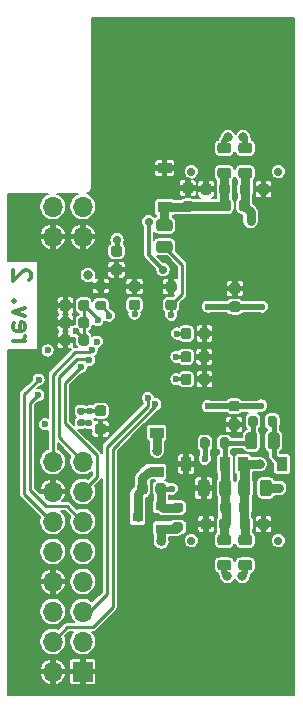
<source format=gbr>
%TF.GenerationSoftware,KiCad,Pcbnew,(5.1.9)-1*%
%TF.CreationDate,2021-07-06T15:26:54+07:00*%
%TF.ProjectId,A2B,4132422e-6b69-4636-9164-5f7063625858,2*%
%TF.SameCoordinates,Original*%
%TF.FileFunction,Copper,L4,Bot*%
%TF.FilePolarity,Positive*%
%FSLAX46Y46*%
G04 Gerber Fmt 4.6, Leading zero omitted, Abs format (unit mm)*
G04 Created by KiCad (PCBNEW (5.1.9)-1) date 2021-07-06 15:26:54*
%MOMM*%
%LPD*%
G01*
G04 APERTURE LIST*
%TA.AperFunction,NonConductor*%
%ADD10C,0.300000*%
%TD*%
%TA.AperFunction,ComponentPad*%
%ADD11O,1.700000X1.700000*%
%TD*%
%TA.AperFunction,ComponentPad*%
%ADD12R,1.700000X1.700000*%
%TD*%
%TA.AperFunction,SMDPad,CuDef*%
%ADD13R,1.200000X0.900000*%
%TD*%
%TA.AperFunction,SMDPad,CuDef*%
%ADD14R,0.900000X0.800000*%
%TD*%
%TA.AperFunction,SMDPad,CuDef*%
%ADD15R,0.900000X1.200000*%
%TD*%
%TA.AperFunction,ViaPad*%
%ADD16C,0.600000*%
%TD*%
%TA.AperFunction,ViaPad*%
%ADD17C,0.700000*%
%TD*%
%TA.AperFunction,ViaPad*%
%ADD18C,0.800000*%
%TD*%
%TA.AperFunction,Conductor*%
%ADD19C,0.250000*%
%TD*%
%TA.AperFunction,Conductor*%
%ADD20C,0.300000*%
%TD*%
%TA.AperFunction,Conductor*%
%ADD21C,0.800000*%
%TD*%
%TA.AperFunction,Conductor*%
%ADD22C,0.400000*%
%TD*%
%TA.AperFunction,Conductor*%
%ADD23C,0.500000*%
%TD*%
%TA.AperFunction,Conductor*%
%ADD24C,0.200000*%
%TD*%
%TA.AperFunction,Conductor*%
%ADD25C,0.100000*%
%TD*%
G04 APERTURE END LIST*
D10*
X109366928Y-62336785D02*
X110366928Y-62336785D01*
X110081214Y-62336785D02*
X110224071Y-62265357D01*
X110295500Y-62193928D01*
X110366928Y-62051071D01*
X110366928Y-61908214D01*
X109438357Y-60836785D02*
X109366928Y-60979642D01*
X109366928Y-61265357D01*
X109438357Y-61408214D01*
X109581214Y-61479642D01*
X110152642Y-61479642D01*
X110295500Y-61408214D01*
X110366928Y-61265357D01*
X110366928Y-60979642D01*
X110295500Y-60836785D01*
X110152642Y-60765357D01*
X110009785Y-60765357D01*
X109866928Y-61479642D01*
X110366928Y-60265357D02*
X109366928Y-59908214D01*
X110366928Y-59551071D01*
X109509785Y-58979642D02*
X109438357Y-58908214D01*
X109366928Y-58979642D01*
X109438357Y-59051071D01*
X109509785Y-58979642D01*
X109366928Y-58979642D01*
X110724071Y-57193928D02*
X110795500Y-57122500D01*
X110866928Y-56979642D01*
X110866928Y-56622500D01*
X110795500Y-56479642D01*
X110724071Y-56408214D01*
X110581214Y-56336785D01*
X110438357Y-56336785D01*
X110224071Y-56408214D01*
X109366928Y-57265357D01*
X109366928Y-56336785D01*
D11*
%TO.P,D3,4*%
%TO.N,GND*%
X115265200Y-53505100D03*
%TO.P,D3,3*%
X112725200Y-53505100D03*
%TO.P,D3,2*%
%TO.N,+8V*%
X115265200Y-50965100D03*
%TO.P,D3,1*%
X112725200Y-50965100D03*
D12*
%TO.P,D3,20*%
%TO.N,GND*%
X115265200Y-90335100D03*
D11*
%TO.P,D3,19*%
X112725200Y-90335100D03*
%TO.P,D3,18*%
%TO.N,/PDMCLK\u005CIO7*%
X115265200Y-87795100D03*
%TO.P,D3,17*%
%TO.N,/DRX1*%
X112725200Y-87795100D03*
%TO.P,D3,16*%
%TO.N,/DRX0*%
X115265200Y-85255100D03*
%TO.P,D3,15*%
%TO.N,/DTX1*%
X112725200Y-85255100D03*
%TO.P,D3,14*%
%TO.N,/DTX0*%
X115265200Y-82715100D03*
%TO.P,D3,13*%
%TO.N,GND*%
X112725200Y-82715100D03*
%TO.P,D3,12*%
%TO.N,/SYNC*%
X115265200Y-80175100D03*
%TO.P,D3,11*%
%TO.N,/BCLK*%
X112725200Y-80175100D03*
%TO.P,D3,10*%
%TO.N,/CLKOUT2*%
X115265200Y-77635100D03*
%TO.P,D3,9*%
%TO.N,/CLKOUT1*%
X112725200Y-77635100D03*
%TO.P,D3,8*%
%TO.N,/IRQ*%
X115265200Y-75095100D03*
%TO.P,D3,7*%
%TO.N,GND*%
X112725200Y-75095100D03*
%TO.P,D3,6*%
%TO.N,/SDA*%
X115265200Y-72555100D03*
%TO.P,D3,5*%
%TO.N,/SCL*%
X112725200Y-72555100D03*
%TD*%
%TO.P,C1,1*%
%TO.N,GND*%
%TA.AperFunction,SMDPad,CuDef*%
G36*
G01*
X113346500Y-59595500D02*
X113346500Y-59095500D01*
G75*
G02*
X113571500Y-58870500I225000J0D01*
G01*
X114021500Y-58870500D01*
G75*
G02*
X114246500Y-59095500I0J-225000D01*
G01*
X114246500Y-59595500D01*
G75*
G02*
X114021500Y-59820500I-225000J0D01*
G01*
X113571500Y-59820500D01*
G75*
G02*
X113346500Y-59595500I0J225000D01*
G01*
G37*
%TD.AperFunction*%
%TO.P,C1,2*%
%TO.N,/AD_VOUT1*%
%TA.AperFunction,SMDPad,CuDef*%
G36*
G01*
X114896500Y-59595500D02*
X114896500Y-59095500D01*
G75*
G02*
X115121500Y-58870500I225000J0D01*
G01*
X115571500Y-58870500D01*
G75*
G02*
X115796500Y-59095500I0J-225000D01*
G01*
X115796500Y-59595500D01*
G75*
G02*
X115571500Y-59820500I-225000J0D01*
G01*
X115121500Y-59820500D01*
G75*
G02*
X114896500Y-59595500I0J225000D01*
G01*
G37*
%TD.AperFunction*%
%TD*%
%TO.P,C3,1*%
%TO.N,GND*%
%TA.AperFunction,SMDPad,CuDef*%
G36*
G01*
X113346500Y-62516500D02*
X113346500Y-62016500D01*
G75*
G02*
X113571500Y-61791500I225000J0D01*
G01*
X114021500Y-61791500D01*
G75*
G02*
X114246500Y-62016500I0J-225000D01*
G01*
X114246500Y-62516500D01*
G75*
G02*
X114021500Y-62741500I-225000J0D01*
G01*
X113571500Y-62741500D01*
G75*
G02*
X113346500Y-62516500I0J225000D01*
G01*
G37*
%TD.AperFunction*%
%TO.P,C3,2*%
%TO.N,/AD_VOUT1*%
%TA.AperFunction,SMDPad,CuDef*%
G36*
G01*
X114896500Y-62516500D02*
X114896500Y-62016500D01*
G75*
G02*
X115121500Y-61791500I225000J0D01*
G01*
X115571500Y-61791500D01*
G75*
G02*
X115796500Y-62016500I0J-225000D01*
G01*
X115796500Y-62516500D01*
G75*
G02*
X115571500Y-62741500I-225000J0D01*
G01*
X115121500Y-62741500D01*
G75*
G02*
X114896500Y-62516500I0J225000D01*
G01*
G37*
%TD.AperFunction*%
%TD*%
%TO.P,C8,1*%
%TO.N,GND*%
%TA.AperFunction,SMDPad,CuDef*%
G36*
G01*
X113346500Y-61056000D02*
X113346500Y-60556000D01*
G75*
G02*
X113571500Y-60331000I225000J0D01*
G01*
X114021500Y-60331000D01*
G75*
G02*
X114246500Y-60556000I0J-225000D01*
G01*
X114246500Y-61056000D01*
G75*
G02*
X114021500Y-61281000I-225000J0D01*
G01*
X113571500Y-61281000D01*
G75*
G02*
X113346500Y-61056000I0J225000D01*
G01*
G37*
%TD.AperFunction*%
%TO.P,C8,2*%
%TO.N,/AD_VOUT1*%
%TA.AperFunction,SMDPad,CuDef*%
G36*
G01*
X114896500Y-61056000D02*
X114896500Y-60556000D01*
G75*
G02*
X115121500Y-60331000I225000J0D01*
G01*
X115571500Y-60331000D01*
G75*
G02*
X115796500Y-60556000I0J-225000D01*
G01*
X115796500Y-61056000D01*
G75*
G02*
X115571500Y-61281000I-225000J0D01*
G01*
X115121500Y-61281000D01*
G75*
G02*
X114896500Y-61056000I0J225000D01*
G01*
G37*
%TD.AperFunction*%
%TD*%
%TO.P,C9,2*%
%TO.N,Net-(C11-Pad2)*%
%TA.AperFunction,SMDPad,CuDef*%
G36*
G01*
X117026500Y-68699500D02*
X116526500Y-68699500D01*
G75*
G02*
X116301500Y-68474500I0J225000D01*
G01*
X116301500Y-68024500D01*
G75*
G02*
X116526500Y-67799500I225000J0D01*
G01*
X117026500Y-67799500D01*
G75*
G02*
X117251500Y-68024500I0J-225000D01*
G01*
X117251500Y-68474500D01*
G75*
G02*
X117026500Y-68699500I-225000J0D01*
G01*
G37*
%TD.AperFunction*%
%TO.P,C9,1*%
%TO.N,GND*%
%TA.AperFunction,SMDPad,CuDef*%
G36*
G01*
X117026500Y-70249500D02*
X116526500Y-70249500D01*
G75*
G02*
X116301500Y-70024500I0J225000D01*
G01*
X116301500Y-69574500D01*
G75*
G02*
X116526500Y-69349500I225000J0D01*
G01*
X117026500Y-69349500D01*
G75*
G02*
X117251500Y-69574500I0J-225000D01*
G01*
X117251500Y-70024500D01*
G75*
G02*
X117026500Y-70249500I-225000J0D01*
G01*
G37*
%TD.AperFunction*%
%TD*%
%TO.P,C20,1*%
%TO.N,GND*%
%TA.AperFunction,SMDPad,CuDef*%
G36*
G01*
X126002500Y-63440500D02*
X126002500Y-63940500D01*
G75*
G02*
X125777500Y-64165500I-225000J0D01*
G01*
X125327500Y-64165500D01*
G75*
G02*
X125102500Y-63940500I0J225000D01*
G01*
X125102500Y-63440500D01*
G75*
G02*
X125327500Y-63215500I225000J0D01*
G01*
X125777500Y-63215500D01*
G75*
G02*
X126002500Y-63440500I0J-225000D01*
G01*
G37*
%TD.AperFunction*%
%TO.P,C20,2*%
%TO.N,/AD_VOUT2*%
%TA.AperFunction,SMDPad,CuDef*%
G36*
G01*
X124452500Y-63440500D02*
X124452500Y-63940500D01*
G75*
G02*
X124227500Y-64165500I-225000J0D01*
G01*
X123777500Y-64165500D01*
G75*
G02*
X123552500Y-63940500I0J225000D01*
G01*
X123552500Y-63440500D01*
G75*
G02*
X123777500Y-63215500I225000J0D01*
G01*
X124227500Y-63215500D01*
G75*
G02*
X124452500Y-63440500I0J-225000D01*
G01*
G37*
%TD.AperFunction*%
%TD*%
%TO.P,C21,1*%
%TO.N,Net-(C18-Pad1)*%
%TA.AperFunction,SMDPad,CuDef*%
G36*
G01*
X123570000Y-61972000D02*
X123570000Y-61472000D01*
G75*
G02*
X123795000Y-61247000I225000J0D01*
G01*
X124245000Y-61247000D01*
G75*
G02*
X124470000Y-61472000I0J-225000D01*
G01*
X124470000Y-61972000D01*
G75*
G02*
X124245000Y-62197000I-225000J0D01*
G01*
X123795000Y-62197000D01*
G75*
G02*
X123570000Y-61972000I0J225000D01*
G01*
G37*
%TD.AperFunction*%
%TO.P,C21,2*%
%TO.N,GND*%
%TA.AperFunction,SMDPad,CuDef*%
G36*
G01*
X125120000Y-61972000D02*
X125120000Y-61472000D01*
G75*
G02*
X125345000Y-61247000I225000J0D01*
G01*
X125795000Y-61247000D01*
G75*
G02*
X126020000Y-61472000I0J-225000D01*
G01*
X126020000Y-61972000D01*
G75*
G02*
X125795000Y-62197000I-225000J0D01*
G01*
X125345000Y-62197000D01*
G75*
G02*
X125120000Y-61972000I0J225000D01*
G01*
G37*
%TD.AperFunction*%
%TD*%
%TO.P,C22,1*%
%TO.N,GND*%
%TA.AperFunction,SMDPad,CuDef*%
G36*
G01*
X126020000Y-65345500D02*
X126020000Y-65845500D01*
G75*
G02*
X125795000Y-66070500I-225000J0D01*
G01*
X125345000Y-66070500D01*
G75*
G02*
X125120000Y-65845500I0J225000D01*
G01*
X125120000Y-65345500D01*
G75*
G02*
X125345000Y-65120500I225000J0D01*
G01*
X125795000Y-65120500D01*
G75*
G02*
X126020000Y-65345500I0J-225000D01*
G01*
G37*
%TD.AperFunction*%
%TO.P,C22,2*%
%TO.N,Net-(C19-Pad2)*%
%TA.AperFunction,SMDPad,CuDef*%
G36*
G01*
X124470000Y-65345500D02*
X124470000Y-65845500D01*
G75*
G02*
X124245000Y-66070500I-225000J0D01*
G01*
X123795000Y-66070500D01*
G75*
G02*
X123570000Y-65845500I0J225000D01*
G01*
X123570000Y-65345500D01*
G75*
G02*
X123795000Y-65120500I225000J0D01*
G01*
X124245000Y-65120500D01*
G75*
G02*
X124470000Y-65345500I0J-225000D01*
G01*
G37*
%TD.AperFunction*%
%TD*%
%TO.P,C23,1*%
%TO.N,GND*%
%TA.AperFunction,SMDPad,CuDef*%
G36*
G01*
X119401500Y-57295000D02*
X119901500Y-57295000D01*
G75*
G02*
X120126500Y-57520000I0J-225000D01*
G01*
X120126500Y-57970000D01*
G75*
G02*
X119901500Y-58195000I-225000J0D01*
G01*
X119401500Y-58195000D01*
G75*
G02*
X119176500Y-57970000I0J225000D01*
G01*
X119176500Y-57520000D01*
G75*
G02*
X119401500Y-57295000I225000J0D01*
G01*
G37*
%TD.AperFunction*%
%TO.P,C23,2*%
%TO.N,/AD_VOUT2*%
%TA.AperFunction,SMDPad,CuDef*%
G36*
G01*
X119401500Y-58845000D02*
X119901500Y-58845000D01*
G75*
G02*
X120126500Y-59070000I0J-225000D01*
G01*
X120126500Y-59520000D01*
G75*
G02*
X119901500Y-59745000I-225000J0D01*
G01*
X119401500Y-59745000D01*
G75*
G02*
X119176500Y-59520000I0J225000D01*
G01*
X119176500Y-59070000D01*
G75*
G02*
X119401500Y-58845000I225000J0D01*
G01*
G37*
%TD.AperFunction*%
%TD*%
%TO.P,C24,1*%
%TO.N,GND*%
%TA.AperFunction,SMDPad,CuDef*%
G36*
G01*
X122495500Y-57295000D02*
X122995500Y-57295000D01*
G75*
G02*
X123220500Y-57520000I0J-225000D01*
G01*
X123220500Y-57970000D01*
G75*
G02*
X122995500Y-58195000I-225000J0D01*
G01*
X122495500Y-58195000D01*
G75*
G02*
X122270500Y-57970000I0J225000D01*
G01*
X122270500Y-57520000D01*
G75*
G02*
X122495500Y-57295000I225000J0D01*
G01*
G37*
%TD.AperFunction*%
%TO.P,C24,2*%
%TO.N,Net-(C24-Pad2)*%
%TA.AperFunction,SMDPad,CuDef*%
G36*
G01*
X122495500Y-58845000D02*
X122995500Y-58845000D01*
G75*
G02*
X123220500Y-59070000I0J-225000D01*
G01*
X123220500Y-59520000D01*
G75*
G02*
X122995500Y-59745000I-225000J0D01*
G01*
X122495500Y-59745000D01*
G75*
G02*
X122270500Y-59520000I0J225000D01*
G01*
X122270500Y-59070000D01*
G75*
G02*
X122495500Y-58845000I225000J0D01*
G01*
G37*
%TD.AperFunction*%
%TD*%
%TO.P,C26,1*%
%TO.N,GND*%
%TA.AperFunction,SMDPad,CuDef*%
G36*
G01*
X123921000Y-48949500D02*
X124421000Y-48949500D01*
G75*
G02*
X124646000Y-49174500I0J-225000D01*
G01*
X124646000Y-49624500D01*
G75*
G02*
X124421000Y-49849500I-225000J0D01*
G01*
X123921000Y-49849500D01*
G75*
G02*
X123696000Y-49624500I0J225000D01*
G01*
X123696000Y-49174500D01*
G75*
G02*
X123921000Y-48949500I225000J0D01*
G01*
G37*
%TD.AperFunction*%
%TO.P,C26,2*%
%TO.N,/VSSN*%
%TA.AperFunction,SMDPad,CuDef*%
G36*
G01*
X123921000Y-50499500D02*
X124421000Y-50499500D01*
G75*
G02*
X124646000Y-50724500I0J-225000D01*
G01*
X124646000Y-51174500D01*
G75*
G02*
X124421000Y-51399500I-225000J0D01*
G01*
X123921000Y-51399500D01*
G75*
G02*
X123696000Y-51174500I0J225000D01*
G01*
X123696000Y-50724500D01*
G75*
G02*
X123921000Y-50499500I225000J0D01*
G01*
G37*
%TD.AperFunction*%
%TD*%
%TO.P,C27,1*%
%TO.N,GND*%
%TA.AperFunction,SMDPad,CuDef*%
G36*
G01*
X118377500Y-56760500D02*
X117877500Y-56760500D01*
G75*
G02*
X117652500Y-56535500I0J225000D01*
G01*
X117652500Y-56085500D01*
G75*
G02*
X117877500Y-55860500I225000J0D01*
G01*
X118377500Y-55860500D01*
G75*
G02*
X118602500Y-56085500I0J-225000D01*
G01*
X118602500Y-56535500D01*
G75*
G02*
X118377500Y-56760500I-225000J0D01*
G01*
G37*
%TD.AperFunction*%
%TO.P,C27,2*%
%TO.N,/SENSE*%
%TA.AperFunction,SMDPad,CuDef*%
G36*
G01*
X118377500Y-55210500D02*
X117877500Y-55210500D01*
G75*
G02*
X117652500Y-54985500I0J225000D01*
G01*
X117652500Y-54535500D01*
G75*
G02*
X117877500Y-54310500I225000J0D01*
G01*
X118377500Y-54310500D01*
G75*
G02*
X118602500Y-54535500I0J-225000D01*
G01*
X118602500Y-54985500D01*
G75*
G02*
X118377500Y-55210500I-225000J0D01*
G01*
G37*
%TD.AperFunction*%
%TD*%
%TO.P,C28,2*%
%TO.N,Net-(C28-Pad2)*%
%TA.AperFunction,SMDPad,CuDef*%
G36*
G01*
X127893000Y-58999000D02*
X128393000Y-58999000D01*
G75*
G02*
X128618000Y-59224000I0J-225000D01*
G01*
X128618000Y-59674000D01*
G75*
G02*
X128393000Y-59899000I-225000J0D01*
G01*
X127893000Y-59899000D01*
G75*
G02*
X127668000Y-59674000I0J225000D01*
G01*
X127668000Y-59224000D01*
G75*
G02*
X127893000Y-58999000I225000J0D01*
G01*
G37*
%TD.AperFunction*%
%TO.P,C28,1*%
%TO.N,GND*%
%TA.AperFunction,SMDPad,CuDef*%
G36*
G01*
X127893000Y-57449000D02*
X128393000Y-57449000D01*
G75*
G02*
X128618000Y-57674000I0J-225000D01*
G01*
X128618000Y-58124000D01*
G75*
G02*
X128393000Y-58349000I-225000J0D01*
G01*
X127893000Y-58349000D01*
G75*
G02*
X127668000Y-58124000I0J225000D01*
G01*
X127668000Y-57674000D01*
G75*
G02*
X127893000Y-57449000I225000J0D01*
G01*
G37*
%TD.AperFunction*%
%TD*%
%TO.P,C29,2*%
%TO.N,Net-(C29-Pad2)*%
%TA.AperFunction,SMDPad,CuDef*%
G36*
G01*
X128329500Y-68318500D02*
X127829500Y-68318500D01*
G75*
G02*
X127604500Y-68093500I0J225000D01*
G01*
X127604500Y-67643500D01*
G75*
G02*
X127829500Y-67418500I225000J0D01*
G01*
X128329500Y-67418500D01*
G75*
G02*
X128554500Y-67643500I0J-225000D01*
G01*
X128554500Y-68093500D01*
G75*
G02*
X128329500Y-68318500I-225000J0D01*
G01*
G37*
%TD.AperFunction*%
%TO.P,C29,1*%
%TO.N,GND*%
%TA.AperFunction,SMDPad,CuDef*%
G36*
G01*
X128329500Y-69868500D02*
X127829500Y-69868500D01*
G75*
G02*
X127604500Y-69643500I0J225000D01*
G01*
X127604500Y-69193500D01*
G75*
G02*
X127829500Y-68968500I225000J0D01*
G01*
X128329500Y-68968500D01*
G75*
G02*
X128554500Y-69193500I0J-225000D01*
G01*
X128554500Y-69643500D01*
G75*
G02*
X128329500Y-69868500I-225000J0D01*
G01*
G37*
%TD.AperFunction*%
%TD*%
%TO.P,C45,1*%
%TO.N,GND*%
%TA.AperFunction,SMDPad,CuDef*%
G36*
G01*
X125267000Y-49737000D02*
X125267000Y-49237000D01*
G75*
G02*
X125492000Y-49012000I225000J0D01*
G01*
X125942000Y-49012000D01*
G75*
G02*
X126167000Y-49237000I0J-225000D01*
G01*
X126167000Y-49737000D01*
G75*
G02*
X125942000Y-49962000I-225000J0D01*
G01*
X125492000Y-49962000D01*
G75*
G02*
X125267000Y-49737000I0J225000D01*
G01*
G37*
%TD.AperFunction*%
%TO.P,C45,2*%
%TO.N,/VSSN*%
%TA.AperFunction,SMDPad,CuDef*%
G36*
G01*
X126817000Y-49737000D02*
X126817000Y-49237000D01*
G75*
G02*
X127042000Y-49012000I225000J0D01*
G01*
X127492000Y-49012000D01*
G75*
G02*
X127717000Y-49237000I0J-225000D01*
G01*
X127717000Y-49737000D01*
G75*
G02*
X127492000Y-49962000I-225000J0D01*
G01*
X127042000Y-49962000D01*
G75*
G02*
X126817000Y-49737000I0J225000D01*
G01*
G37*
%TD.AperFunction*%
%TD*%
%TO.P,C48,2*%
%TO.N,/SENSE*%
%TA.AperFunction,SMDPad,CuDef*%
G36*
G01*
X129469000Y-49237000D02*
X129469000Y-49737000D01*
G75*
G02*
X129244000Y-49962000I-225000J0D01*
G01*
X128794000Y-49962000D01*
G75*
G02*
X128569000Y-49737000I0J225000D01*
G01*
X128569000Y-49237000D01*
G75*
G02*
X128794000Y-49012000I225000J0D01*
G01*
X129244000Y-49012000D01*
G75*
G02*
X129469000Y-49237000I0J-225000D01*
G01*
G37*
%TD.AperFunction*%
%TO.P,C48,1*%
%TO.N,GND*%
%TA.AperFunction,SMDPad,CuDef*%
G36*
G01*
X131019000Y-49237000D02*
X131019000Y-49737000D01*
G75*
G02*
X130794000Y-49962000I-225000J0D01*
G01*
X130344000Y-49962000D01*
G75*
G02*
X130119000Y-49737000I0J225000D01*
G01*
X130119000Y-49237000D01*
G75*
G02*
X130344000Y-49012000I225000J0D01*
G01*
X130794000Y-49012000D01*
G75*
G02*
X131019000Y-49237000I0J-225000D01*
G01*
G37*
%TD.AperFunction*%
%TD*%
%TO.P,C49,1*%
%TO.N,Net-(C49-Pad1)*%
%TA.AperFunction,SMDPad,CuDef*%
G36*
G01*
X126918000Y-76704000D02*
X126918000Y-76204000D01*
G75*
G02*
X127143000Y-75979000I225000J0D01*
G01*
X127593000Y-75979000D01*
G75*
G02*
X127818000Y-76204000I0J-225000D01*
G01*
X127818000Y-76704000D01*
G75*
G02*
X127593000Y-76929000I-225000J0D01*
G01*
X127143000Y-76929000D01*
G75*
G02*
X126918000Y-76704000I0J225000D01*
G01*
G37*
%TD.AperFunction*%
%TO.P,C49,2*%
%TO.N,Net-(C4-Pad2)*%
%TA.AperFunction,SMDPad,CuDef*%
G36*
G01*
X128468000Y-76704000D02*
X128468000Y-76204000D01*
G75*
G02*
X128693000Y-75979000I225000J0D01*
G01*
X129143000Y-75979000D01*
G75*
G02*
X129368000Y-76204000I0J-225000D01*
G01*
X129368000Y-76704000D01*
G75*
G02*
X129143000Y-76929000I-225000J0D01*
G01*
X128693000Y-76929000D01*
G75*
G02*
X128468000Y-76704000I0J225000D01*
G01*
G37*
%TD.AperFunction*%
%TD*%
%TO.P,C50,1*%
%TO.N,/SENSE*%
%TA.AperFunction,SMDPad,CuDef*%
G36*
G01*
X129368000Y-50634000D02*
X129368000Y-51134000D01*
G75*
G02*
X129143000Y-51359000I-225000J0D01*
G01*
X128693000Y-51359000D01*
G75*
G02*
X128468000Y-51134000I0J225000D01*
G01*
X128468000Y-50634000D01*
G75*
G02*
X128693000Y-50409000I225000J0D01*
G01*
X129143000Y-50409000D01*
G75*
G02*
X129368000Y-50634000I0J-225000D01*
G01*
G37*
%TD.AperFunction*%
%TO.P,C50,2*%
%TO.N,/VSSN*%
%TA.AperFunction,SMDPad,CuDef*%
G36*
G01*
X127818000Y-50634000D02*
X127818000Y-51134000D01*
G75*
G02*
X127593000Y-51359000I-225000J0D01*
G01*
X127143000Y-51359000D01*
G75*
G02*
X126918000Y-51134000I0J225000D01*
G01*
X126918000Y-50634000D01*
G75*
G02*
X127143000Y-50409000I225000J0D01*
G01*
X127593000Y-50409000D01*
G75*
G02*
X127818000Y-50634000I0J-225000D01*
G01*
G37*
%TD.AperFunction*%
%TD*%
D13*
%TO.P,D2,1*%
%TO.N,/VSSN*%
X122202500Y-50999000D03*
%TO.P,D2,2*%
%TO.N,GND*%
X122202500Y-47699000D03*
%TD*%
%TO.P,FB1,2*%
%TO.N,/AD_VOUT2*%
%TA.AperFunction,SMDPad,CuDef*%
G36*
G01*
X114953000Y-68960500D02*
X115298000Y-68960500D01*
G75*
G02*
X115445500Y-69108000I0J-147500D01*
G01*
X115445500Y-69403000D01*
G75*
G02*
X115298000Y-69550500I-147500J0D01*
G01*
X114953000Y-69550500D01*
G75*
G02*
X114805500Y-69403000I0J147500D01*
G01*
X114805500Y-69108000D01*
G75*
G02*
X114953000Y-68960500I147500J0D01*
G01*
G37*
%TD.AperFunction*%
%TO.P,FB1,1*%
%TO.N,Net-(C11-Pad2)*%
%TA.AperFunction,SMDPad,CuDef*%
G36*
G01*
X114953000Y-67990500D02*
X115298000Y-67990500D01*
G75*
G02*
X115445500Y-68138000I0J-147500D01*
G01*
X115445500Y-68433000D01*
G75*
G02*
X115298000Y-68580500I-147500J0D01*
G01*
X114953000Y-68580500D01*
G75*
G02*
X114805500Y-68433000I0J147500D01*
G01*
X114805500Y-68138000D01*
G75*
G02*
X114953000Y-67990500I147500J0D01*
G01*
G37*
%TD.AperFunction*%
%TD*%
%TO.P,L7,2*%
%TO.N,Net-(C4-Pad2)*%
%TA.AperFunction,SMDPad,CuDef*%
G36*
G01*
X129413250Y-79639000D02*
X128650750Y-79639000D01*
G75*
G02*
X128432000Y-79420250I0J218750D01*
G01*
X128432000Y-78982750D01*
G75*
G02*
X128650750Y-78764000I218750J0D01*
G01*
X129413250Y-78764000D01*
G75*
G02*
X129632000Y-78982750I0J-218750D01*
G01*
X129632000Y-79420250D01*
G75*
G02*
X129413250Y-79639000I-218750J0D01*
G01*
G37*
%TD.AperFunction*%
%TO.P,L7,1*%
%TO.N,/AP3*%
%TA.AperFunction,SMDPad,CuDef*%
G36*
G01*
X129413250Y-81764000D02*
X128650750Y-81764000D01*
G75*
G02*
X128432000Y-81545250I0J218750D01*
G01*
X128432000Y-81107750D01*
G75*
G02*
X128650750Y-80889000I218750J0D01*
G01*
X129413250Y-80889000D01*
G75*
G02*
X129632000Y-81107750I0J-218750D01*
G01*
X129632000Y-81545250D01*
G75*
G02*
X129413250Y-81764000I-218750J0D01*
G01*
G37*
%TD.AperFunction*%
%TD*%
%TO.P,L8,1*%
%TO.N,Net-(C49-Pad1)*%
%TA.AperFunction,SMDPad,CuDef*%
G36*
G01*
X126872750Y-78764000D02*
X127635250Y-78764000D01*
G75*
G02*
X127854000Y-78982750I0J-218750D01*
G01*
X127854000Y-79420250D01*
G75*
G02*
X127635250Y-79639000I-218750J0D01*
G01*
X126872750Y-79639000D01*
G75*
G02*
X126654000Y-79420250I0J218750D01*
G01*
X126654000Y-78982750D01*
G75*
G02*
X126872750Y-78764000I218750J0D01*
G01*
G37*
%TD.AperFunction*%
%TO.P,L8,2*%
%TO.N,/AN3*%
%TA.AperFunction,SMDPad,CuDef*%
G36*
G01*
X126872750Y-80889000D02*
X127635250Y-80889000D01*
G75*
G02*
X127854000Y-81107750I0J-218750D01*
G01*
X127854000Y-81545250D01*
G75*
G02*
X127635250Y-81764000I-218750J0D01*
G01*
X126872750Y-81764000D01*
G75*
G02*
X126654000Y-81545250I0J218750D01*
G01*
X126654000Y-81107750D01*
G75*
G02*
X126872750Y-80889000I218750J0D01*
G01*
G37*
%TD.AperFunction*%
%TD*%
%TO.P,L9,1*%
%TO.N,/BN3*%
%TA.AperFunction,SMDPad,CuDef*%
G36*
G01*
X126872750Y-45574000D02*
X127635250Y-45574000D01*
G75*
G02*
X127854000Y-45792750I0J-218750D01*
G01*
X127854000Y-46230250D01*
G75*
G02*
X127635250Y-46449000I-218750J0D01*
G01*
X126872750Y-46449000D01*
G75*
G02*
X126654000Y-46230250I0J218750D01*
G01*
X126654000Y-45792750D01*
G75*
G02*
X126872750Y-45574000I218750J0D01*
G01*
G37*
%TD.AperFunction*%
%TO.P,L9,2*%
%TO.N,/VSSN*%
%TA.AperFunction,SMDPad,CuDef*%
G36*
G01*
X126872750Y-47699000D02*
X127635250Y-47699000D01*
G75*
G02*
X127854000Y-47917750I0J-218750D01*
G01*
X127854000Y-48355250D01*
G75*
G02*
X127635250Y-48574000I-218750J0D01*
G01*
X126872750Y-48574000D01*
G75*
G02*
X126654000Y-48355250I0J218750D01*
G01*
X126654000Y-47917750D01*
G75*
G02*
X126872750Y-47699000I218750J0D01*
G01*
G37*
%TD.AperFunction*%
%TD*%
%TO.P,L10,2*%
%TO.N,/BP3*%
%TA.AperFunction,SMDPad,CuDef*%
G36*
G01*
X129413250Y-46449000D02*
X128650750Y-46449000D01*
G75*
G02*
X128432000Y-46230250I0J218750D01*
G01*
X128432000Y-45792750D01*
G75*
G02*
X128650750Y-45574000I218750J0D01*
G01*
X129413250Y-45574000D01*
G75*
G02*
X129632000Y-45792750I0J-218750D01*
G01*
X129632000Y-46230250D01*
G75*
G02*
X129413250Y-46449000I-218750J0D01*
G01*
G37*
%TD.AperFunction*%
%TO.P,L10,1*%
%TO.N,/SENSE*%
%TA.AperFunction,SMDPad,CuDef*%
G36*
G01*
X129413250Y-48574000D02*
X128650750Y-48574000D01*
G75*
G02*
X128432000Y-48355250I0J218750D01*
G01*
X128432000Y-47917750D01*
G75*
G02*
X128650750Y-47699000I218750J0D01*
G01*
X129413250Y-47699000D01*
G75*
G02*
X129632000Y-47917750I0J-218750D01*
G01*
X129632000Y-48355250D01*
G75*
G02*
X129413250Y-48574000I-218750J0D01*
G01*
G37*
%TD.AperFunction*%
%TD*%
%TO.P,R7,1*%
%TO.N,Net-(R7-Pad1)*%
%TA.AperFunction,SMDPad,CuDef*%
G36*
G01*
X117069000Y-59745000D02*
X116519000Y-59745000D01*
G75*
G02*
X116319000Y-59545000I0J200000D01*
G01*
X116319000Y-59145000D01*
G75*
G02*
X116519000Y-58945000I200000J0D01*
G01*
X117069000Y-58945000D01*
G75*
G02*
X117269000Y-59145000I0J-200000D01*
G01*
X117269000Y-59545000D01*
G75*
G02*
X117069000Y-59745000I-200000J0D01*
G01*
G37*
%TD.AperFunction*%
%TO.P,R7,2*%
%TO.N,GND*%
%TA.AperFunction,SMDPad,CuDef*%
G36*
G01*
X117069000Y-58095000D02*
X116519000Y-58095000D01*
G75*
G02*
X116319000Y-57895000I0J200000D01*
G01*
X116319000Y-57495000D01*
G75*
G02*
X116519000Y-57295000I200000J0D01*
G01*
X117069000Y-57295000D01*
G75*
G02*
X117269000Y-57495000I0J-200000D01*
G01*
X117269000Y-57895000D01*
G75*
G02*
X117069000Y-58095000I-200000J0D01*
G01*
G37*
%TD.AperFunction*%
%TD*%
%TO.P,R12,1*%
%TO.N,/VSSN*%
%TA.AperFunction,SMDPad,CuDef*%
G36*
G01*
X121723998Y-52042000D02*
X122624002Y-52042000D01*
G75*
G02*
X122874000Y-52291998I0J-249998D01*
G01*
X122874000Y-52817002D01*
G75*
G02*
X122624002Y-53067000I-249998J0D01*
G01*
X121723998Y-53067000D01*
G75*
G02*
X121474000Y-52817002I0J249998D01*
G01*
X121474000Y-52291998D01*
G75*
G02*
X121723998Y-52042000I249998J0D01*
G01*
G37*
%TD.AperFunction*%
%TO.P,R12,2*%
%TO.N,Net-(C24-Pad2)*%
%TA.AperFunction,SMDPad,CuDef*%
G36*
G01*
X121723998Y-53867000D02*
X122624002Y-53867000D01*
G75*
G02*
X122874000Y-54116998I0J-249998D01*
G01*
X122874000Y-54642002D01*
G75*
G02*
X122624002Y-54892000I-249998J0D01*
G01*
X121723998Y-54892000D01*
G75*
G02*
X121474000Y-54642002I0J249998D01*
G01*
X121474000Y-54116998D01*
G75*
G02*
X121723998Y-53867000I249998J0D01*
G01*
G37*
%TD.AperFunction*%
%TD*%
%TO.P,C2,1*%
%TO.N,Net-(C2-Pad1)*%
%TA.AperFunction,SMDPad,CuDef*%
G36*
G01*
X122319500Y-74616500D02*
X122319500Y-75116500D01*
G75*
G02*
X122094500Y-75341500I-225000J0D01*
G01*
X121644500Y-75341500D01*
G75*
G02*
X121419500Y-75116500I0J225000D01*
G01*
X121419500Y-74616500D01*
G75*
G02*
X121644500Y-74391500I225000J0D01*
G01*
X122094500Y-74391500D01*
G75*
G02*
X122319500Y-74616500I0J-225000D01*
G01*
G37*
%TD.AperFunction*%
%TO.P,C2,2*%
%TO.N,Net-(C2-Pad2)*%
%TA.AperFunction,SMDPad,CuDef*%
G36*
G01*
X120769500Y-74616500D02*
X120769500Y-75116500D01*
G75*
G02*
X120544500Y-75341500I-225000J0D01*
G01*
X120094500Y-75341500D01*
G75*
G02*
X119869500Y-75116500I0J225000D01*
G01*
X119869500Y-74616500D01*
G75*
G02*
X120094500Y-74391500I225000J0D01*
G01*
X120544500Y-74391500D01*
G75*
G02*
X120769500Y-74616500I0J-225000D01*
G01*
G37*
%TD.AperFunction*%
%TD*%
%TO.P,C4,2*%
%TO.N,Net-(C4-Pad2)*%
%TA.AperFunction,SMDPad,CuDef*%
G36*
G01*
X129469000Y-77601000D02*
X129469000Y-78101000D01*
G75*
G02*
X129244000Y-78326000I-225000J0D01*
G01*
X128794000Y-78326000D01*
G75*
G02*
X128569000Y-78101000I0J225000D01*
G01*
X128569000Y-77601000D01*
G75*
G02*
X128794000Y-77376000I225000J0D01*
G01*
X129244000Y-77376000D01*
G75*
G02*
X129469000Y-77601000I0J-225000D01*
G01*
G37*
%TD.AperFunction*%
%TO.P,C4,1*%
%TO.N,GND*%
%TA.AperFunction,SMDPad,CuDef*%
G36*
G01*
X131019000Y-77601000D02*
X131019000Y-78101000D01*
G75*
G02*
X130794000Y-78326000I-225000J0D01*
G01*
X130344000Y-78326000D01*
G75*
G02*
X130119000Y-78101000I0J225000D01*
G01*
X130119000Y-77601000D01*
G75*
G02*
X130344000Y-77376000I225000J0D01*
G01*
X130794000Y-77376000D01*
G75*
G02*
X131019000Y-77601000I0J-225000D01*
G01*
G37*
%TD.AperFunction*%
%TD*%
%TO.P,C5,1*%
%TO.N,GND*%
%TA.AperFunction,SMDPad,CuDef*%
G36*
G01*
X125267000Y-78101000D02*
X125267000Y-77601000D01*
G75*
G02*
X125492000Y-77376000I225000J0D01*
G01*
X125942000Y-77376000D01*
G75*
G02*
X126167000Y-77601000I0J-225000D01*
G01*
X126167000Y-78101000D01*
G75*
G02*
X125942000Y-78326000I-225000J0D01*
G01*
X125492000Y-78326000D01*
G75*
G02*
X125267000Y-78101000I0J225000D01*
G01*
G37*
%TD.AperFunction*%
%TO.P,C5,2*%
%TO.N,Net-(C49-Pad1)*%
%TA.AperFunction,SMDPad,CuDef*%
G36*
G01*
X126817000Y-78101000D02*
X126817000Y-77601000D01*
G75*
G02*
X127042000Y-77376000I225000J0D01*
G01*
X127492000Y-77376000D01*
G75*
G02*
X127717000Y-77601000I0J-225000D01*
G01*
X127717000Y-78101000D01*
G75*
G02*
X127492000Y-78326000I-225000J0D01*
G01*
X127042000Y-78326000D01*
G75*
G02*
X126817000Y-78101000I0J225000D01*
G01*
G37*
%TD.AperFunction*%
%TD*%
%TO.P,C6,1*%
%TO.N,Net-(C49-Pad1)*%
%TA.AperFunction,SMDPad,CuDef*%
G36*
G01*
X129042500Y-71277500D02*
X129042500Y-70327500D01*
G75*
G02*
X129292500Y-70077500I250000J0D01*
G01*
X129792500Y-70077500D01*
G75*
G02*
X130042500Y-70327500I0J-250000D01*
G01*
X130042500Y-71277500D01*
G75*
G02*
X129792500Y-71527500I-250000J0D01*
G01*
X129292500Y-71527500D01*
G75*
G02*
X129042500Y-71277500I0J250000D01*
G01*
G37*
%TD.AperFunction*%
%TO.P,C6,2*%
%TO.N,Net-(C6-Pad2)*%
%TA.AperFunction,SMDPad,CuDef*%
G36*
G01*
X130942500Y-71277500D02*
X130942500Y-70327500D01*
G75*
G02*
X131192500Y-70077500I250000J0D01*
G01*
X131692500Y-70077500D01*
G75*
G02*
X131942500Y-70327500I0J-250000D01*
G01*
X131942500Y-71277500D01*
G75*
G02*
X131692500Y-71527500I-250000J0D01*
G01*
X131192500Y-71527500D01*
G75*
G02*
X130942500Y-71277500I0J250000D01*
G01*
G37*
%TD.AperFunction*%
%TD*%
D14*
%TO.P,Q2,1*%
%TO.N,Net-(C2-Pad1)*%
X121904000Y-76329500D03*
%TO.P,Q2,2*%
%TO.N,Net-(C4-Pad2)*%
X121904000Y-78229500D03*
%TO.P,Q2,3*%
%TO.N,Net-(C2-Pad2)*%
X119904000Y-77279500D03*
%TD*%
%TO.P,R18,2*%
%TO.N,Net-(C4-Pad2)*%
%TA.AperFunction,SMDPad,CuDef*%
G36*
G01*
X123042000Y-77704500D02*
X123592000Y-77704500D01*
G75*
G02*
X123792000Y-77904500I0J-200000D01*
G01*
X123792000Y-78304500D01*
G75*
G02*
X123592000Y-78504500I-200000J0D01*
G01*
X123042000Y-78504500D01*
G75*
G02*
X122842000Y-78304500I0J200000D01*
G01*
X122842000Y-77904500D01*
G75*
G02*
X123042000Y-77704500I200000J0D01*
G01*
G37*
%TD.AperFunction*%
%TO.P,R18,1*%
%TO.N,Net-(C2-Pad1)*%
%TA.AperFunction,SMDPad,CuDef*%
G36*
G01*
X123042000Y-76054500D02*
X123592000Y-76054500D01*
G75*
G02*
X123792000Y-76254500I0J-200000D01*
G01*
X123792000Y-76654500D01*
G75*
G02*
X123592000Y-76854500I-200000J0D01*
G01*
X123042000Y-76854500D01*
G75*
G02*
X122842000Y-76654500I0J200000D01*
G01*
X122842000Y-76254500D01*
G75*
G02*
X123042000Y-76054500I200000J0D01*
G01*
G37*
%TD.AperFunction*%
%TD*%
%TO.P,R19,1*%
%TO.N,Net-(C49-Pad1)*%
%TA.AperFunction,SMDPad,CuDef*%
G36*
G01*
X127653500Y-70718000D02*
X127653500Y-71268000D01*
G75*
G02*
X127453500Y-71468000I-200000J0D01*
G01*
X127053500Y-71468000D01*
G75*
G02*
X126853500Y-71268000I0J200000D01*
G01*
X126853500Y-70718000D01*
G75*
G02*
X127053500Y-70518000I200000J0D01*
G01*
X127453500Y-70518000D01*
G75*
G02*
X127653500Y-70718000I0J-200000D01*
G01*
G37*
%TD.AperFunction*%
%TO.P,R19,2*%
%TO.N,Net-(C2-Pad1)*%
%TA.AperFunction,SMDPad,CuDef*%
G36*
G01*
X126003500Y-70718000D02*
X126003500Y-71268000D01*
G75*
G02*
X125803500Y-71468000I-200000J0D01*
G01*
X125403500Y-71468000D01*
G75*
G02*
X125203500Y-71268000I0J200000D01*
G01*
X125203500Y-70718000D01*
G75*
G02*
X125403500Y-70518000I200000J0D01*
G01*
X125803500Y-70518000D01*
G75*
G02*
X126003500Y-70718000I0J-200000D01*
G01*
G37*
%TD.AperFunction*%
%TD*%
%TO.P,R20,2*%
%TO.N,+8V*%
%TA.AperFunction,SMDPad,CuDef*%
G36*
G01*
X130257500Y-75253002D02*
X130257500Y-74352998D01*
G75*
G02*
X130507498Y-74103000I249998J0D01*
G01*
X131032502Y-74103000D01*
G75*
G02*
X131282500Y-74352998I0J-249998D01*
G01*
X131282500Y-75253002D01*
G75*
G02*
X131032502Y-75503000I-249998J0D01*
G01*
X130507498Y-75503000D01*
G75*
G02*
X130257500Y-75253002I0J249998D01*
G01*
G37*
%TD.AperFunction*%
%TO.P,R20,1*%
%TO.N,Net-(C4-Pad2)*%
%TA.AperFunction,SMDPad,CuDef*%
G36*
G01*
X128432500Y-75253002D02*
X128432500Y-74352998D01*
G75*
G02*
X128682498Y-74103000I249998J0D01*
G01*
X129207502Y-74103000D01*
G75*
G02*
X129457500Y-74352998I0J-249998D01*
G01*
X129457500Y-75253002D01*
G75*
G02*
X129207502Y-75503000I-249998J0D01*
G01*
X128682498Y-75503000D01*
G75*
G02*
X128432500Y-75253002I0J249998D01*
G01*
G37*
%TD.AperFunction*%
%TD*%
%TO.P,R21,1*%
%TO.N,GND*%
%TA.AperFunction,SMDPad,CuDef*%
G36*
G01*
X125003500Y-75253002D02*
X125003500Y-74352998D01*
G75*
G02*
X125253498Y-74103000I249998J0D01*
G01*
X125778502Y-74103000D01*
G75*
G02*
X126028500Y-74352998I0J-249998D01*
G01*
X126028500Y-75253002D01*
G75*
G02*
X125778502Y-75503000I-249998J0D01*
G01*
X125253498Y-75503000D01*
G75*
G02*
X125003500Y-75253002I0J249998D01*
G01*
G37*
%TD.AperFunction*%
%TO.P,R21,2*%
%TO.N,Net-(C49-Pad1)*%
%TA.AperFunction,SMDPad,CuDef*%
G36*
G01*
X126828500Y-75253002D02*
X126828500Y-74352998D01*
G75*
G02*
X127078498Y-74103000I249998J0D01*
G01*
X127603502Y-74103000D01*
G75*
G02*
X127853500Y-74352998I0J-249998D01*
G01*
X127853500Y-75253002D01*
G75*
G02*
X127603502Y-75503000I-249998J0D01*
G01*
X127078498Y-75503000D01*
G75*
G02*
X126828500Y-75253002I0J249998D01*
G01*
G37*
%TD.AperFunction*%
%TD*%
%TO.P,R22,1*%
%TO.N,Net-(C49-Pad1)*%
%TA.AperFunction,SMDPad,CuDef*%
G36*
G01*
X129267500Y-69426500D02*
X129267500Y-68876500D01*
G75*
G02*
X129467500Y-68676500I200000J0D01*
G01*
X129867500Y-68676500D01*
G75*
G02*
X130067500Y-68876500I0J-200000D01*
G01*
X130067500Y-69426500D01*
G75*
G02*
X129867500Y-69626500I-200000J0D01*
G01*
X129467500Y-69626500D01*
G75*
G02*
X129267500Y-69426500I0J200000D01*
G01*
G37*
%TD.AperFunction*%
%TO.P,R22,2*%
%TO.N,Net-(C6-Pad2)*%
%TA.AperFunction,SMDPad,CuDef*%
G36*
G01*
X130917500Y-69426500D02*
X130917500Y-68876500D01*
G75*
G02*
X131117500Y-68676500I200000J0D01*
G01*
X131517500Y-68676500D01*
G75*
G02*
X131717500Y-68876500I0J-200000D01*
G01*
X131717500Y-69426500D01*
G75*
G02*
X131517500Y-69626500I-200000J0D01*
G01*
X131117500Y-69626500D01*
G75*
G02*
X130917500Y-69426500I0J200000D01*
G01*
G37*
%TD.AperFunction*%
%TD*%
D13*
%TO.P,D4,2*%
%TO.N,Net-(C2-Pad2)*%
X121539000Y-73405000D03*
%TO.P,D4,1*%
%TO.N,/VIN*%
X121539000Y-70105000D03*
%TD*%
D15*
%TO.P,D5,1*%
%TO.N,Net-(C49-Pad1)*%
X127316500Y-72771000D03*
%TO.P,D5,2*%
%TO.N,GND*%
X124016500Y-72771000D03*
%TD*%
%TO.P,D6,1*%
%TO.N,Net-(C6-Pad2)*%
X132142500Y-72771000D03*
%TO.P,D6,2*%
%TO.N,Net-(C4-Pad2)*%
X128842500Y-72771000D03*
%TD*%
D16*
%TO.N,GND*%
X121348500Y-63627000D03*
X119888000Y-65151000D03*
X119888000Y-64389000D03*
X119888000Y-62865000D03*
X120650000Y-63627000D03*
X119126000Y-63627000D03*
X119888000Y-63627000D03*
X126428500Y-63690500D03*
X122428000Y-61150500D03*
X118427500Y-63627000D03*
X119888000Y-62166500D03*
X116776500Y-56769000D03*
X109511799Y-50569999D03*
X109511799Y-52169999D03*
X109511799Y-53769999D03*
X109511799Y-70569999D03*
X109511799Y-72169999D03*
X109511799Y-73769999D03*
X109511799Y-75369999D03*
X109511799Y-76969999D03*
X109511799Y-78569999D03*
X109511799Y-80169999D03*
X109511799Y-81769999D03*
X109511799Y-83369999D03*
X109511799Y-84969999D03*
X109511799Y-86569999D03*
X109511799Y-88169999D03*
X109511799Y-89769999D03*
X109511799Y-91369999D03*
X110311799Y-51369999D03*
X110311799Y-52969999D03*
X110311799Y-77769999D03*
X110311799Y-79369999D03*
X110311799Y-80969999D03*
X110311799Y-82569999D03*
X110311799Y-84169999D03*
X110311799Y-85769999D03*
X110311799Y-87369999D03*
X110311799Y-88969999D03*
X110311799Y-90569999D03*
X111111799Y-52169999D03*
X111111799Y-53769999D03*
X111111799Y-78569999D03*
X111111799Y-80169999D03*
X111111799Y-81769999D03*
X111111799Y-83369999D03*
X111111799Y-86569999D03*
X111111799Y-89769999D03*
X111111799Y-91369999D03*
X113511799Y-55369999D03*
X113511799Y-56969999D03*
X114311799Y-56169999D03*
X116711799Y-36169999D03*
X116711799Y-37769999D03*
X116711799Y-39369999D03*
X116711799Y-40969999D03*
X116711799Y-42569999D03*
X116711799Y-44169999D03*
X116711799Y-47369999D03*
X117511799Y-36969999D03*
X117511799Y-38569999D03*
X117511799Y-40169999D03*
X117511799Y-41769999D03*
X117511799Y-43369999D03*
X117511799Y-44969999D03*
X117511799Y-48169999D03*
X117511799Y-86569999D03*
X117511799Y-88169999D03*
X117511799Y-89769999D03*
X117511799Y-91369999D03*
X118311799Y-36169999D03*
X118311799Y-37769999D03*
X118311799Y-39369999D03*
X118311799Y-40969999D03*
X118311799Y-42569999D03*
X118311799Y-44169999D03*
X118311799Y-85769999D03*
X118311799Y-87369999D03*
X118311799Y-88969999D03*
X118311799Y-90569999D03*
X119111799Y-36969999D03*
X119111799Y-38569999D03*
X119111799Y-40169999D03*
X119111799Y-41769999D03*
X119111799Y-43369999D03*
X119111799Y-44969999D03*
X119111799Y-83369999D03*
X119111799Y-84969999D03*
X119111799Y-86569999D03*
X119111799Y-88169999D03*
X119111799Y-89769999D03*
X119111799Y-91369999D03*
X119911799Y-36169999D03*
X119911799Y-37769999D03*
X119911799Y-39369999D03*
X119911799Y-40969999D03*
X119911799Y-42569999D03*
X119911799Y-44169999D03*
X119911799Y-45769999D03*
X119911799Y-78569999D03*
X119911799Y-80169999D03*
X119911799Y-81769999D03*
X119911799Y-84169999D03*
X119911799Y-85769999D03*
X119911799Y-87369999D03*
X119911799Y-88969999D03*
X119911799Y-90569999D03*
X120711799Y-36969999D03*
X120711799Y-38569999D03*
X120711799Y-40169999D03*
X120711799Y-41769999D03*
X120711799Y-43369999D03*
X120711799Y-44969999D03*
X120711799Y-80969999D03*
X120711799Y-82569999D03*
X120711799Y-84969999D03*
X120711799Y-86569999D03*
X120711799Y-88169999D03*
X120711799Y-89769999D03*
X120711799Y-91369999D03*
X121511799Y-36169999D03*
X121511799Y-37769999D03*
X121511799Y-39369999D03*
X121511799Y-40969999D03*
X121511799Y-42569999D03*
X121511799Y-44169999D03*
X121511799Y-45769999D03*
X121511799Y-81769999D03*
X121511799Y-83369999D03*
X121511799Y-85769999D03*
X121511799Y-87369999D03*
X121511799Y-88969999D03*
X121511799Y-90569999D03*
X122311799Y-36969999D03*
X122311799Y-38569999D03*
X122311799Y-40169999D03*
X122311799Y-41769999D03*
X122311799Y-43369999D03*
X122311799Y-44969999D03*
X122311799Y-46569999D03*
X122311799Y-48969999D03*
X122311799Y-80969999D03*
X122311799Y-82569999D03*
X122311799Y-84169999D03*
X122311799Y-86569999D03*
X122311799Y-88169999D03*
X122311799Y-89769999D03*
X122311799Y-91369999D03*
X123111799Y-36169999D03*
X123111799Y-37769999D03*
X123111799Y-39369999D03*
X123111799Y-40969999D03*
X123111799Y-42569999D03*
X123111799Y-44169999D03*
X123111799Y-45769999D03*
X123111799Y-49769999D03*
X123317000Y-71628000D03*
X123111799Y-81769999D03*
X123111799Y-83369999D03*
X123111799Y-84969999D03*
X123111799Y-87369999D03*
X123111799Y-88969999D03*
X123111799Y-90569999D03*
X123911799Y-41769999D03*
X123911799Y-43369999D03*
X123911799Y-44969999D03*
X123911799Y-46569999D03*
X123911799Y-70569999D03*
X123911799Y-80969999D03*
X123911799Y-82569999D03*
X123911799Y-84169999D03*
X123911799Y-85769999D03*
X124711799Y-40969999D03*
X124711799Y-42569999D03*
X124711799Y-44169999D03*
X124711799Y-45769999D03*
X124244100Y-54952900D03*
X124711799Y-69769999D03*
X124711799Y-81769999D03*
X124711799Y-83369999D03*
X124711799Y-84969999D03*
X125511799Y-41769999D03*
X125511799Y-43369999D03*
X125511799Y-44969999D03*
X125511799Y-46569999D03*
X125511799Y-80969999D03*
X125511799Y-82569999D03*
X125511799Y-84169999D03*
X125511799Y-85769999D03*
X126311799Y-36169999D03*
X126311799Y-37769999D03*
X126311799Y-39369999D03*
X126311799Y-69769999D03*
X126311799Y-86569999D03*
X126311799Y-88169999D03*
X126311799Y-89769999D03*
X126311799Y-91369999D03*
X127111799Y-36969999D03*
X127111799Y-38569999D03*
X127111799Y-40169999D03*
X127111799Y-87369999D03*
X127111799Y-88969999D03*
X127111799Y-90569999D03*
X127911799Y-36169999D03*
X127911799Y-37769999D03*
X127911799Y-39369999D03*
X127911799Y-86569999D03*
X127911799Y-88169999D03*
X127911799Y-89769999D03*
X127911799Y-91369999D03*
X128711799Y-36969999D03*
X128711799Y-38569999D03*
X128711799Y-40169999D03*
X128711799Y-63369999D03*
X128711799Y-87369999D03*
X128711799Y-88969999D03*
X128711799Y-90569999D03*
X129511799Y-36169999D03*
X129511799Y-37769999D03*
X129511799Y-39369999D03*
X129511799Y-54569999D03*
X129511799Y-64169999D03*
X129511799Y-86569999D03*
X129511799Y-88169999D03*
X129511799Y-89769999D03*
X129511799Y-91369999D03*
X130311799Y-36969999D03*
X130311799Y-38569999D03*
X130311799Y-40169999D03*
X130311799Y-45769999D03*
X130311799Y-53769999D03*
X130311799Y-57769999D03*
X130311799Y-64969999D03*
X130311799Y-66569999D03*
X130311799Y-80969999D03*
X130311799Y-87369999D03*
X130311799Y-88969999D03*
X130311799Y-90569999D03*
X131111799Y-40969999D03*
X131111799Y-42569999D03*
X131111799Y-44169999D03*
X131111799Y-46569999D03*
X131111799Y-52969999D03*
X131111799Y-54569999D03*
X131111799Y-60969999D03*
X131111799Y-81769999D03*
X131111799Y-83369999D03*
X131111799Y-84969999D03*
X131911799Y-41769999D03*
X131911799Y-43369999D03*
X131911799Y-44969999D03*
X131911799Y-53769999D03*
X131911799Y-55369999D03*
X131911799Y-56969999D03*
X131911799Y-58569999D03*
X131911799Y-60169999D03*
X131911799Y-61769999D03*
X131911799Y-80969999D03*
X131911799Y-82569999D03*
X131911799Y-84169999D03*
X131911799Y-85769999D03*
X125780800Y-52324000D03*
X130517900Y-52336700D03*
X124866400Y-56121300D03*
X131419600Y-56121300D03*
X124688600Y-71107300D03*
X132969000Y-71120000D03*
X124193300Y-74752200D03*
X130073400Y-76860400D03*
X126238000Y-76835000D03*
X125590300Y-73533000D03*
X122555000Y-72567800D03*
X122999500Y-73812400D03*
X129997200Y-60502800D03*
X132562600Y-63004700D03*
X132969000Y-64071500D03*
X132969000Y-65278000D03*
X132969000Y-69850000D03*
X132969000Y-68770500D03*
X132969000Y-67564000D03*
X132969000Y-66421000D03*
X132969000Y-74866500D03*
X125857000Y-55118000D03*
X130429000Y-55118000D03*
X124206000Y-52324000D03*
X132080000Y-52324000D03*
X126047500Y-66738500D03*
X125412500Y-68897500D03*
X111950500Y-59055000D03*
X111950500Y-57785000D03*
X111950500Y-56515000D03*
X111950500Y-55308500D03*
X116776500Y-70675500D03*
X122618500Y-70739000D03*
X125031500Y-59753500D03*
X124333000Y-58737500D03*
X122999500Y-56705500D03*
X117094000Y-56007000D03*
%TO.N,/AD_VOUT1*%
X116459000Y-62413500D03*
X116522500Y-60579000D03*
X114681000Y-61531500D03*
%TO.N,Net-(C11-Pad2)*%
X115887500Y-68262500D03*
%TO.N,/AD_VOUT2*%
X123190000Y-63690500D03*
X119651500Y-60025000D03*
X115760500Y-69278500D03*
X112077500Y-69405500D03*
X112298200Y-63149200D03*
D17*
%TO.N,Net-(C14-Pad1)*%
X122061000Y-56310500D03*
X120840500Y-52260500D03*
%TO.N,+8V*%
X131889500Y-74803000D03*
%TO.N,/SENSE*%
X129476500Y-52197000D03*
X118173500Y-53784500D03*
D16*
%TO.N,Net-(C18-Pad1)*%
X123253500Y-61722000D03*
%TO.N,Net-(C19-Pad2)*%
X123190000Y-65595500D03*
%TO.N,Net-(C24-Pad2)*%
X122745500Y-60134500D03*
%TO.N,Net-(C28-Pad2)*%
X130436800Y-59443800D03*
X125864800Y-59443800D03*
%TO.N,Net-(C29-Pad2)*%
X130365500Y-67818000D03*
X125857000Y-67881500D03*
D17*
%TO.N,Net-(C39-Pad1)*%
X124460000Y-79248000D03*
X131826000Y-79248000D03*
%TO.N,Net-(C41-Pad1)*%
X131826000Y-48006000D03*
X124460000Y-48006000D03*
D18*
%TO.N,/AP3*%
X128778000Y-82232500D03*
%TO.N,/AN3*%
X127508000Y-82232500D03*
%TO.N,/BN3*%
X127571500Y-45085000D03*
%TO.N,/BP3*%
X128841500Y-45085000D03*
D16*
%TO.N,/CLKOUT1*%
X111529300Y-65618800D03*
%TO.N,/CLKOUT2*%
X111506000Y-66929000D03*
%TO.N,Net-(R7-Pad1)*%
X117475000Y-60198000D03*
%TO.N,/IRQ*%
X115125500Y-64516000D03*
%TO.N,/DRX1*%
X121412000Y-67691000D03*
%TO.N,/DRX0*%
X120777000Y-67183000D03*
%TO.N,/SDA*%
X115824000Y-63944500D03*
%TO.N,/SCL*%
X116014500Y-63119000D03*
%TO.N,Net-(C2-Pad1)*%
X122809000Y-74866500D03*
X125603000Y-72326500D03*
D18*
%TO.N,Net-(C4-Pad2)*%
X121920000Y-79311500D03*
X130238500Y-72771000D03*
%TO.N,/VIN*%
X121539000Y-71628000D03*
X115697000Y-56769000D03*
%TD*%
D19*
%TO.N,GND*%
X113796500Y-59345500D02*
X113796500Y-60806000D01*
X113796500Y-60806000D02*
X113796500Y-62266500D01*
X125570000Y-63673000D02*
X125552500Y-63690500D01*
X125570000Y-61722000D02*
X125570000Y-63673000D01*
X125552500Y-65578000D02*
X125570000Y-65595500D01*
X125552500Y-63690500D02*
X125552500Y-65578000D01*
X116794000Y-56786500D02*
X116794000Y-57695000D01*
X116776500Y-56769000D02*
X116794000Y-56786500D01*
%TO.N,/AD_VOUT1*%
X115346500Y-59345500D02*
X115346500Y-60806000D01*
X115346500Y-60806000D02*
X115346500Y-62266500D01*
D20*
X116522500Y-60521500D02*
X115346500Y-59345500D01*
X116522500Y-60579000D02*
X116522500Y-60521500D01*
X115346500Y-62197000D02*
X115346500Y-62266500D01*
X114681000Y-61531500D02*
X115346500Y-62197000D01*
D19*
%TO.N,Net-(C11-Pad2)*%
X115887500Y-68262500D02*
X116713000Y-68262500D01*
D20*
X115864500Y-68285500D02*
X115887500Y-68262500D01*
X115125500Y-68285500D02*
X115864500Y-68285500D01*
X115900500Y-68249500D02*
X115887500Y-68262500D01*
X116776500Y-68249500D02*
X115900500Y-68249500D01*
D19*
%TO.N,/AD_VOUT2*%
X119651500Y-60025000D02*
X119651500Y-59295000D01*
D20*
X123190000Y-63690500D02*
X124002500Y-63690500D01*
X115148500Y-69278500D02*
X115125500Y-69255500D01*
X115760500Y-69278500D02*
X115148500Y-69278500D01*
%TO.N,Net-(C14-Pad1)*%
X120840500Y-55090000D02*
X122061000Y-56310500D01*
X120840500Y-52260500D02*
X120840500Y-55090000D01*
D21*
%TO.N,+8V*%
X131889500Y-74803000D02*
X130770000Y-74803000D01*
%TO.N,/SENSE*%
X129032000Y-49474000D02*
X129019000Y-49487000D01*
X129032000Y-48136500D02*
X129032000Y-49474000D01*
X129019000Y-50783000D02*
X128918000Y-50884000D01*
X129019000Y-49487000D02*
X129019000Y-50783000D01*
X129476500Y-51442500D02*
X128918000Y-50884000D01*
X129476500Y-52197000D02*
X129476500Y-51442500D01*
D22*
X118127500Y-53830500D02*
X118173500Y-53784500D01*
X118127500Y-54760500D02*
X118127500Y-53830500D01*
D19*
%TO.N,Net-(C18-Pad1)*%
X123253500Y-61722000D02*
X124015500Y-61722000D01*
D20*
X124020000Y-61722000D02*
X123253500Y-61722000D01*
D19*
%TO.N,Net-(C19-Pad2)*%
X123190000Y-65595500D02*
X124079000Y-65595500D01*
D20*
X124020000Y-65595500D02*
X123190000Y-65595500D01*
D19*
%TO.N,Net-(C24-Pad2)*%
X122745500Y-60134500D02*
X122745500Y-59295000D01*
X123698000Y-55903500D02*
X122174000Y-54379500D01*
X123698000Y-58356500D02*
X123698000Y-55903500D01*
X122745500Y-59309000D02*
X123698000Y-58356500D01*
D21*
%TO.N,/VSSN*%
X122174000Y-51027500D02*
X122202500Y-50999000D01*
X122174000Y-52554500D02*
X122174000Y-51027500D01*
X124121500Y-50999000D02*
X124171000Y-50949500D01*
X122202500Y-50999000D02*
X124121500Y-50999000D01*
X127302500Y-50949500D02*
X127368000Y-50884000D01*
X124171000Y-50949500D02*
X127302500Y-50949500D01*
X127267000Y-50783000D02*
X127368000Y-50884000D01*
X127267000Y-49487000D02*
X127267000Y-50783000D01*
X127254000Y-49474000D02*
X127267000Y-49487000D01*
X127254000Y-48136500D02*
X127254000Y-49474000D01*
D23*
%TO.N,Net-(C28-Pad2)*%
X128137800Y-59443800D02*
X128143000Y-59449000D01*
X125864800Y-59443800D02*
X128137800Y-59443800D01*
X130431600Y-59449000D02*
X130436800Y-59443800D01*
X128143000Y-59449000D02*
X130431600Y-59449000D01*
%TO.N,Net-(C29-Pad2)*%
X128066500Y-67881500D02*
X128079500Y-67868500D01*
X125857000Y-67881500D02*
X128066500Y-67881500D01*
X130315000Y-67868500D02*
X130365500Y-67818000D01*
X128079500Y-67868500D02*
X130315000Y-67868500D01*
%TO.N,/AP3*%
X129032000Y-81978500D02*
X129032000Y-81326500D01*
X128778000Y-82232500D02*
X129032000Y-81978500D01*
%TO.N,/AN3*%
X127254000Y-81978500D02*
X127254000Y-81326500D01*
X127508000Y-82232500D02*
X127254000Y-81978500D01*
%TO.N,/BN3*%
X127254000Y-45402500D02*
X127254000Y-46011500D01*
X127571500Y-45085000D02*
X127254000Y-45402500D01*
%TO.N,/BP3*%
X129032000Y-45275500D02*
X129032000Y-46011500D01*
X128841500Y-45085000D02*
X129032000Y-45275500D01*
D19*
%TO.N,/CLKOUT1*%
X112725200Y-77635100D02*
X112433100Y-77635100D01*
X112623600Y-77635100D02*
X112725200Y-77635100D01*
X110299500Y-75311000D02*
X112623600Y-77635100D01*
X110299500Y-66848600D02*
X110299500Y-75311000D01*
X111529300Y-65618800D02*
X110299500Y-66848600D01*
%TO.N,/CLKOUT2*%
X110807500Y-67627500D02*
X111506000Y-66929000D01*
X110807500Y-74993500D02*
X110807500Y-67627500D01*
X112141000Y-76327000D02*
X110807500Y-74993500D01*
X113919000Y-76327000D02*
X112141000Y-76327000D01*
X115227100Y-77635100D02*
X113919000Y-76327000D01*
X115265200Y-77635100D02*
X115227100Y-77635100D01*
%TO.N,Net-(R7-Pad1)*%
X117475000Y-60026000D02*
X116794000Y-59345000D01*
X117475000Y-60198000D02*
X117475000Y-60026000D01*
%TO.N,/IRQ*%
X113728500Y-65913000D02*
X115125500Y-64516000D01*
X113728500Y-69278500D02*
X113728500Y-65913000D01*
X116459000Y-72009000D02*
X113728500Y-69278500D01*
X116459000Y-73850500D02*
X116459000Y-72009000D01*
X115265200Y-75044300D02*
X116459000Y-73850500D01*
X115265200Y-75095100D02*
X115265200Y-75044300D01*
%TO.N,/DRX1*%
X113969800Y-86550500D02*
X112725200Y-87795100D01*
X116141500Y-86550500D02*
X113969800Y-86550500D01*
X117792500Y-84899500D02*
X116141500Y-86550500D01*
X117792500Y-71501000D02*
X117792500Y-84899500D01*
X121412000Y-67881500D02*
X117792500Y-71501000D01*
X121412000Y-67691000D02*
X121412000Y-67881500D01*
%TO.N,/DRX0*%
X115785900Y-85255100D02*
X115265200Y-85255100D01*
X117284500Y-83756500D02*
X115785900Y-85255100D01*
X117284500Y-71310500D02*
X117284500Y-83756500D01*
X120777000Y-67818000D02*
X117284500Y-71310500D01*
X120777000Y-67183000D02*
X120777000Y-67818000D01*
%TO.N,/SDA*%
X113220500Y-70510400D02*
X115265200Y-72555100D01*
X113220500Y-65405000D02*
X113220500Y-70510400D01*
X114744500Y-63881000D02*
X113220500Y-65405000D01*
X115760500Y-63881000D02*
X114744500Y-63881000D01*
X115824000Y-63944500D02*
X115760500Y-63881000D01*
%TO.N,/SCL*%
X112712500Y-72542400D02*
X112725200Y-72555100D01*
X112712500Y-65214500D02*
X112712500Y-72542400D01*
X114617500Y-63309500D02*
X112712500Y-65214500D01*
X115824000Y-63309500D02*
X114617500Y-63309500D01*
X116014500Y-63119000D02*
X115824000Y-63309500D01*
D21*
%TO.N,Net-(C2-Pad1)*%
X122029000Y-76454500D02*
X121904000Y-76329500D01*
X123317000Y-76454500D02*
X122029000Y-76454500D01*
X121904000Y-74901000D02*
X121869500Y-74866500D01*
X121904000Y-76329500D02*
X121904000Y-74901000D01*
X121870000Y-74866000D02*
X121869500Y-74866500D01*
D22*
X122809000Y-74866500D02*
X121869500Y-74866500D01*
X125603000Y-70993500D02*
X125603500Y-70993000D01*
X125603000Y-72326500D02*
X125603000Y-70993500D01*
D21*
%TO.N,Net-(C2-Pad2)*%
X119904000Y-75282000D02*
X120319500Y-74866500D01*
X119904000Y-77279500D02*
X119904000Y-75282000D01*
X120841500Y-73405000D02*
X121539000Y-73405000D01*
X120319500Y-73927000D02*
X120841500Y-73405000D01*
X120319500Y-74866500D02*
X120319500Y-73927000D01*
%TO.N,Net-(C4-Pad2)*%
X129019000Y-79188500D02*
X129032000Y-79201500D01*
X129019000Y-77851000D02*
X129019000Y-79188500D01*
X128918000Y-77750000D02*
X129019000Y-77851000D01*
X128918000Y-76454000D02*
X128918000Y-77750000D01*
X128945000Y-76427000D02*
X128918000Y-76454000D01*
X128945000Y-74803000D02*
X128945000Y-76427000D01*
X121904000Y-79295500D02*
X121920000Y-79311500D01*
X121904000Y-78229500D02*
X121904000Y-79295500D01*
X123192000Y-78229500D02*
X123317000Y-78104500D01*
X121904000Y-78229500D02*
X123192000Y-78229500D01*
X128905000Y-74763000D02*
X128945000Y-74803000D01*
X128905000Y-73118000D02*
X128905000Y-74763000D01*
X128998000Y-73025000D02*
X128905000Y-73118000D01*
X128968500Y-74779500D02*
X128945000Y-74803000D01*
X128968500Y-72771000D02*
X128968500Y-74779500D01*
X130238500Y-72771000D02*
X128968500Y-72771000D01*
%TO.N,Net-(C49-Pad1)*%
X127267000Y-79188500D02*
X127254000Y-79201500D01*
X127267000Y-77851000D02*
X127267000Y-79188500D01*
X127368000Y-77750000D02*
X127267000Y-77851000D01*
X127368000Y-76454000D02*
X127368000Y-77750000D01*
X127341000Y-76427000D02*
X127368000Y-76454000D01*
X127341000Y-74803000D02*
X127341000Y-76427000D01*
D22*
X127316500Y-71056000D02*
X127253500Y-70993000D01*
X127316500Y-72771000D02*
X127316500Y-71056000D01*
D21*
X127341000Y-72795500D02*
X127316500Y-72771000D01*
X127341000Y-74803000D02*
X127341000Y-72795500D01*
D22*
X129667000Y-70739000D02*
X129667000Y-69215000D01*
X129413000Y-70993000D02*
X129667000Y-70739000D01*
X127254000Y-70993000D02*
X129413000Y-70993000D01*
%TO.N,Net-(C6-Pad2)*%
X131445000Y-69088000D02*
X131318000Y-68961000D01*
X131445000Y-72072500D02*
X131445000Y-69088000D01*
X132080000Y-72707500D02*
X131445000Y-72072500D01*
X132270500Y-72707500D02*
X132080000Y-72707500D01*
D21*
%TO.N,/VIN*%
X121539000Y-70105000D02*
X121539000Y-71628000D01*
%TD*%
D24*
%TO.N,GND*%
X133190501Y-92309200D02*
X108973100Y-92309200D01*
X108973100Y-90665483D01*
X111623680Y-90665483D01*
X111625761Y-90672372D01*
X111712685Y-90880381D01*
X111838519Y-91067436D01*
X111998428Y-91226347D01*
X112186266Y-91351008D01*
X112394815Y-91436628D01*
X112571200Y-91399750D01*
X112571200Y-90489100D01*
X112879200Y-90489100D01*
X112879200Y-91399750D01*
X113055585Y-91436628D01*
X113264134Y-91351008D01*
X113451972Y-91226347D01*
X113493478Y-91185100D01*
X114113748Y-91185100D01*
X114119540Y-91243910D01*
X114136695Y-91300461D01*
X114164552Y-91352578D01*
X114202041Y-91398259D01*
X114247722Y-91435748D01*
X114299839Y-91463605D01*
X114356390Y-91480760D01*
X114415200Y-91486552D01*
X115036200Y-91485100D01*
X115111200Y-91410100D01*
X115111200Y-90489100D01*
X115419200Y-90489100D01*
X115419200Y-91410100D01*
X115494200Y-91485100D01*
X116115200Y-91486552D01*
X116174010Y-91480760D01*
X116230561Y-91463605D01*
X116282678Y-91435748D01*
X116328359Y-91398259D01*
X116365848Y-91352578D01*
X116393705Y-91300461D01*
X116410860Y-91243910D01*
X116416652Y-91185100D01*
X116415200Y-90564100D01*
X116340200Y-90489100D01*
X115419200Y-90489100D01*
X115111200Y-90489100D01*
X114190200Y-90489100D01*
X114115200Y-90564100D01*
X114113748Y-91185100D01*
X113493478Y-91185100D01*
X113611881Y-91067436D01*
X113737715Y-90880381D01*
X113824639Y-90672372D01*
X113826720Y-90665483D01*
X113789112Y-90489100D01*
X112879200Y-90489100D01*
X112571200Y-90489100D01*
X111661288Y-90489100D01*
X111623680Y-90665483D01*
X108973100Y-90665483D01*
X108973100Y-90004717D01*
X111623680Y-90004717D01*
X111661288Y-90181100D01*
X112571200Y-90181100D01*
X112571200Y-89270450D01*
X112879200Y-89270450D01*
X112879200Y-90181100D01*
X113789112Y-90181100D01*
X113826720Y-90004717D01*
X113824639Y-89997828D01*
X113737715Y-89789819D01*
X113611881Y-89602764D01*
X113493479Y-89485100D01*
X114113748Y-89485100D01*
X114115200Y-90106100D01*
X114190200Y-90181100D01*
X115111200Y-90181100D01*
X115111200Y-89260100D01*
X115419200Y-89260100D01*
X115419200Y-90181100D01*
X116340200Y-90181100D01*
X116415200Y-90106100D01*
X116416652Y-89485100D01*
X116410860Y-89426290D01*
X116393705Y-89369739D01*
X116365848Y-89317622D01*
X116328359Y-89271941D01*
X116282678Y-89234452D01*
X116230561Y-89206595D01*
X116174010Y-89189440D01*
X116115200Y-89183648D01*
X115494200Y-89185100D01*
X115419200Y-89260100D01*
X115111200Y-89260100D01*
X115036200Y-89185100D01*
X114415200Y-89183648D01*
X114356390Y-89189440D01*
X114299839Y-89206595D01*
X114247722Y-89234452D01*
X114202041Y-89271941D01*
X114164552Y-89317622D01*
X114136695Y-89369739D01*
X114119540Y-89426290D01*
X114113748Y-89485100D01*
X113493479Y-89485100D01*
X113451972Y-89443853D01*
X113264134Y-89319192D01*
X113055585Y-89233572D01*
X112879200Y-89270450D01*
X112571200Y-89270450D01*
X112394815Y-89233572D01*
X112186266Y-89319192D01*
X111998428Y-89443853D01*
X111838519Y-89602764D01*
X111712685Y-89789819D01*
X111625761Y-89997828D01*
X111623680Y-90004717D01*
X108973100Y-90004717D01*
X108973100Y-85141835D01*
X111575200Y-85141835D01*
X111575200Y-85368365D01*
X111619394Y-85590543D01*
X111706084Y-85799829D01*
X111831937Y-85988182D01*
X111992118Y-86148363D01*
X112180471Y-86274216D01*
X112389757Y-86360906D01*
X112611935Y-86405100D01*
X112838465Y-86405100D01*
X113060643Y-86360906D01*
X113269929Y-86274216D01*
X113458282Y-86148363D01*
X113618463Y-85988182D01*
X113744316Y-85799829D01*
X113831006Y-85590543D01*
X113875200Y-85368365D01*
X113875200Y-85141835D01*
X113831006Y-84919657D01*
X113744316Y-84710371D01*
X113618463Y-84522018D01*
X113458282Y-84361837D01*
X113269929Y-84235984D01*
X113060643Y-84149294D01*
X112838465Y-84105100D01*
X112611935Y-84105100D01*
X112389757Y-84149294D01*
X112180471Y-84235984D01*
X111992118Y-84361837D01*
X111831937Y-84522018D01*
X111706084Y-84710371D01*
X111619394Y-84919657D01*
X111575200Y-85141835D01*
X108973100Y-85141835D01*
X108973100Y-83045483D01*
X111623680Y-83045483D01*
X111625761Y-83052372D01*
X111712685Y-83260381D01*
X111838519Y-83447436D01*
X111998428Y-83606347D01*
X112186266Y-83731008D01*
X112394815Y-83816628D01*
X112571200Y-83779750D01*
X112571200Y-82869100D01*
X112879200Y-82869100D01*
X112879200Y-83779750D01*
X113055585Y-83816628D01*
X113264134Y-83731008D01*
X113451972Y-83606347D01*
X113611881Y-83447436D01*
X113737715Y-83260381D01*
X113824639Y-83052372D01*
X113826720Y-83045483D01*
X113789112Y-82869100D01*
X112879200Y-82869100D01*
X112571200Y-82869100D01*
X111661288Y-82869100D01*
X111623680Y-83045483D01*
X108973100Y-83045483D01*
X108973100Y-82601835D01*
X114115200Y-82601835D01*
X114115200Y-82828365D01*
X114159394Y-83050543D01*
X114246084Y-83259829D01*
X114371937Y-83448182D01*
X114532118Y-83608363D01*
X114720471Y-83734216D01*
X114929757Y-83820906D01*
X115151935Y-83865100D01*
X115378465Y-83865100D01*
X115600643Y-83820906D01*
X115809929Y-83734216D01*
X115998282Y-83608363D01*
X116158463Y-83448182D01*
X116284316Y-83259829D01*
X116371006Y-83050543D01*
X116415200Y-82828365D01*
X116415200Y-82601835D01*
X116371006Y-82379657D01*
X116284316Y-82170371D01*
X116158463Y-81982018D01*
X115998282Y-81821837D01*
X115809929Y-81695984D01*
X115600643Y-81609294D01*
X115378465Y-81565100D01*
X115151935Y-81565100D01*
X114929757Y-81609294D01*
X114720471Y-81695984D01*
X114532118Y-81821837D01*
X114371937Y-81982018D01*
X114246084Y-82170371D01*
X114159394Y-82379657D01*
X114115200Y-82601835D01*
X108973100Y-82601835D01*
X108973100Y-82384717D01*
X111623680Y-82384717D01*
X111661288Y-82561100D01*
X112571200Y-82561100D01*
X112571200Y-81650450D01*
X112879200Y-81650450D01*
X112879200Y-82561100D01*
X113789112Y-82561100D01*
X113826720Y-82384717D01*
X113824639Y-82377828D01*
X113737715Y-82169819D01*
X113611881Y-81982764D01*
X113451972Y-81823853D01*
X113264134Y-81699192D01*
X113055585Y-81613572D01*
X112879200Y-81650450D01*
X112571200Y-81650450D01*
X112394815Y-81613572D01*
X112186266Y-81699192D01*
X111998428Y-81823853D01*
X111838519Y-81982764D01*
X111712685Y-82169819D01*
X111625761Y-82377828D01*
X111623680Y-82384717D01*
X108973100Y-82384717D01*
X108973100Y-80061835D01*
X111575200Y-80061835D01*
X111575200Y-80288365D01*
X111619394Y-80510543D01*
X111706084Y-80719829D01*
X111831937Y-80908182D01*
X111992118Y-81068363D01*
X112180471Y-81194216D01*
X112389757Y-81280906D01*
X112611935Y-81325100D01*
X112838465Y-81325100D01*
X113060643Y-81280906D01*
X113269929Y-81194216D01*
X113458282Y-81068363D01*
X113618463Y-80908182D01*
X113744316Y-80719829D01*
X113831006Y-80510543D01*
X113875200Y-80288365D01*
X113875200Y-80061835D01*
X114115200Y-80061835D01*
X114115200Y-80288365D01*
X114159394Y-80510543D01*
X114246084Y-80719829D01*
X114371937Y-80908182D01*
X114532118Y-81068363D01*
X114720471Y-81194216D01*
X114929757Y-81280906D01*
X115151935Y-81325100D01*
X115378465Y-81325100D01*
X115600643Y-81280906D01*
X115809929Y-81194216D01*
X115998282Y-81068363D01*
X116158463Y-80908182D01*
X116284316Y-80719829D01*
X116371006Y-80510543D01*
X116415200Y-80288365D01*
X116415200Y-80061835D01*
X116371006Y-79839657D01*
X116284316Y-79630371D01*
X116158463Y-79442018D01*
X115998282Y-79281837D01*
X115809929Y-79155984D01*
X115600643Y-79069294D01*
X115378465Y-79025100D01*
X115151935Y-79025100D01*
X114929757Y-79069294D01*
X114720471Y-79155984D01*
X114532118Y-79281837D01*
X114371937Y-79442018D01*
X114246084Y-79630371D01*
X114159394Y-79839657D01*
X114115200Y-80061835D01*
X113875200Y-80061835D01*
X113831006Y-79839657D01*
X113744316Y-79630371D01*
X113618463Y-79442018D01*
X113458282Y-79281837D01*
X113269929Y-79155984D01*
X113060643Y-79069294D01*
X112838465Y-79025100D01*
X112611935Y-79025100D01*
X112389757Y-79069294D01*
X112180471Y-79155984D01*
X111992118Y-79281837D01*
X111831937Y-79442018D01*
X111706084Y-79630371D01*
X111619394Y-79839657D01*
X111575200Y-80061835D01*
X108973100Y-80061835D01*
X108973100Y-66848600D01*
X109872445Y-66848600D01*
X109874500Y-66869467D01*
X109874501Y-75290123D01*
X109872445Y-75311000D01*
X109880650Y-75394314D01*
X109897599Y-75450184D01*
X109904953Y-75474427D01*
X109944417Y-75548260D01*
X109997527Y-75612974D01*
X110013739Y-75626279D01*
X111639230Y-77251770D01*
X111619394Y-77299657D01*
X111575200Y-77521835D01*
X111575200Y-77748365D01*
X111619394Y-77970543D01*
X111706084Y-78179829D01*
X111831937Y-78368182D01*
X111992118Y-78528363D01*
X112180471Y-78654216D01*
X112389757Y-78740906D01*
X112611935Y-78785100D01*
X112838465Y-78785100D01*
X113060643Y-78740906D01*
X113269929Y-78654216D01*
X113458282Y-78528363D01*
X113618463Y-78368182D01*
X113744316Y-78179829D01*
X113831006Y-77970543D01*
X113875200Y-77748365D01*
X113875200Y-77521835D01*
X113831006Y-77299657D01*
X113744316Y-77090371D01*
X113618463Y-76902018D01*
X113468445Y-76752000D01*
X113742960Y-76752000D01*
X114197828Y-77206869D01*
X114159394Y-77299657D01*
X114115200Y-77521835D01*
X114115200Y-77748365D01*
X114159394Y-77970543D01*
X114246084Y-78179829D01*
X114371937Y-78368182D01*
X114532118Y-78528363D01*
X114720471Y-78654216D01*
X114929757Y-78740906D01*
X115151935Y-78785100D01*
X115378465Y-78785100D01*
X115600643Y-78740906D01*
X115809929Y-78654216D01*
X115998282Y-78528363D01*
X116158463Y-78368182D01*
X116284316Y-78179829D01*
X116371006Y-77970543D01*
X116415200Y-77748365D01*
X116415200Y-77521835D01*
X116371006Y-77299657D01*
X116284316Y-77090371D01*
X116158463Y-76902018D01*
X115998282Y-76741837D01*
X115809929Y-76615984D01*
X115600643Y-76529294D01*
X115378465Y-76485100D01*
X115151935Y-76485100D01*
X114929757Y-76529294D01*
X114783088Y-76590047D01*
X114234283Y-76041243D01*
X114220974Y-76025026D01*
X114156260Y-75971916D01*
X114082427Y-75932452D01*
X114002314Y-75908150D01*
X113939874Y-75902000D01*
X113939867Y-75902000D01*
X113919000Y-75899945D01*
X113898133Y-75902000D01*
X113536849Y-75902000D01*
X113611881Y-75827436D01*
X113737715Y-75640381D01*
X113824639Y-75432372D01*
X113826720Y-75425483D01*
X113789112Y-75249100D01*
X112879200Y-75249100D01*
X112879200Y-75269100D01*
X112571200Y-75269100D01*
X112571200Y-75249100D01*
X111664140Y-75249100D01*
X111232500Y-74817460D01*
X111232500Y-74764717D01*
X111623680Y-74764717D01*
X111661288Y-74941100D01*
X112571200Y-74941100D01*
X112571200Y-74030450D01*
X112879200Y-74030450D01*
X112879200Y-74941100D01*
X113789112Y-74941100D01*
X113826720Y-74764717D01*
X113824639Y-74757828D01*
X113737715Y-74549819D01*
X113611881Y-74362764D01*
X113451972Y-74203853D01*
X113264134Y-74079192D01*
X113055585Y-73993572D01*
X112879200Y-74030450D01*
X112571200Y-74030450D01*
X112394815Y-73993572D01*
X112186266Y-74079192D01*
X111998428Y-74203853D01*
X111838519Y-74362764D01*
X111712685Y-74549819D01*
X111625761Y-74757828D01*
X111623680Y-74764717D01*
X111232500Y-74764717D01*
X111232500Y-69346405D01*
X111477500Y-69346405D01*
X111477500Y-69464595D01*
X111500558Y-69580514D01*
X111545787Y-69689707D01*
X111611450Y-69787978D01*
X111695022Y-69871550D01*
X111793293Y-69937213D01*
X111902486Y-69982442D01*
X112018405Y-70005500D01*
X112136595Y-70005500D01*
X112252514Y-69982442D01*
X112287501Y-69967950D01*
X112287501Y-71491650D01*
X112180471Y-71535984D01*
X111992118Y-71661837D01*
X111831937Y-71822018D01*
X111706084Y-72010371D01*
X111619394Y-72219657D01*
X111575200Y-72441835D01*
X111575200Y-72668365D01*
X111619394Y-72890543D01*
X111706084Y-73099829D01*
X111831937Y-73288182D01*
X111992118Y-73448363D01*
X112180471Y-73574216D01*
X112389757Y-73660906D01*
X112611935Y-73705100D01*
X112838465Y-73705100D01*
X113060643Y-73660906D01*
X113269929Y-73574216D01*
X113458282Y-73448363D01*
X113618463Y-73288182D01*
X113744316Y-73099829D01*
X113831006Y-72890543D01*
X113875200Y-72668365D01*
X113875200Y-72441835D01*
X113831006Y-72219657D01*
X113744316Y-72010371D01*
X113618463Y-71822018D01*
X113458282Y-71661837D01*
X113269929Y-71535984D01*
X113137500Y-71481130D01*
X113137500Y-71028440D01*
X114208988Y-72099928D01*
X114159394Y-72219657D01*
X114115200Y-72441835D01*
X114115200Y-72668365D01*
X114159394Y-72890543D01*
X114246084Y-73099829D01*
X114371937Y-73288182D01*
X114532118Y-73448363D01*
X114720471Y-73574216D01*
X114929757Y-73660906D01*
X115151935Y-73705100D01*
X115378465Y-73705100D01*
X115600643Y-73660906D01*
X115809929Y-73574216D01*
X115998282Y-73448363D01*
X116034000Y-73412645D01*
X116034000Y-73674459D01*
X115684451Y-74024009D01*
X115600643Y-73989294D01*
X115378465Y-73945100D01*
X115151935Y-73945100D01*
X114929757Y-73989294D01*
X114720471Y-74075984D01*
X114532118Y-74201837D01*
X114371937Y-74362018D01*
X114246084Y-74550371D01*
X114159394Y-74759657D01*
X114115200Y-74981835D01*
X114115200Y-75208365D01*
X114159394Y-75430543D01*
X114246084Y-75639829D01*
X114371937Y-75828182D01*
X114532118Y-75988363D01*
X114720471Y-76114216D01*
X114929757Y-76200906D01*
X115151935Y-76245100D01*
X115378465Y-76245100D01*
X115600643Y-76200906D01*
X115809929Y-76114216D01*
X115998282Y-75988363D01*
X116158463Y-75828182D01*
X116284316Y-75639829D01*
X116371006Y-75430543D01*
X116415200Y-75208365D01*
X116415200Y-74981835D01*
X116371006Y-74759657D01*
X116306533Y-74604007D01*
X116744763Y-74165778D01*
X116760974Y-74152474D01*
X116776543Y-74133504D01*
X116780530Y-74128645D01*
X116814084Y-74087760D01*
X116853548Y-74013927D01*
X116859500Y-73994305D01*
X116859501Y-83580458D01*
X116038202Y-84401757D01*
X115998282Y-84361837D01*
X115809929Y-84235984D01*
X115600643Y-84149294D01*
X115378465Y-84105100D01*
X115151935Y-84105100D01*
X114929757Y-84149294D01*
X114720471Y-84235984D01*
X114532118Y-84361837D01*
X114371937Y-84522018D01*
X114246084Y-84710371D01*
X114159394Y-84919657D01*
X114115200Y-85141835D01*
X114115200Y-85368365D01*
X114159394Y-85590543D01*
X114246084Y-85799829D01*
X114371937Y-85988182D01*
X114509255Y-86125500D01*
X113990666Y-86125500D01*
X113969799Y-86123445D01*
X113948932Y-86125500D01*
X113948926Y-86125500D01*
X113894898Y-86130821D01*
X113886485Y-86131650D01*
X113862183Y-86139022D01*
X113806373Y-86155952D01*
X113732540Y-86195416D01*
X113667826Y-86248526D01*
X113654521Y-86264738D01*
X113180372Y-86738888D01*
X113060643Y-86689294D01*
X112838465Y-86645100D01*
X112611935Y-86645100D01*
X112389757Y-86689294D01*
X112180471Y-86775984D01*
X111992118Y-86901837D01*
X111831937Y-87062018D01*
X111706084Y-87250371D01*
X111619394Y-87459657D01*
X111575200Y-87681835D01*
X111575200Y-87908365D01*
X111619394Y-88130543D01*
X111706084Y-88339829D01*
X111831937Y-88528182D01*
X111992118Y-88688363D01*
X112180471Y-88814216D01*
X112389757Y-88900906D01*
X112611935Y-88945100D01*
X112838465Y-88945100D01*
X113060643Y-88900906D01*
X113269929Y-88814216D01*
X113458282Y-88688363D01*
X113618463Y-88528182D01*
X113744316Y-88339829D01*
X113831006Y-88130543D01*
X113875200Y-87908365D01*
X113875200Y-87681835D01*
X113831006Y-87459657D01*
X113781412Y-87339928D01*
X114145841Y-86975500D01*
X114458455Y-86975500D01*
X114371937Y-87062018D01*
X114246084Y-87250371D01*
X114159394Y-87459657D01*
X114115200Y-87681835D01*
X114115200Y-87908365D01*
X114159394Y-88130543D01*
X114246084Y-88339829D01*
X114371937Y-88528182D01*
X114532118Y-88688363D01*
X114720471Y-88814216D01*
X114929757Y-88900906D01*
X115151935Y-88945100D01*
X115378465Y-88945100D01*
X115600643Y-88900906D01*
X115809929Y-88814216D01*
X115998282Y-88688363D01*
X116158463Y-88528182D01*
X116284316Y-88339829D01*
X116371006Y-88130543D01*
X116415200Y-87908365D01*
X116415200Y-87681835D01*
X116371006Y-87459657D01*
X116284316Y-87250371D01*
X116158463Y-87062018D01*
X116071945Y-86975500D01*
X116120633Y-86975500D01*
X116141500Y-86977555D01*
X116162367Y-86975500D01*
X116162374Y-86975500D01*
X116224814Y-86969350D01*
X116304927Y-86945048D01*
X116378760Y-86905584D01*
X116443474Y-86852474D01*
X116456784Y-86836256D01*
X118078256Y-85214784D01*
X118094474Y-85201474D01*
X118147584Y-85136760D01*
X118187048Y-85062927D01*
X118211350Y-84982814D01*
X118217500Y-84920374D01*
X118219556Y-84899500D01*
X118217500Y-84878626D01*
X118217500Y-81107750D01*
X126352549Y-81107750D01*
X126352549Y-81545250D01*
X126362545Y-81646736D01*
X126392147Y-81744322D01*
X126440219Y-81834258D01*
X126504912Y-81913088D01*
X126583742Y-81977781D01*
X126673678Y-82025853D01*
X126706998Y-82035960D01*
X126711958Y-82086318D01*
X126743408Y-82189993D01*
X126794479Y-82285542D01*
X126808150Y-82302201D01*
X126834901Y-82436682D01*
X126887668Y-82564074D01*
X126964274Y-82678724D01*
X127061776Y-82776226D01*
X127176426Y-82852832D01*
X127303818Y-82905599D01*
X127439056Y-82932500D01*
X127576944Y-82932500D01*
X127712182Y-82905599D01*
X127839574Y-82852832D01*
X127954224Y-82776226D01*
X128051726Y-82678724D01*
X128128332Y-82564074D01*
X128143000Y-82528662D01*
X128157668Y-82564074D01*
X128234274Y-82678724D01*
X128331776Y-82776226D01*
X128446426Y-82852832D01*
X128573818Y-82905599D01*
X128709056Y-82932500D01*
X128846944Y-82932500D01*
X128982182Y-82905599D01*
X129109574Y-82852832D01*
X129224224Y-82776226D01*
X129321726Y-82678724D01*
X129398332Y-82564074D01*
X129451099Y-82436682D01*
X129477850Y-82302201D01*
X129491521Y-82285542D01*
X129542592Y-82189994D01*
X129574042Y-82086319D01*
X129579002Y-82035960D01*
X129612322Y-82025853D01*
X129702258Y-81977781D01*
X129781088Y-81913088D01*
X129845781Y-81834258D01*
X129893853Y-81744322D01*
X129923455Y-81646736D01*
X129933451Y-81545250D01*
X129933451Y-81107750D01*
X129923455Y-81006264D01*
X129893853Y-80908678D01*
X129845781Y-80818742D01*
X129781088Y-80739912D01*
X129702258Y-80675219D01*
X129612322Y-80627147D01*
X129514736Y-80597545D01*
X129413250Y-80587549D01*
X128650750Y-80587549D01*
X128549264Y-80597545D01*
X128451678Y-80627147D01*
X128361742Y-80675219D01*
X128282912Y-80739912D01*
X128218219Y-80818742D01*
X128170147Y-80908678D01*
X128143000Y-80998171D01*
X128115853Y-80908678D01*
X128067781Y-80818742D01*
X128003088Y-80739912D01*
X127924258Y-80675219D01*
X127834322Y-80627147D01*
X127736736Y-80597545D01*
X127635250Y-80587549D01*
X126872750Y-80587549D01*
X126771264Y-80597545D01*
X126673678Y-80627147D01*
X126583742Y-80675219D01*
X126504912Y-80739912D01*
X126440219Y-80818742D01*
X126392147Y-80908678D01*
X126362545Y-81006264D01*
X126352549Y-81107750D01*
X118217500Y-81107750D01*
X118217500Y-76879500D01*
X119152549Y-76879500D01*
X119152549Y-77679500D01*
X119158341Y-77738310D01*
X119175496Y-77794860D01*
X119203353Y-77846977D01*
X119240842Y-77892658D01*
X119286523Y-77930147D01*
X119338640Y-77958004D01*
X119395190Y-77975159D01*
X119454000Y-77980951D01*
X119884343Y-77980951D01*
X119904000Y-77982887D01*
X119923657Y-77980951D01*
X120354000Y-77980951D01*
X120412810Y-77975159D01*
X120469360Y-77958004D01*
X120521477Y-77930147D01*
X120567158Y-77892658D01*
X120604647Y-77846977D01*
X120613988Y-77829500D01*
X121152549Y-77829500D01*
X121152549Y-78629500D01*
X121158341Y-78688310D01*
X121175496Y-78744860D01*
X121203353Y-78796977D01*
X121204001Y-78797766D01*
X121204001Y-79261103D01*
X121200613Y-79295500D01*
X121208980Y-79380444D01*
X121214129Y-79432724D01*
X121218982Y-79448723D01*
X121254155Y-79564674D01*
X121319155Y-79686281D01*
X121369645Y-79747802D01*
X121376274Y-79757724D01*
X121384714Y-79766164D01*
X121406631Y-79792870D01*
X121433337Y-79814787D01*
X121473776Y-79855226D01*
X121502516Y-79874429D01*
X121529219Y-79896344D01*
X121559687Y-79912630D01*
X121588426Y-79931832D01*
X121620358Y-79945058D01*
X121650826Y-79961344D01*
X121683889Y-79971374D01*
X121715818Y-79984599D01*
X121749712Y-79991341D01*
X121782776Y-80001371D01*
X121817162Y-80004758D01*
X121851056Y-80011500D01*
X121885612Y-80011500D01*
X121919999Y-80014887D01*
X121954386Y-80011500D01*
X121988944Y-80011500D01*
X122022840Y-80004758D01*
X122057223Y-80001371D01*
X122090286Y-79991342D01*
X122124182Y-79984599D01*
X122156112Y-79971373D01*
X122189174Y-79961344D01*
X122219641Y-79945059D01*
X122251574Y-79931832D01*
X122280316Y-79912628D01*
X122310780Y-79896344D01*
X122337480Y-79874432D01*
X122366224Y-79855226D01*
X122390669Y-79830781D01*
X122417369Y-79808869D01*
X122439281Y-79782169D01*
X122463726Y-79757724D01*
X122482932Y-79728980D01*
X122504844Y-79702280D01*
X122521128Y-79671816D01*
X122540332Y-79643074D01*
X122553559Y-79611141D01*
X122569844Y-79580674D01*
X122579873Y-79547612D01*
X122593099Y-79515682D01*
X122599842Y-79481786D01*
X122609871Y-79448723D01*
X122613258Y-79414340D01*
X122620000Y-79380444D01*
X122620000Y-79345886D01*
X122623387Y-79311499D01*
X122620000Y-79277112D01*
X122620000Y-79242556D01*
X122613258Y-79208662D01*
X122610827Y-79183981D01*
X123810000Y-79183981D01*
X123810000Y-79312019D01*
X123834979Y-79437598D01*
X123883978Y-79555890D01*
X123955112Y-79662351D01*
X124045649Y-79752888D01*
X124152110Y-79824022D01*
X124270402Y-79873021D01*
X124395981Y-79898000D01*
X124524019Y-79898000D01*
X124649598Y-79873021D01*
X124767890Y-79824022D01*
X124874351Y-79752888D01*
X124964888Y-79662351D01*
X125036022Y-79555890D01*
X125085021Y-79437598D01*
X125110000Y-79312019D01*
X125110000Y-79183981D01*
X125085021Y-79058402D01*
X125036022Y-78940110D01*
X124964888Y-78833649D01*
X124874351Y-78743112D01*
X124767890Y-78671978D01*
X124649598Y-78622979D01*
X124524019Y-78598000D01*
X124395981Y-78598000D01*
X124270402Y-78622979D01*
X124152110Y-78671978D01*
X124045649Y-78743112D01*
X123955112Y-78833649D01*
X123883978Y-78940110D01*
X123834979Y-79058402D01*
X123810000Y-79183981D01*
X122610827Y-79183981D01*
X122609871Y-79174276D01*
X122604000Y-79154922D01*
X122604000Y-78929500D01*
X123157613Y-78929500D01*
X123192000Y-78932887D01*
X123226387Y-78929500D01*
X123226390Y-78929500D01*
X123329224Y-78919372D01*
X123461175Y-78879345D01*
X123582781Y-78814345D01*
X123593147Y-78805838D01*
X123689828Y-78796316D01*
X123783897Y-78767780D01*
X123870591Y-78721441D01*
X123946579Y-78659079D01*
X124008941Y-78583091D01*
X124055280Y-78496397D01*
X124083816Y-78402328D01*
X124091333Y-78326000D01*
X124965548Y-78326000D01*
X124971340Y-78384810D01*
X124988495Y-78441361D01*
X125016352Y-78493478D01*
X125053841Y-78539159D01*
X125099522Y-78576648D01*
X125151639Y-78604505D01*
X125208190Y-78621660D01*
X125267000Y-78627452D01*
X125488000Y-78626000D01*
X125563000Y-78551000D01*
X125563000Y-78005000D01*
X125871000Y-78005000D01*
X125871000Y-78551000D01*
X125946000Y-78626000D01*
X126167000Y-78627452D01*
X126225810Y-78621660D01*
X126282361Y-78604505D01*
X126334478Y-78576648D01*
X126380159Y-78539159D01*
X126417648Y-78493478D01*
X126445505Y-78441361D01*
X126462660Y-78384810D01*
X126468452Y-78326000D01*
X126467000Y-78080000D01*
X126392000Y-78005000D01*
X125871000Y-78005000D01*
X125563000Y-78005000D01*
X125042000Y-78005000D01*
X124967000Y-78080000D01*
X124965548Y-78326000D01*
X124091333Y-78326000D01*
X124093451Y-78304500D01*
X124093451Y-77904500D01*
X124083816Y-77806672D01*
X124055280Y-77712603D01*
X124008941Y-77625909D01*
X123946579Y-77549921D01*
X123870591Y-77487559D01*
X123783897Y-77441220D01*
X123689828Y-77412684D01*
X123592000Y-77403049D01*
X123336656Y-77403049D01*
X123317000Y-77401113D01*
X123297345Y-77403049D01*
X123042000Y-77403049D01*
X122944172Y-77412684D01*
X122850103Y-77441220D01*
X122763409Y-77487559D01*
X122712304Y-77529500D01*
X122368733Y-77529500D01*
X122354000Y-77528049D01*
X121923657Y-77528049D01*
X121904000Y-77526113D01*
X121884343Y-77528049D01*
X121454000Y-77528049D01*
X121395190Y-77533841D01*
X121338640Y-77550996D01*
X121286523Y-77578853D01*
X121240842Y-77616342D01*
X121203353Y-77662023D01*
X121175496Y-77714140D01*
X121158341Y-77770690D01*
X121152549Y-77829500D01*
X120613988Y-77829500D01*
X120632504Y-77794860D01*
X120649659Y-77738310D01*
X120655451Y-77679500D01*
X120655451Y-77376000D01*
X124965548Y-77376000D01*
X124967000Y-77622000D01*
X125042000Y-77697000D01*
X125563000Y-77697000D01*
X125563000Y-77151000D01*
X125871000Y-77151000D01*
X125871000Y-77697000D01*
X126392000Y-77697000D01*
X126467000Y-77622000D01*
X126468452Y-77376000D01*
X126462660Y-77317190D01*
X126445505Y-77260639D01*
X126417648Y-77208522D01*
X126380159Y-77162841D01*
X126334478Y-77125352D01*
X126282361Y-77097495D01*
X126225810Y-77080340D01*
X126167000Y-77074548D01*
X125946000Y-77076000D01*
X125871000Y-77151000D01*
X125563000Y-77151000D01*
X125488000Y-77076000D01*
X125267000Y-77074548D01*
X125208190Y-77080340D01*
X125151639Y-77097495D01*
X125099522Y-77125352D01*
X125053841Y-77162841D01*
X125016352Y-77208522D01*
X124988495Y-77260639D01*
X124971340Y-77317190D01*
X124965548Y-77376000D01*
X120655451Y-77376000D01*
X120655451Y-76879500D01*
X120649659Y-76820690D01*
X120632504Y-76764140D01*
X120604647Y-76712023D01*
X120604000Y-76711235D01*
X120604000Y-75637091D01*
X120647205Y-75632835D01*
X120745964Y-75602877D01*
X120836981Y-75554228D01*
X120916757Y-75488757D01*
X120982228Y-75408981D01*
X121030877Y-75317964D01*
X121060835Y-75219205D01*
X121070951Y-75116500D01*
X121070951Y-74616500D01*
X121060835Y-74513795D01*
X121030877Y-74415036D01*
X121019500Y-74393751D01*
X121019500Y-74216949D01*
X121079998Y-74156451D01*
X121393779Y-74156451D01*
X121352019Y-74178772D01*
X121272243Y-74244243D01*
X121206772Y-74324019D01*
X121158123Y-74415036D01*
X121128165Y-74513795D01*
X121118049Y-74616500D01*
X121118049Y-75116500D01*
X121128165Y-75219205D01*
X121158123Y-75317964D01*
X121204001Y-75403796D01*
X121204000Y-75761234D01*
X121203353Y-75762023D01*
X121175496Y-75814140D01*
X121158341Y-75870690D01*
X121152549Y-75929500D01*
X121152549Y-76729500D01*
X121158341Y-76788310D01*
X121175496Y-76844860D01*
X121203353Y-76896977D01*
X121240842Y-76942658D01*
X121286523Y-76980147D01*
X121338640Y-77008004D01*
X121395190Y-77025159D01*
X121454000Y-77030951D01*
X121627991Y-77030951D01*
X121638219Y-77039345D01*
X121759825Y-77104345D01*
X121891776Y-77144372D01*
X121994610Y-77154500D01*
X121994613Y-77154500D01*
X122029000Y-77157887D01*
X122063387Y-77154500D01*
X123027267Y-77154500D01*
X123042000Y-77155951D01*
X123592000Y-77155951D01*
X123689828Y-77146316D01*
X123783897Y-77117780D01*
X123870591Y-77071441D01*
X123946579Y-77009079D01*
X124008941Y-76933091D01*
X124055280Y-76846397D01*
X124083816Y-76752328D01*
X124093451Y-76654500D01*
X124093451Y-76254500D01*
X124083816Y-76156672D01*
X124055280Y-76062603D01*
X124008941Y-75975909D01*
X123946579Y-75899921D01*
X123870591Y-75837559D01*
X123783897Y-75791220D01*
X123689828Y-75762684D01*
X123592000Y-75753049D01*
X123042000Y-75753049D01*
X123027267Y-75754500D01*
X122604000Y-75754500D01*
X122604000Y-75503000D01*
X124702048Y-75503000D01*
X124707840Y-75561810D01*
X124724995Y-75618361D01*
X124752852Y-75670478D01*
X124790341Y-75716159D01*
X124836022Y-75753648D01*
X124888139Y-75781505D01*
X124944690Y-75798660D01*
X125003500Y-75804452D01*
X125287000Y-75803000D01*
X125362000Y-75728000D01*
X125362000Y-74957000D01*
X125670000Y-74957000D01*
X125670000Y-75728000D01*
X125745000Y-75803000D01*
X126028500Y-75804452D01*
X126087310Y-75798660D01*
X126143861Y-75781505D01*
X126195978Y-75753648D01*
X126241659Y-75716159D01*
X126279148Y-75670478D01*
X126307005Y-75618361D01*
X126324160Y-75561810D01*
X126329952Y-75503000D01*
X126328500Y-75032000D01*
X126253500Y-74957000D01*
X125670000Y-74957000D01*
X125362000Y-74957000D01*
X124778500Y-74957000D01*
X124703500Y-75032000D01*
X124702048Y-75503000D01*
X122604000Y-75503000D01*
X122604000Y-75431021D01*
X122633986Y-75443442D01*
X122749905Y-75466500D01*
X122868095Y-75466500D01*
X122984014Y-75443442D01*
X123093207Y-75398213D01*
X123191478Y-75332550D01*
X123275050Y-75248978D01*
X123340713Y-75150707D01*
X123385942Y-75041514D01*
X123409000Y-74925595D01*
X123409000Y-74807405D01*
X123385942Y-74691486D01*
X123340713Y-74582293D01*
X123275050Y-74484022D01*
X123191478Y-74400450D01*
X123093207Y-74334787D01*
X122984014Y-74289558D01*
X122868095Y-74266500D01*
X122749905Y-74266500D01*
X122633986Y-74289558D01*
X122535593Y-74330314D01*
X122532228Y-74324019D01*
X122466757Y-74244243D01*
X122386981Y-74178772D01*
X122295964Y-74130123D01*
X122273458Y-74123296D01*
X122306477Y-74105647D01*
X122309702Y-74103000D01*
X124702048Y-74103000D01*
X124703500Y-74574000D01*
X124778500Y-74649000D01*
X125362000Y-74649000D01*
X125362000Y-73878000D01*
X125670000Y-73878000D01*
X125670000Y-74649000D01*
X126253500Y-74649000D01*
X126328500Y-74574000D01*
X126329952Y-74103000D01*
X126324160Y-74044190D01*
X126307005Y-73987639D01*
X126279148Y-73935522D01*
X126241659Y-73889841D01*
X126195978Y-73852352D01*
X126143861Y-73824495D01*
X126087310Y-73807340D01*
X126028500Y-73801548D01*
X125745000Y-73803000D01*
X125670000Y-73878000D01*
X125362000Y-73878000D01*
X125287000Y-73803000D01*
X125003500Y-73801548D01*
X124944690Y-73807340D01*
X124888139Y-73824495D01*
X124836022Y-73852352D01*
X124790341Y-73889841D01*
X124752852Y-73935522D01*
X124724995Y-73987639D01*
X124707840Y-74044190D01*
X124702048Y-74103000D01*
X122309702Y-74103000D01*
X122352158Y-74068158D01*
X122389647Y-74022477D01*
X122417504Y-73970360D01*
X122434659Y-73913810D01*
X122440451Y-73855000D01*
X122440451Y-73371000D01*
X123265048Y-73371000D01*
X123270840Y-73429810D01*
X123287995Y-73486361D01*
X123315852Y-73538478D01*
X123353341Y-73584159D01*
X123399022Y-73621648D01*
X123451139Y-73649505D01*
X123507690Y-73666660D01*
X123566500Y-73672452D01*
X123787500Y-73671000D01*
X123862500Y-73596000D01*
X123862500Y-72925000D01*
X124170500Y-72925000D01*
X124170500Y-73596000D01*
X124245500Y-73671000D01*
X124466500Y-73672452D01*
X124525310Y-73666660D01*
X124581861Y-73649505D01*
X124633978Y-73621648D01*
X124679659Y-73584159D01*
X124717148Y-73538478D01*
X124745005Y-73486361D01*
X124762160Y-73429810D01*
X124767952Y-73371000D01*
X124766500Y-73000000D01*
X124691500Y-72925000D01*
X124170500Y-72925000D01*
X123862500Y-72925000D01*
X123341500Y-72925000D01*
X123266500Y-73000000D01*
X123265048Y-73371000D01*
X122440451Y-73371000D01*
X122440451Y-72955000D01*
X122434659Y-72896190D01*
X122417504Y-72839640D01*
X122389647Y-72787523D01*
X122352158Y-72741842D01*
X122306477Y-72704353D01*
X122254360Y-72676496D01*
X122197810Y-72659341D01*
X122139000Y-72653549D01*
X120939000Y-72653549D01*
X120880190Y-72659341D01*
X120823640Y-72676496D01*
X120771523Y-72704353D01*
X120765774Y-72709071D01*
X120704276Y-72715128D01*
X120572325Y-72755155D01*
X120450719Y-72820155D01*
X120344130Y-72907630D01*
X120322204Y-72934347D01*
X119848842Y-73407709D01*
X119822131Y-73429630D01*
X119800210Y-73456341D01*
X119800208Y-73456343D01*
X119734655Y-73536219D01*
X119669655Y-73657826D01*
X119655999Y-73702845D01*
X119629629Y-73789776D01*
X119628470Y-73801548D01*
X119616113Y-73927000D01*
X119619501Y-73961396D01*
X119619501Y-74393750D01*
X119608123Y-74415036D01*
X119578165Y-74513795D01*
X119568049Y-74616500D01*
X119568049Y-74628002D01*
X119433342Y-74762709D01*
X119406631Y-74784630D01*
X119384710Y-74811341D01*
X119384708Y-74811343D01*
X119319155Y-74891219D01*
X119254155Y-75012826D01*
X119236152Y-75072175D01*
X119222707Y-75116500D01*
X119214129Y-75144777D01*
X119200613Y-75282000D01*
X119204001Y-75316397D01*
X119204000Y-76711234D01*
X119203353Y-76712023D01*
X119175496Y-76764140D01*
X119158341Y-76820690D01*
X119152549Y-76879500D01*
X118217500Y-76879500D01*
X118217500Y-71677040D01*
X120239540Y-69655000D01*
X120637549Y-69655000D01*
X120637549Y-70555000D01*
X120643341Y-70613810D01*
X120660496Y-70670360D01*
X120688353Y-70722477D01*
X120725842Y-70768158D01*
X120771523Y-70805647D01*
X120823640Y-70833504D01*
X120839000Y-70838164D01*
X120839001Y-71559051D01*
X120839000Y-71559056D01*
X120839000Y-71696944D01*
X120845743Y-71730841D01*
X120849129Y-71765224D01*
X120859159Y-71798289D01*
X120865901Y-71832182D01*
X120879126Y-71864109D01*
X120889156Y-71897175D01*
X120905443Y-71927646D01*
X120918668Y-71959574D01*
X120937870Y-71988312D01*
X120954156Y-72018781D01*
X120976072Y-72045485D01*
X120995274Y-72074224D01*
X121019714Y-72098664D01*
X121041631Y-72125370D01*
X121068337Y-72147287D01*
X121092776Y-72171726D01*
X121121513Y-72190928D01*
X121148220Y-72212845D01*
X121178692Y-72229133D01*
X121207426Y-72248332D01*
X121239350Y-72261555D01*
X121269826Y-72277845D01*
X121302897Y-72287877D01*
X121334818Y-72301099D01*
X121368705Y-72307840D01*
X121401777Y-72317872D01*
X121436168Y-72321259D01*
X121470056Y-72328000D01*
X121504610Y-72328000D01*
X121539000Y-72331387D01*
X121573390Y-72328000D01*
X121607944Y-72328000D01*
X121641831Y-72321259D01*
X121676224Y-72317872D01*
X121709298Y-72307839D01*
X121743182Y-72301099D01*
X121775100Y-72287878D01*
X121808175Y-72277845D01*
X121838654Y-72261554D01*
X121870574Y-72248332D01*
X121899304Y-72229135D01*
X121929781Y-72212845D01*
X121956492Y-72190924D01*
X121985224Y-72171726D01*
X121985950Y-72171000D01*
X123265048Y-72171000D01*
X123266500Y-72542000D01*
X123341500Y-72617000D01*
X123862500Y-72617000D01*
X123862500Y-71946000D01*
X124170500Y-71946000D01*
X124170500Y-72617000D01*
X124691500Y-72617000D01*
X124766500Y-72542000D01*
X124767952Y-72171000D01*
X124762160Y-72112190D01*
X124745005Y-72055639D01*
X124717148Y-72003522D01*
X124679659Y-71957841D01*
X124633978Y-71920352D01*
X124581861Y-71892495D01*
X124525310Y-71875340D01*
X124466500Y-71869548D01*
X124245500Y-71871000D01*
X124170500Y-71946000D01*
X123862500Y-71946000D01*
X123787500Y-71871000D01*
X123566500Y-71869548D01*
X123507690Y-71875340D01*
X123451139Y-71892495D01*
X123399022Y-71920352D01*
X123353341Y-71957841D01*
X123315852Y-72003522D01*
X123287995Y-72055639D01*
X123270840Y-72112190D01*
X123265048Y-72171000D01*
X121985950Y-72171000D01*
X122009659Y-72147291D01*
X122036370Y-72125370D01*
X122058291Y-72098659D01*
X122082726Y-72074224D01*
X122101924Y-72045492D01*
X122123845Y-72018781D01*
X122140135Y-71988304D01*
X122159332Y-71959574D01*
X122172554Y-71927654D01*
X122188845Y-71897175D01*
X122198878Y-71864100D01*
X122212099Y-71832182D01*
X122218839Y-71798298D01*
X122228872Y-71765224D01*
X122232259Y-71730831D01*
X122239000Y-71696944D01*
X122239000Y-70838164D01*
X122254360Y-70833504D01*
X122306477Y-70805647D01*
X122352158Y-70768158D01*
X122389647Y-70722477D01*
X122392039Y-70718000D01*
X124902049Y-70718000D01*
X124902049Y-71268000D01*
X124911684Y-71365828D01*
X124940220Y-71459897D01*
X124986559Y-71546591D01*
X125048921Y-71622579D01*
X125103000Y-71666961D01*
X125103000Y-71994831D01*
X125071287Y-72042293D01*
X125026058Y-72151486D01*
X125003000Y-72267405D01*
X125003000Y-72385595D01*
X125026058Y-72501514D01*
X125071287Y-72610707D01*
X125136950Y-72708978D01*
X125220522Y-72792550D01*
X125318793Y-72858213D01*
X125427986Y-72903442D01*
X125543905Y-72926500D01*
X125662095Y-72926500D01*
X125778014Y-72903442D01*
X125887207Y-72858213D01*
X125985478Y-72792550D01*
X126069050Y-72708978D01*
X126134713Y-72610707D01*
X126179942Y-72501514D01*
X126203000Y-72385595D01*
X126203000Y-72267405D01*
X126179942Y-72151486D01*
X126134713Y-72042293D01*
X126103000Y-71994831D01*
X126103000Y-71667781D01*
X126158079Y-71622579D01*
X126220441Y-71546591D01*
X126266780Y-71459897D01*
X126295316Y-71365828D01*
X126304951Y-71268000D01*
X126304951Y-70718000D01*
X126295316Y-70620172D01*
X126266780Y-70526103D01*
X126220441Y-70439409D01*
X126158079Y-70363421D01*
X126082091Y-70301059D01*
X125995397Y-70254720D01*
X125901328Y-70226184D01*
X125803500Y-70216549D01*
X125403500Y-70216549D01*
X125305672Y-70226184D01*
X125211603Y-70254720D01*
X125124909Y-70301059D01*
X125048921Y-70363421D01*
X124986559Y-70439409D01*
X124940220Y-70526103D01*
X124911684Y-70620172D01*
X124902049Y-70718000D01*
X122392039Y-70718000D01*
X122417504Y-70670360D01*
X122434659Y-70613810D01*
X122440451Y-70555000D01*
X122440451Y-69868500D01*
X127303048Y-69868500D01*
X127308840Y-69927310D01*
X127325995Y-69983861D01*
X127353852Y-70035978D01*
X127391341Y-70081659D01*
X127437022Y-70119148D01*
X127489139Y-70147005D01*
X127545690Y-70164160D01*
X127604500Y-70169952D01*
X127850500Y-70168500D01*
X127925500Y-70093500D01*
X127925500Y-69572500D01*
X128233500Y-69572500D01*
X128233500Y-70093500D01*
X128308500Y-70168500D01*
X128554500Y-70169952D01*
X128613310Y-70164160D01*
X128669861Y-70147005D01*
X128721978Y-70119148D01*
X128767659Y-70081659D01*
X128805148Y-70035978D01*
X128833005Y-69983861D01*
X128850160Y-69927310D01*
X128855952Y-69868500D01*
X128854500Y-69647500D01*
X128779500Y-69572500D01*
X128233500Y-69572500D01*
X127925500Y-69572500D01*
X127379500Y-69572500D01*
X127304500Y-69647500D01*
X127303048Y-69868500D01*
X122440451Y-69868500D01*
X122440451Y-69655000D01*
X122434659Y-69596190D01*
X122417504Y-69539640D01*
X122389647Y-69487523D01*
X122352158Y-69441842D01*
X122306477Y-69404353D01*
X122254360Y-69376496D01*
X122197810Y-69359341D01*
X122139000Y-69353549D01*
X120939000Y-69353549D01*
X120880190Y-69359341D01*
X120823640Y-69376496D01*
X120771523Y-69404353D01*
X120725842Y-69441842D01*
X120688353Y-69487523D01*
X120660496Y-69539640D01*
X120643341Y-69596190D01*
X120637549Y-69655000D01*
X120239540Y-69655000D01*
X120926040Y-68968500D01*
X127303048Y-68968500D01*
X127304500Y-69189500D01*
X127379500Y-69264500D01*
X127925500Y-69264500D01*
X127925500Y-68743500D01*
X128233500Y-68743500D01*
X128233500Y-69264500D01*
X128779500Y-69264500D01*
X128854500Y-69189500D01*
X128855952Y-68968500D01*
X128850160Y-68909690D01*
X128833005Y-68853139D01*
X128805148Y-68801022D01*
X128767659Y-68755341D01*
X128721978Y-68717852D01*
X128669861Y-68689995D01*
X128613310Y-68672840D01*
X128554500Y-68667048D01*
X128308500Y-68668500D01*
X128233500Y-68743500D01*
X127925500Y-68743500D01*
X127850500Y-68668500D01*
X127604500Y-68667048D01*
X127545690Y-68672840D01*
X127489139Y-68689995D01*
X127437022Y-68717852D01*
X127391341Y-68755341D01*
X127353852Y-68801022D01*
X127325995Y-68853139D01*
X127308840Y-68909690D01*
X127303048Y-68968500D01*
X120926040Y-68968500D01*
X121654590Y-68239951D01*
X121696207Y-68222713D01*
X121794478Y-68157050D01*
X121878050Y-68073478D01*
X121943713Y-67975207D01*
X121988942Y-67866014D01*
X121997616Y-67822405D01*
X125257000Y-67822405D01*
X125257000Y-67940595D01*
X125280058Y-68056514D01*
X125325287Y-68165707D01*
X125390950Y-68263978D01*
X125474522Y-68347550D01*
X125572793Y-68413213D01*
X125681986Y-68458442D01*
X125797905Y-68481500D01*
X125916095Y-68481500D01*
X126032014Y-68458442D01*
X126097058Y-68431500D01*
X127429129Y-68431500D01*
X127457243Y-68465757D01*
X127537019Y-68531228D01*
X127628036Y-68579877D01*
X127726795Y-68609835D01*
X127829500Y-68619951D01*
X128329500Y-68619951D01*
X128432205Y-68609835D01*
X128530964Y-68579877D01*
X128621981Y-68531228D01*
X128701757Y-68465757D01*
X128740540Y-68418500D01*
X129265725Y-68418500D01*
X129188909Y-68459559D01*
X129112921Y-68521921D01*
X129050559Y-68597909D01*
X129004220Y-68684603D01*
X128975684Y-68778672D01*
X128966049Y-68876500D01*
X128966049Y-69426500D01*
X128975684Y-69524328D01*
X129004220Y-69618397D01*
X129050559Y-69705091D01*
X129112921Y-69781079D01*
X129137303Y-69801089D01*
X129081469Y-69818026D01*
X128986130Y-69868985D01*
X128902565Y-69937565D01*
X128833985Y-70021130D01*
X128783026Y-70116469D01*
X128751645Y-70219917D01*
X128741049Y-70327500D01*
X128741049Y-70493000D01*
X127899086Y-70493000D01*
X127870441Y-70439409D01*
X127808079Y-70363421D01*
X127732091Y-70301059D01*
X127645397Y-70254720D01*
X127551328Y-70226184D01*
X127453500Y-70216549D01*
X127053500Y-70216549D01*
X126955672Y-70226184D01*
X126861603Y-70254720D01*
X126774909Y-70301059D01*
X126698921Y-70363421D01*
X126636559Y-70439409D01*
X126590220Y-70526103D01*
X126561684Y-70620172D01*
X126552049Y-70718000D01*
X126552049Y-71268000D01*
X126561684Y-71365828D01*
X126590220Y-71459897D01*
X126636559Y-71546591D01*
X126698921Y-71622579D01*
X126774909Y-71684941D01*
X126816501Y-71707172D01*
X126816501Y-71874473D01*
X126807690Y-71875341D01*
X126751140Y-71892496D01*
X126699023Y-71920353D01*
X126653342Y-71957842D01*
X126615853Y-72003523D01*
X126587996Y-72055640D01*
X126570841Y-72112190D01*
X126565049Y-72171000D01*
X126565049Y-73371000D01*
X126570841Y-73429810D01*
X126587996Y-73486360D01*
X126615853Y-73538477D01*
X126641001Y-73569120D01*
X126641000Y-74021022D01*
X126619985Y-74046629D01*
X126569026Y-74141968D01*
X126537645Y-74245416D01*
X126527049Y-74352998D01*
X126527049Y-75253002D01*
X126537645Y-75360584D01*
X126569026Y-75464032D01*
X126619985Y-75559371D01*
X126641000Y-75584978D01*
X126641001Y-76054036D01*
X126626665Y-76101295D01*
X126616549Y-76204000D01*
X126616549Y-76704000D01*
X126626665Y-76806705D01*
X126656623Y-76905464D01*
X126668000Y-76926750D01*
X126668001Y-77230866D01*
X126604272Y-77308519D01*
X126555623Y-77399536D01*
X126525665Y-77498295D01*
X126515549Y-77601000D01*
X126515549Y-78101000D01*
X126525665Y-78203705D01*
X126555623Y-78302464D01*
X126567000Y-78323750D01*
X126567001Y-78563958D01*
X126504912Y-78614912D01*
X126440219Y-78693742D01*
X126392147Y-78783678D01*
X126362545Y-78881264D01*
X126352549Y-78982750D01*
X126352549Y-79420250D01*
X126362545Y-79521736D01*
X126392147Y-79619322D01*
X126440219Y-79709258D01*
X126504912Y-79788088D01*
X126583742Y-79852781D01*
X126673678Y-79900853D01*
X126771264Y-79930455D01*
X126872750Y-79940451D01*
X127635250Y-79940451D01*
X127736736Y-79930455D01*
X127834322Y-79900853D01*
X127924258Y-79852781D01*
X128003088Y-79788088D01*
X128067781Y-79709258D01*
X128115853Y-79619322D01*
X128143000Y-79529829D01*
X128170147Y-79619322D01*
X128218219Y-79709258D01*
X128282912Y-79788088D01*
X128361742Y-79852781D01*
X128451678Y-79900853D01*
X128549264Y-79930455D01*
X128650750Y-79940451D01*
X129413250Y-79940451D01*
X129514736Y-79930455D01*
X129612322Y-79900853D01*
X129702258Y-79852781D01*
X129781088Y-79788088D01*
X129845781Y-79709258D01*
X129893853Y-79619322D01*
X129923455Y-79521736D01*
X129933451Y-79420250D01*
X129933451Y-79183981D01*
X131176000Y-79183981D01*
X131176000Y-79312019D01*
X131200979Y-79437598D01*
X131249978Y-79555890D01*
X131321112Y-79662351D01*
X131411649Y-79752888D01*
X131518110Y-79824022D01*
X131636402Y-79873021D01*
X131761981Y-79898000D01*
X131890019Y-79898000D01*
X132015598Y-79873021D01*
X132133890Y-79824022D01*
X132240351Y-79752888D01*
X132330888Y-79662351D01*
X132402022Y-79555890D01*
X132451021Y-79437598D01*
X132476000Y-79312019D01*
X132476000Y-79183981D01*
X132451021Y-79058402D01*
X132402022Y-78940110D01*
X132330888Y-78833649D01*
X132240351Y-78743112D01*
X132133890Y-78671978D01*
X132015598Y-78622979D01*
X131890019Y-78598000D01*
X131761981Y-78598000D01*
X131636402Y-78622979D01*
X131518110Y-78671978D01*
X131411649Y-78743112D01*
X131321112Y-78833649D01*
X131249978Y-78940110D01*
X131200979Y-79058402D01*
X131176000Y-79183981D01*
X129933451Y-79183981D01*
X129933451Y-78982750D01*
X129923455Y-78881264D01*
X129893853Y-78783678D01*
X129845781Y-78693742D01*
X129781088Y-78614912D01*
X129719000Y-78563959D01*
X129719000Y-78326000D01*
X129817548Y-78326000D01*
X129823340Y-78384810D01*
X129840495Y-78441361D01*
X129868352Y-78493478D01*
X129905841Y-78539159D01*
X129951522Y-78576648D01*
X130003639Y-78604505D01*
X130060190Y-78621660D01*
X130119000Y-78627452D01*
X130340000Y-78626000D01*
X130415000Y-78551000D01*
X130415000Y-78005000D01*
X130723000Y-78005000D01*
X130723000Y-78551000D01*
X130798000Y-78626000D01*
X131019000Y-78627452D01*
X131077810Y-78621660D01*
X131134361Y-78604505D01*
X131186478Y-78576648D01*
X131232159Y-78539159D01*
X131269648Y-78493478D01*
X131297505Y-78441361D01*
X131314660Y-78384810D01*
X131320452Y-78326000D01*
X131319000Y-78080000D01*
X131244000Y-78005000D01*
X130723000Y-78005000D01*
X130415000Y-78005000D01*
X129894000Y-78005000D01*
X129819000Y-78080000D01*
X129817548Y-78326000D01*
X129719000Y-78326000D01*
X129719000Y-78323749D01*
X129730377Y-78302464D01*
X129760335Y-78203705D01*
X129770451Y-78101000D01*
X129770451Y-77601000D01*
X129760335Y-77498295D01*
X129730377Y-77399536D01*
X129717797Y-77376000D01*
X129817548Y-77376000D01*
X129819000Y-77622000D01*
X129894000Y-77697000D01*
X130415000Y-77697000D01*
X130415000Y-77151000D01*
X130723000Y-77151000D01*
X130723000Y-77697000D01*
X131244000Y-77697000D01*
X131319000Y-77622000D01*
X131320452Y-77376000D01*
X131314660Y-77317190D01*
X131297505Y-77260639D01*
X131269648Y-77208522D01*
X131232159Y-77162841D01*
X131186478Y-77125352D01*
X131134361Y-77097495D01*
X131077810Y-77080340D01*
X131019000Y-77074548D01*
X130798000Y-77076000D01*
X130723000Y-77151000D01*
X130415000Y-77151000D01*
X130340000Y-77076000D01*
X130119000Y-77074548D01*
X130060190Y-77080340D01*
X130003639Y-77097495D01*
X129951522Y-77125352D01*
X129905841Y-77162841D01*
X129868352Y-77208522D01*
X129840495Y-77260639D01*
X129823340Y-77317190D01*
X129817548Y-77376000D01*
X129717797Y-77376000D01*
X129681728Y-77308519D01*
X129618000Y-77230867D01*
X129618000Y-76926749D01*
X129629377Y-76905464D01*
X129659335Y-76806705D01*
X129669451Y-76704000D01*
X129669451Y-76204000D01*
X129659335Y-76101295D01*
X129645000Y-76054038D01*
X129645000Y-75584978D01*
X129666015Y-75559371D01*
X129716974Y-75464032D01*
X129748355Y-75360584D01*
X129758951Y-75253002D01*
X129758951Y-74352998D01*
X129956049Y-74352998D01*
X129956049Y-75253002D01*
X129966645Y-75360584D01*
X129998026Y-75464032D01*
X130048985Y-75559371D01*
X130117565Y-75642935D01*
X130201129Y-75711515D01*
X130296468Y-75762474D01*
X130399916Y-75793855D01*
X130507498Y-75804451D01*
X131032502Y-75804451D01*
X131140084Y-75793855D01*
X131243532Y-75762474D01*
X131338871Y-75711515D01*
X131422435Y-75642935D01*
X131491015Y-75559371D01*
X131521145Y-75503000D01*
X131923890Y-75503000D01*
X132026724Y-75492872D01*
X132158675Y-75452845D01*
X132280281Y-75387845D01*
X132386870Y-75300370D01*
X132474345Y-75193781D01*
X132539345Y-75072175D01*
X132579372Y-74940224D01*
X132592887Y-74803000D01*
X132579372Y-74665776D01*
X132539345Y-74533825D01*
X132474345Y-74412219D01*
X132386870Y-74305630D01*
X132280281Y-74218155D01*
X132158675Y-74153155D01*
X132026724Y-74113128D01*
X131923890Y-74103000D01*
X131521145Y-74103000D01*
X131491015Y-74046629D01*
X131422435Y-73963065D01*
X131338871Y-73894485D01*
X131243532Y-73843526D01*
X131140084Y-73812145D01*
X131032502Y-73801549D01*
X130507498Y-73801549D01*
X130399916Y-73812145D01*
X130296468Y-73843526D01*
X130201129Y-73894485D01*
X130117565Y-73963065D01*
X130048985Y-74046629D01*
X129998026Y-74141968D01*
X129966645Y-74245416D01*
X129956049Y-74352998D01*
X129758951Y-74352998D01*
X129748355Y-74245416D01*
X129716974Y-74141968D01*
X129668500Y-74051278D01*
X129668500Y-73471000D01*
X130307444Y-73471000D01*
X130341331Y-73464259D01*
X130375724Y-73460872D01*
X130408798Y-73450839D01*
X130442682Y-73444099D01*
X130474600Y-73430878D01*
X130507675Y-73420845D01*
X130538154Y-73404554D01*
X130570074Y-73391332D01*
X130598804Y-73372135D01*
X130629281Y-73355845D01*
X130655992Y-73333924D01*
X130684724Y-73314726D01*
X130709159Y-73290291D01*
X130735870Y-73268370D01*
X130757793Y-73241657D01*
X130782226Y-73217224D01*
X130801424Y-73188492D01*
X130823345Y-73161781D01*
X130839635Y-73131304D01*
X130858832Y-73102574D01*
X130872054Y-73070654D01*
X130888345Y-73040175D01*
X130898378Y-73007100D01*
X130911599Y-72975182D01*
X130918339Y-72941298D01*
X130928372Y-72908224D01*
X130931759Y-72873831D01*
X130938500Y-72839944D01*
X130938500Y-72805390D01*
X130941887Y-72771000D01*
X130938500Y-72736610D01*
X130938500Y-72702056D01*
X130931759Y-72668169D01*
X130928372Y-72633776D01*
X130918339Y-72600702D01*
X130911599Y-72566818D01*
X130898378Y-72534900D01*
X130888345Y-72501825D01*
X130872054Y-72471346D01*
X130858832Y-72439426D01*
X130839635Y-72410696D01*
X130823345Y-72380219D01*
X130801424Y-72353508D01*
X130782226Y-72324776D01*
X130757791Y-72300341D01*
X130735870Y-72273630D01*
X130709158Y-72251708D01*
X130684724Y-72227274D01*
X130655992Y-72208076D01*
X130629281Y-72186155D01*
X130598804Y-72169865D01*
X130570074Y-72150668D01*
X130538154Y-72137446D01*
X130507675Y-72121155D01*
X130474600Y-72111122D01*
X130442682Y-72097901D01*
X130408798Y-72091161D01*
X130375724Y-72081128D01*
X130341331Y-72077741D01*
X130307444Y-72071000D01*
X129575664Y-72071000D01*
X129571004Y-72055640D01*
X129543147Y-72003523D01*
X129505658Y-71957842D01*
X129459977Y-71920353D01*
X129407860Y-71892496D01*
X129351310Y-71875341D01*
X129292500Y-71869549D01*
X128392500Y-71869549D01*
X128333690Y-71875341D01*
X128277140Y-71892496D01*
X128225023Y-71920353D01*
X128179342Y-71957842D01*
X128141853Y-72003523D01*
X128113996Y-72055640D01*
X128096841Y-72112190D01*
X128091049Y-72171000D01*
X128091049Y-73371000D01*
X128096841Y-73429810D01*
X128113996Y-73486360D01*
X128141853Y-73538477D01*
X128179342Y-73584158D01*
X128205000Y-73605215D01*
X128205001Y-74082147D01*
X128173026Y-74141968D01*
X128143000Y-74240949D01*
X128112974Y-74141968D01*
X128062015Y-74046629D01*
X128041000Y-74021022D01*
X128041000Y-73493851D01*
X128045004Y-73486360D01*
X128062159Y-73429810D01*
X128067951Y-73371000D01*
X128067951Y-72171000D01*
X128062159Y-72112190D01*
X128045004Y-72055640D01*
X128017147Y-72003523D01*
X127979658Y-71957842D01*
X127933977Y-71920353D01*
X127881860Y-71892496D01*
X127825310Y-71875341D01*
X127816500Y-71874473D01*
X127816500Y-71612318D01*
X127870441Y-71546591D01*
X127899086Y-71493000D01*
X128785415Y-71493000D01*
X128833985Y-71583870D01*
X128902565Y-71667435D01*
X128986130Y-71736015D01*
X129081469Y-71786974D01*
X129184917Y-71818355D01*
X129292500Y-71828951D01*
X129792500Y-71828951D01*
X129900083Y-71818355D01*
X130003531Y-71786974D01*
X130098870Y-71736015D01*
X130182435Y-71667435D01*
X130251015Y-71583870D01*
X130301974Y-71488531D01*
X130333355Y-71385083D01*
X130343951Y-71277500D01*
X130343951Y-70327500D01*
X130333355Y-70219917D01*
X130301974Y-70116469D01*
X130251015Y-70021130D01*
X130182435Y-69937565D01*
X130167000Y-69924898D01*
X130167000Y-69826281D01*
X130222079Y-69781079D01*
X130284441Y-69705091D01*
X130330780Y-69618397D01*
X130359316Y-69524328D01*
X130368951Y-69426500D01*
X130368951Y-68876500D01*
X130616049Y-68876500D01*
X130616049Y-69426500D01*
X130625684Y-69524328D01*
X130654220Y-69618397D01*
X130700559Y-69705091D01*
X130762921Y-69781079D01*
X130838909Y-69843441D01*
X130886414Y-69868833D01*
X130886130Y-69868985D01*
X130802565Y-69937565D01*
X130733985Y-70021130D01*
X130683026Y-70116469D01*
X130651645Y-70219917D01*
X130641049Y-70327500D01*
X130641049Y-71277500D01*
X130651645Y-71385083D01*
X130683026Y-71488531D01*
X130733985Y-71583870D01*
X130802565Y-71667435D01*
X130886130Y-71736015D01*
X130945000Y-71767481D01*
X130945000Y-72047940D01*
X130942581Y-72072500D01*
X130952235Y-72170517D01*
X130956979Y-72186155D01*
X130980825Y-72264766D01*
X131027254Y-72351629D01*
X131089736Y-72427764D01*
X131108824Y-72443429D01*
X131391049Y-72725655D01*
X131391049Y-73371000D01*
X131396841Y-73429810D01*
X131413996Y-73486360D01*
X131441853Y-73538477D01*
X131479342Y-73584158D01*
X131525023Y-73621647D01*
X131577140Y-73649504D01*
X131633690Y-73666659D01*
X131692500Y-73672451D01*
X132592500Y-73672451D01*
X132651310Y-73666659D01*
X132707860Y-73649504D01*
X132759977Y-73621647D01*
X132805658Y-73584158D01*
X132843147Y-73538477D01*
X132871004Y-73486360D01*
X132888159Y-73429810D01*
X132893951Y-73371000D01*
X132893951Y-72171000D01*
X132888159Y-72112190D01*
X132871004Y-72055640D01*
X132843147Y-72003523D01*
X132805658Y-71957842D01*
X132759977Y-71920353D01*
X132707860Y-71892496D01*
X132651310Y-71875341D01*
X132592500Y-71869549D01*
X131949155Y-71869549D01*
X131945000Y-71865395D01*
X131945000Y-71764809D01*
X131998870Y-71736015D01*
X132082435Y-71667435D01*
X132151015Y-71583870D01*
X132201974Y-71488531D01*
X132233355Y-71385083D01*
X132243951Y-71277500D01*
X132243951Y-70327500D01*
X132233355Y-70219917D01*
X132201974Y-70116469D01*
X132151015Y-70021130D01*
X132082435Y-69937565D01*
X131998870Y-69868985D01*
X131945000Y-69840191D01*
X131945000Y-69685337D01*
X131980780Y-69618397D01*
X132009316Y-69524328D01*
X132018951Y-69426500D01*
X132018951Y-68876500D01*
X132009316Y-68778672D01*
X131980780Y-68684603D01*
X131934441Y-68597909D01*
X131872079Y-68521921D01*
X131796091Y-68459559D01*
X131709397Y-68413220D01*
X131615328Y-68384684D01*
X131517500Y-68375049D01*
X131117500Y-68375049D01*
X131019672Y-68384684D01*
X130925603Y-68413220D01*
X130838909Y-68459559D01*
X130762921Y-68521921D01*
X130700559Y-68597909D01*
X130654220Y-68684603D01*
X130625684Y-68778672D01*
X130616049Y-68876500D01*
X130368951Y-68876500D01*
X130359316Y-68778672D01*
X130330780Y-68684603D01*
X130284441Y-68597909D01*
X130222079Y-68521921D01*
X130146091Y-68459559D01*
X130069275Y-68418500D01*
X130287992Y-68418500D01*
X130315000Y-68421160D01*
X130342008Y-68418500D01*
X130342018Y-68418500D01*
X130347095Y-68418000D01*
X130424595Y-68418000D01*
X130540514Y-68394942D01*
X130649707Y-68349713D01*
X130747978Y-68284050D01*
X130831550Y-68200478D01*
X130897213Y-68102207D01*
X130942442Y-67993014D01*
X130965500Y-67877095D01*
X130965500Y-67758905D01*
X130942442Y-67642986D01*
X130897213Y-67533793D01*
X130831550Y-67435522D01*
X130747978Y-67351950D01*
X130649707Y-67286287D01*
X130540514Y-67241058D01*
X130424595Y-67218000D01*
X130306405Y-67218000D01*
X130190486Y-67241058D01*
X130081293Y-67286287D01*
X130033083Y-67318500D01*
X128740540Y-67318500D01*
X128701757Y-67271243D01*
X128621981Y-67205772D01*
X128530964Y-67157123D01*
X128432205Y-67127165D01*
X128329500Y-67117049D01*
X127829500Y-67117049D01*
X127726795Y-67127165D01*
X127628036Y-67157123D01*
X127537019Y-67205772D01*
X127457243Y-67271243D01*
X127407791Y-67331500D01*
X126097058Y-67331500D01*
X126032014Y-67304558D01*
X125916095Y-67281500D01*
X125797905Y-67281500D01*
X125681986Y-67304558D01*
X125572793Y-67349787D01*
X125474522Y-67415450D01*
X125390950Y-67499022D01*
X125325287Y-67597293D01*
X125280058Y-67706486D01*
X125257000Y-67822405D01*
X121997616Y-67822405D01*
X122012000Y-67750095D01*
X122012000Y-67631905D01*
X121988942Y-67515986D01*
X121943713Y-67406793D01*
X121878050Y-67308522D01*
X121794478Y-67224950D01*
X121696207Y-67159287D01*
X121587014Y-67114058D01*
X121471095Y-67091000D01*
X121370455Y-67091000D01*
X121353942Y-67007986D01*
X121308713Y-66898793D01*
X121243050Y-66800522D01*
X121159478Y-66716950D01*
X121061207Y-66651287D01*
X120952014Y-66606058D01*
X120836095Y-66583000D01*
X120717905Y-66583000D01*
X120601986Y-66606058D01*
X120492793Y-66651287D01*
X120394522Y-66716950D01*
X120310950Y-66800522D01*
X120245287Y-66898793D01*
X120200058Y-67007986D01*
X120177000Y-67123905D01*
X120177000Y-67242095D01*
X120200058Y-67358014D01*
X120245287Y-67467207D01*
X120310950Y-67565478D01*
X120352001Y-67606529D01*
X120352001Y-67641958D01*
X116998743Y-70995217D01*
X116982526Y-71008526D01*
X116929416Y-71073241D01*
X116889952Y-71147074D01*
X116865650Y-71227187D01*
X116859500Y-71289627D01*
X116859500Y-71289633D01*
X116857445Y-71310500D01*
X116859500Y-71331367D01*
X116859500Y-71865194D01*
X116853548Y-71845573D01*
X116814084Y-71771740D01*
X116760974Y-71707026D01*
X116744762Y-71693721D01*
X114897528Y-69846488D01*
X114953000Y-69851951D01*
X115298000Y-69851951D01*
X115385586Y-69843325D01*
X115469806Y-69817777D01*
X115480611Y-69812002D01*
X115585486Y-69855442D01*
X115701405Y-69878500D01*
X115819595Y-69878500D01*
X115935514Y-69855442D01*
X116001500Y-69828110D01*
X116001500Y-69953502D01*
X116076498Y-69953502D01*
X116001500Y-70028500D01*
X116000048Y-70249500D01*
X116005840Y-70308310D01*
X116022995Y-70364861D01*
X116050852Y-70416978D01*
X116088341Y-70462659D01*
X116134022Y-70500148D01*
X116186139Y-70528005D01*
X116242690Y-70545160D01*
X116301500Y-70550952D01*
X116547500Y-70549500D01*
X116622500Y-70474500D01*
X116622500Y-69953500D01*
X116930500Y-69953500D01*
X116930500Y-70474500D01*
X117005500Y-70549500D01*
X117251500Y-70550952D01*
X117310310Y-70545160D01*
X117366861Y-70528005D01*
X117418978Y-70500148D01*
X117464659Y-70462659D01*
X117502148Y-70416978D01*
X117530005Y-70364861D01*
X117547160Y-70308310D01*
X117552952Y-70249500D01*
X117551500Y-70028500D01*
X117476500Y-69953500D01*
X116930500Y-69953500D01*
X116622500Y-69953500D01*
X116602500Y-69953500D01*
X116602500Y-69645500D01*
X116622500Y-69645500D01*
X116622500Y-69124500D01*
X116930500Y-69124500D01*
X116930500Y-69645500D01*
X117476500Y-69645500D01*
X117551500Y-69570500D01*
X117552952Y-69349500D01*
X117547160Y-69290690D01*
X117530005Y-69234139D01*
X117502148Y-69182022D01*
X117464659Y-69136341D01*
X117418978Y-69098852D01*
X117366861Y-69070995D01*
X117310310Y-69053840D01*
X117251500Y-69048048D01*
X117005500Y-69049500D01*
X116930500Y-69124500D01*
X116622500Y-69124500D01*
X116547500Y-69049500D01*
X116314511Y-69048125D01*
X116292213Y-68994293D01*
X116239245Y-68915021D01*
X116325036Y-68960877D01*
X116423795Y-68990835D01*
X116526500Y-69000951D01*
X117026500Y-69000951D01*
X117129205Y-68990835D01*
X117227964Y-68960877D01*
X117318981Y-68912228D01*
X117398757Y-68846757D01*
X117464228Y-68766981D01*
X117512877Y-68675964D01*
X117542835Y-68577205D01*
X117552951Y-68474500D01*
X117552951Y-68024500D01*
X117542835Y-67921795D01*
X117512877Y-67823036D01*
X117464228Y-67732019D01*
X117398757Y-67652243D01*
X117318981Y-67586772D01*
X117227964Y-67538123D01*
X117129205Y-67508165D01*
X117026500Y-67498049D01*
X116526500Y-67498049D01*
X116423795Y-67508165D01*
X116325036Y-67538123D01*
X116234019Y-67586772D01*
X116154243Y-67652243D01*
X116110567Y-67705462D01*
X116062514Y-67685558D01*
X115946595Y-67662500D01*
X115828405Y-67662500D01*
X115712486Y-67685558D01*
X115603293Y-67730787D01*
X115549712Y-67766589D01*
X115547424Y-67764711D01*
X115469806Y-67723223D01*
X115385586Y-67697675D01*
X115298000Y-67689049D01*
X114953000Y-67689049D01*
X114865414Y-67697675D01*
X114781194Y-67723223D01*
X114703576Y-67764711D01*
X114635544Y-67820544D01*
X114579711Y-67888576D01*
X114538223Y-67966194D01*
X114512675Y-68050414D01*
X114504049Y-68138000D01*
X114504049Y-68433000D01*
X114512675Y-68520586D01*
X114538223Y-68604806D01*
X114579711Y-68682424D01*
X114635544Y-68750456D01*
X114659967Y-68770500D01*
X114635544Y-68790544D01*
X114579711Y-68858576D01*
X114538223Y-68936194D01*
X114512675Y-69020414D01*
X114504049Y-69108000D01*
X114504049Y-69403000D01*
X114509512Y-69458472D01*
X114153500Y-69102460D01*
X114153500Y-66089040D01*
X114706135Y-65536405D01*
X122590000Y-65536405D01*
X122590000Y-65654595D01*
X122613058Y-65770514D01*
X122658287Y-65879707D01*
X122723950Y-65977978D01*
X122807522Y-66061550D01*
X122905793Y-66127213D01*
X123014986Y-66172442D01*
X123130905Y-66195500D01*
X123249095Y-66195500D01*
X123365014Y-66172442D01*
X123380343Y-66166093D01*
X123422743Y-66217757D01*
X123502519Y-66283228D01*
X123593536Y-66331877D01*
X123692295Y-66361835D01*
X123795000Y-66371951D01*
X124245000Y-66371951D01*
X124347705Y-66361835D01*
X124446464Y-66331877D01*
X124537481Y-66283228D01*
X124617257Y-66217757D01*
X124682728Y-66137981D01*
X124718796Y-66070500D01*
X124818548Y-66070500D01*
X124824340Y-66129310D01*
X124841495Y-66185861D01*
X124869352Y-66237978D01*
X124906841Y-66283659D01*
X124952522Y-66321148D01*
X125004639Y-66349005D01*
X125061190Y-66366160D01*
X125120000Y-66371952D01*
X125341000Y-66370500D01*
X125416000Y-66295500D01*
X125416000Y-65749500D01*
X125724000Y-65749500D01*
X125724000Y-66295500D01*
X125799000Y-66370500D01*
X126020000Y-66371952D01*
X126078810Y-66366160D01*
X126135361Y-66349005D01*
X126187478Y-66321148D01*
X126233159Y-66283659D01*
X126270648Y-66237978D01*
X126298505Y-66185861D01*
X126315660Y-66129310D01*
X126321452Y-66070500D01*
X126320000Y-65824500D01*
X126245000Y-65749500D01*
X125724000Y-65749500D01*
X125416000Y-65749500D01*
X124895000Y-65749500D01*
X124820000Y-65824500D01*
X124818548Y-66070500D01*
X124718796Y-66070500D01*
X124731377Y-66046964D01*
X124761335Y-65948205D01*
X124771451Y-65845500D01*
X124771451Y-65345500D01*
X124761335Y-65242795D01*
X124731377Y-65144036D01*
X124718797Y-65120500D01*
X124818548Y-65120500D01*
X124820000Y-65366500D01*
X124895000Y-65441500D01*
X125416000Y-65441500D01*
X125416000Y-64895500D01*
X125724000Y-64895500D01*
X125724000Y-65441500D01*
X126245000Y-65441500D01*
X126320000Y-65366500D01*
X126321452Y-65120500D01*
X126315660Y-65061690D01*
X126298505Y-65005139D01*
X126270648Y-64953022D01*
X126233159Y-64907341D01*
X126187478Y-64869852D01*
X126135361Y-64841995D01*
X126078810Y-64824840D01*
X126020000Y-64819048D01*
X125799000Y-64820500D01*
X125724000Y-64895500D01*
X125416000Y-64895500D01*
X125341000Y-64820500D01*
X125120000Y-64819048D01*
X125061190Y-64824840D01*
X125004639Y-64841995D01*
X124952522Y-64869852D01*
X124906841Y-64907341D01*
X124869352Y-64953022D01*
X124841495Y-65005139D01*
X124824340Y-65061690D01*
X124818548Y-65120500D01*
X124718797Y-65120500D01*
X124682728Y-65053019D01*
X124617257Y-64973243D01*
X124537481Y-64907772D01*
X124446464Y-64859123D01*
X124347705Y-64829165D01*
X124245000Y-64819049D01*
X123795000Y-64819049D01*
X123692295Y-64829165D01*
X123593536Y-64859123D01*
X123502519Y-64907772D01*
X123422743Y-64973243D01*
X123380343Y-65024907D01*
X123365014Y-65018558D01*
X123249095Y-64995500D01*
X123130905Y-64995500D01*
X123014986Y-65018558D01*
X122905793Y-65063787D01*
X122807522Y-65129450D01*
X122723950Y-65213022D01*
X122658287Y-65311293D01*
X122613058Y-65420486D01*
X122590000Y-65536405D01*
X114706135Y-65536405D01*
X115126541Y-65116000D01*
X115184595Y-65116000D01*
X115300514Y-65092942D01*
X115409707Y-65047713D01*
X115507978Y-64982050D01*
X115591550Y-64898478D01*
X115657213Y-64800207D01*
X115702442Y-64691014D01*
X115725500Y-64575095D01*
X115725500Y-64536662D01*
X115764905Y-64544500D01*
X115883095Y-64544500D01*
X115999014Y-64521442D01*
X116108207Y-64476213D01*
X116206478Y-64410550D01*
X116290050Y-64326978D01*
X116355713Y-64228707D01*
X116400942Y-64119514D01*
X116424000Y-64003595D01*
X116424000Y-63885405D01*
X116400942Y-63769486D01*
X116355713Y-63660293D01*
X116336411Y-63631405D01*
X122590000Y-63631405D01*
X122590000Y-63749595D01*
X122613058Y-63865514D01*
X122658287Y-63974707D01*
X122723950Y-64072978D01*
X122807522Y-64156550D01*
X122905793Y-64222213D01*
X123014986Y-64267442D01*
X123130905Y-64290500D01*
X123249095Y-64290500D01*
X123365014Y-64267442D01*
X123367282Y-64266502D01*
X123405243Y-64312757D01*
X123485019Y-64378228D01*
X123576036Y-64426877D01*
X123674795Y-64456835D01*
X123777500Y-64466951D01*
X124227500Y-64466951D01*
X124330205Y-64456835D01*
X124428964Y-64426877D01*
X124519981Y-64378228D01*
X124599757Y-64312757D01*
X124665228Y-64232981D01*
X124701296Y-64165500D01*
X124801048Y-64165500D01*
X124806840Y-64224310D01*
X124823995Y-64280861D01*
X124851852Y-64332978D01*
X124889341Y-64378659D01*
X124935022Y-64416148D01*
X124987139Y-64444005D01*
X125043690Y-64461160D01*
X125102500Y-64466952D01*
X125323500Y-64465500D01*
X125398500Y-64390500D01*
X125398500Y-63844500D01*
X125706500Y-63844500D01*
X125706500Y-64390500D01*
X125781500Y-64465500D01*
X126002500Y-64466952D01*
X126061310Y-64461160D01*
X126117861Y-64444005D01*
X126169978Y-64416148D01*
X126215659Y-64378659D01*
X126253148Y-64332978D01*
X126281005Y-64280861D01*
X126298160Y-64224310D01*
X126303952Y-64165500D01*
X126302500Y-63919500D01*
X126227500Y-63844500D01*
X125706500Y-63844500D01*
X125398500Y-63844500D01*
X124877500Y-63844500D01*
X124802500Y-63919500D01*
X124801048Y-64165500D01*
X124701296Y-64165500D01*
X124713877Y-64141964D01*
X124743835Y-64043205D01*
X124753951Y-63940500D01*
X124753951Y-63440500D01*
X124743835Y-63337795D01*
X124713877Y-63239036D01*
X124701297Y-63215500D01*
X124801048Y-63215500D01*
X124802500Y-63461500D01*
X124877500Y-63536500D01*
X125398500Y-63536500D01*
X125398500Y-62990500D01*
X125706500Y-62990500D01*
X125706500Y-63536500D01*
X126227500Y-63536500D01*
X126302500Y-63461500D01*
X126303952Y-63215500D01*
X126298160Y-63156690D01*
X126281005Y-63100139D01*
X126253148Y-63048022D01*
X126215659Y-63002341D01*
X126169978Y-62964852D01*
X126117861Y-62936995D01*
X126061310Y-62919840D01*
X126002500Y-62914048D01*
X125781500Y-62915500D01*
X125706500Y-62990500D01*
X125398500Y-62990500D01*
X125323500Y-62915500D01*
X125102500Y-62914048D01*
X125043690Y-62919840D01*
X124987139Y-62936995D01*
X124935022Y-62964852D01*
X124889341Y-63002341D01*
X124851852Y-63048022D01*
X124823995Y-63100139D01*
X124806840Y-63156690D01*
X124801048Y-63215500D01*
X124701297Y-63215500D01*
X124665228Y-63148019D01*
X124599757Y-63068243D01*
X124519981Y-63002772D01*
X124428964Y-62954123D01*
X124330205Y-62924165D01*
X124227500Y-62914049D01*
X123777500Y-62914049D01*
X123674795Y-62924165D01*
X123576036Y-62954123D01*
X123485019Y-63002772D01*
X123405243Y-63068243D01*
X123367282Y-63114498D01*
X123365014Y-63113558D01*
X123249095Y-63090500D01*
X123130905Y-63090500D01*
X123014986Y-63113558D01*
X122905793Y-63158787D01*
X122807522Y-63224450D01*
X122723950Y-63308022D01*
X122658287Y-63406293D01*
X122613058Y-63515486D01*
X122590000Y-63631405D01*
X116336411Y-63631405D01*
X116333692Y-63627337D01*
X116396978Y-63585050D01*
X116480550Y-63501478D01*
X116546213Y-63403207D01*
X116591442Y-63294014D01*
X116614500Y-63178095D01*
X116614500Y-63059905D01*
X116601951Y-62996820D01*
X116634014Y-62990442D01*
X116743207Y-62945213D01*
X116841478Y-62879550D01*
X116925050Y-62795978D01*
X116990713Y-62697707D01*
X117035942Y-62588514D01*
X117059000Y-62472595D01*
X117059000Y-62354405D01*
X117035942Y-62238486D01*
X116990713Y-62129293D01*
X116925050Y-62031022D01*
X116841478Y-61947450D01*
X116743207Y-61881787D01*
X116634014Y-61836558D01*
X116518095Y-61813500D01*
X116399905Y-61813500D01*
X116283986Y-61836558D01*
X116174793Y-61881787D01*
X116090247Y-61938279D01*
X116087835Y-61913795D01*
X116057877Y-61815036D01*
X116009228Y-61724019D01*
X115959073Y-61662905D01*
X122653500Y-61662905D01*
X122653500Y-61781095D01*
X122676558Y-61897014D01*
X122721787Y-62006207D01*
X122787450Y-62104478D01*
X122871022Y-62188050D01*
X122969293Y-62253713D01*
X123078486Y-62298942D01*
X123194405Y-62322000D01*
X123312595Y-62322000D01*
X123391583Y-62306288D01*
X123422743Y-62344257D01*
X123502519Y-62409728D01*
X123593536Y-62458377D01*
X123692295Y-62488335D01*
X123795000Y-62498451D01*
X124245000Y-62498451D01*
X124347705Y-62488335D01*
X124446464Y-62458377D01*
X124537481Y-62409728D01*
X124617257Y-62344257D01*
X124682728Y-62264481D01*
X124718796Y-62197000D01*
X124818548Y-62197000D01*
X124824340Y-62255810D01*
X124841495Y-62312361D01*
X124869352Y-62364478D01*
X124906841Y-62410159D01*
X124952522Y-62447648D01*
X125004639Y-62475505D01*
X125061190Y-62492660D01*
X125120000Y-62498452D01*
X125341000Y-62497000D01*
X125416000Y-62422000D01*
X125416000Y-61876000D01*
X125724000Y-61876000D01*
X125724000Y-62422000D01*
X125799000Y-62497000D01*
X126020000Y-62498452D01*
X126078810Y-62492660D01*
X126135361Y-62475505D01*
X126187478Y-62447648D01*
X126233159Y-62410159D01*
X126270648Y-62364478D01*
X126298505Y-62312361D01*
X126315660Y-62255810D01*
X126321452Y-62197000D01*
X126320000Y-61951000D01*
X126245000Y-61876000D01*
X125724000Y-61876000D01*
X125416000Y-61876000D01*
X124895000Y-61876000D01*
X124820000Y-61951000D01*
X124818548Y-62197000D01*
X124718796Y-62197000D01*
X124731377Y-62173464D01*
X124761335Y-62074705D01*
X124771451Y-61972000D01*
X124771451Y-61472000D01*
X124761335Y-61369295D01*
X124731377Y-61270536D01*
X124718797Y-61247000D01*
X124818548Y-61247000D01*
X124820000Y-61493000D01*
X124895000Y-61568000D01*
X125416000Y-61568000D01*
X125416000Y-61022000D01*
X125724000Y-61022000D01*
X125724000Y-61568000D01*
X126245000Y-61568000D01*
X126320000Y-61493000D01*
X126321452Y-61247000D01*
X126315660Y-61188190D01*
X126298505Y-61131639D01*
X126270648Y-61079522D01*
X126233159Y-61033841D01*
X126187478Y-60996352D01*
X126135361Y-60968495D01*
X126078810Y-60951340D01*
X126020000Y-60945548D01*
X125799000Y-60947000D01*
X125724000Y-61022000D01*
X125416000Y-61022000D01*
X125341000Y-60947000D01*
X125120000Y-60945548D01*
X125061190Y-60951340D01*
X125004639Y-60968495D01*
X124952522Y-60996352D01*
X124906841Y-61033841D01*
X124869352Y-61079522D01*
X124841495Y-61131639D01*
X124824340Y-61188190D01*
X124818548Y-61247000D01*
X124718797Y-61247000D01*
X124682728Y-61179519D01*
X124617257Y-61099743D01*
X124537481Y-61034272D01*
X124446464Y-60985623D01*
X124347705Y-60955665D01*
X124245000Y-60945549D01*
X123795000Y-60945549D01*
X123692295Y-60955665D01*
X123593536Y-60985623D01*
X123502519Y-61034272D01*
X123422743Y-61099743D01*
X123391583Y-61137712D01*
X123312595Y-61122000D01*
X123194405Y-61122000D01*
X123078486Y-61145058D01*
X122969293Y-61190287D01*
X122871022Y-61255950D01*
X122787450Y-61339522D01*
X122721787Y-61437793D01*
X122676558Y-61546986D01*
X122653500Y-61662905D01*
X115959073Y-61662905D01*
X115943757Y-61644243D01*
X115863981Y-61578772D01*
X115784427Y-61536250D01*
X115863981Y-61493728D01*
X115943757Y-61428257D01*
X116009228Y-61348481D01*
X116057877Y-61257464D01*
X116087835Y-61158705D01*
X116097951Y-61056000D01*
X116097951Y-61002979D01*
X116140022Y-61045050D01*
X116238293Y-61110713D01*
X116347486Y-61155942D01*
X116463405Y-61179000D01*
X116581595Y-61179000D01*
X116697514Y-61155942D01*
X116806707Y-61110713D01*
X116904978Y-61045050D01*
X116988550Y-60961478D01*
X117054213Y-60863207D01*
X117099442Y-60754014D01*
X117114426Y-60678686D01*
X117190793Y-60729713D01*
X117299986Y-60774942D01*
X117415905Y-60798000D01*
X117534095Y-60798000D01*
X117650014Y-60774942D01*
X117759207Y-60729713D01*
X117857478Y-60664050D01*
X117941050Y-60580478D01*
X118006713Y-60482207D01*
X118051942Y-60373014D01*
X118075000Y-60257095D01*
X118075000Y-60138905D01*
X118051942Y-60022986D01*
X118006713Y-59913793D01*
X117941050Y-59815522D01*
X117857478Y-59731950D01*
X117759207Y-59666287D01*
X117686008Y-59635967D01*
X117570451Y-59520410D01*
X117570451Y-59145000D01*
X117563065Y-59070000D01*
X118875049Y-59070000D01*
X118875049Y-59520000D01*
X118885165Y-59622705D01*
X118915123Y-59721464D01*
X118963772Y-59812481D01*
X119029243Y-59892257D01*
X119060970Y-59918295D01*
X119051500Y-59965905D01*
X119051500Y-60084095D01*
X119074558Y-60200014D01*
X119119787Y-60309207D01*
X119185450Y-60407478D01*
X119269022Y-60491050D01*
X119367293Y-60556713D01*
X119476486Y-60601942D01*
X119592405Y-60625000D01*
X119710595Y-60625000D01*
X119826514Y-60601942D01*
X119935707Y-60556713D01*
X120033978Y-60491050D01*
X120117550Y-60407478D01*
X120183213Y-60309207D01*
X120228442Y-60200014D01*
X120251500Y-60084095D01*
X120251500Y-59965905D01*
X120242030Y-59918295D01*
X120273757Y-59892257D01*
X120339228Y-59812481D01*
X120387877Y-59721464D01*
X120417835Y-59622705D01*
X120427951Y-59520000D01*
X120427951Y-59070000D01*
X120417835Y-58967295D01*
X120387877Y-58868536D01*
X120339228Y-58777519D01*
X120273757Y-58697743D01*
X120193981Y-58632272D01*
X120102964Y-58583623D01*
X120004205Y-58553665D01*
X119901500Y-58543549D01*
X119401500Y-58543549D01*
X119298795Y-58553665D01*
X119200036Y-58583623D01*
X119109019Y-58632272D01*
X119029243Y-58697743D01*
X118963772Y-58777519D01*
X118915123Y-58868536D01*
X118885165Y-58967295D01*
X118875049Y-59070000D01*
X117563065Y-59070000D01*
X117560816Y-59047172D01*
X117532280Y-58953103D01*
X117485941Y-58866409D01*
X117423579Y-58790421D01*
X117347591Y-58728059D01*
X117260897Y-58681720D01*
X117166828Y-58653184D01*
X117069000Y-58643549D01*
X116519000Y-58643549D01*
X116421172Y-58653184D01*
X116327103Y-58681720D01*
X116240409Y-58728059D01*
X116164421Y-58790421D01*
X116102059Y-58866409D01*
X116068527Y-58929143D01*
X116057877Y-58894036D01*
X116009228Y-58803019D01*
X115943757Y-58723243D01*
X115863981Y-58657772D01*
X115772964Y-58609123D01*
X115674205Y-58579165D01*
X115571500Y-58569049D01*
X115121500Y-58569049D01*
X115018795Y-58579165D01*
X114920036Y-58609123D01*
X114829019Y-58657772D01*
X114749243Y-58723243D01*
X114683772Y-58803019D01*
X114635123Y-58894036D01*
X114605165Y-58992795D01*
X114595049Y-59095500D01*
X114595049Y-59595500D01*
X114605165Y-59698205D01*
X114635123Y-59796964D01*
X114683772Y-59887981D01*
X114749243Y-59967757D01*
X114829019Y-60033228D01*
X114908573Y-60075750D01*
X114829019Y-60118272D01*
X114749243Y-60183743D01*
X114683772Y-60263519D01*
X114635123Y-60354536D01*
X114605165Y-60453295D01*
X114595049Y-60556000D01*
X114595049Y-60936842D01*
X114505986Y-60954558D01*
X114477753Y-60966253D01*
X114471500Y-60960000D01*
X113950500Y-60960000D01*
X113950500Y-61506000D01*
X113980750Y-61536250D01*
X113950500Y-61566500D01*
X113950500Y-62112500D01*
X114471500Y-62112500D01*
X114484470Y-62099530D01*
X114505986Y-62108442D01*
X114595049Y-62126158D01*
X114595049Y-62516500D01*
X114605165Y-62619205D01*
X114635123Y-62717964D01*
X114683772Y-62808981D01*
X114745749Y-62884500D01*
X114638367Y-62884500D01*
X114617500Y-62882445D01*
X114596633Y-62884500D01*
X114596626Y-62884500D01*
X114541827Y-62889897D01*
X114534185Y-62890650D01*
X114501673Y-62900512D01*
X114525005Y-62856861D01*
X114542160Y-62800310D01*
X114547952Y-62741500D01*
X114546500Y-62495500D01*
X114471500Y-62420500D01*
X113950500Y-62420500D01*
X113950500Y-62966500D01*
X114025500Y-63041500D01*
X114246500Y-63042952D01*
X114286995Y-63038964D01*
X112426743Y-64899217D01*
X112410526Y-64912526D01*
X112357416Y-64977241D01*
X112317952Y-65051074D01*
X112293650Y-65131187D01*
X112287500Y-65193627D01*
X112287500Y-65193633D01*
X112285445Y-65214500D01*
X112287500Y-65235367D01*
X112287500Y-68843050D01*
X112252514Y-68828558D01*
X112136595Y-68805500D01*
X112018405Y-68805500D01*
X111902486Y-68828558D01*
X111793293Y-68873787D01*
X111695022Y-68939450D01*
X111611450Y-69023022D01*
X111545787Y-69121293D01*
X111500558Y-69230486D01*
X111477500Y-69346405D01*
X111232500Y-69346405D01*
X111232500Y-67803540D01*
X111507041Y-67529000D01*
X111565095Y-67529000D01*
X111681014Y-67505942D01*
X111790207Y-67460713D01*
X111888478Y-67395050D01*
X111972050Y-67311478D01*
X112037713Y-67213207D01*
X112082942Y-67104014D01*
X112106000Y-66988095D01*
X112106000Y-66869905D01*
X112082942Y-66753986D01*
X112037713Y-66644793D01*
X111972050Y-66546522D01*
X111888478Y-66462950D01*
X111790207Y-66397287D01*
X111681014Y-66352058D01*
X111565095Y-66329000D01*
X111446905Y-66329000D01*
X111413495Y-66335646D01*
X111530341Y-66218800D01*
X111588395Y-66218800D01*
X111704314Y-66195742D01*
X111813507Y-66150513D01*
X111911778Y-66084850D01*
X111995350Y-66001278D01*
X112061013Y-65903007D01*
X112106242Y-65793814D01*
X112129300Y-65677895D01*
X112129300Y-65559705D01*
X112106242Y-65443786D01*
X112061013Y-65334593D01*
X111995350Y-65236322D01*
X111911778Y-65152750D01*
X111813507Y-65087087D01*
X111704314Y-65041858D01*
X111588395Y-65018800D01*
X111470205Y-65018800D01*
X111354286Y-65041858D01*
X111245093Y-65087087D01*
X111146822Y-65152750D01*
X111063250Y-65236322D01*
X110997587Y-65334593D01*
X110952358Y-65443786D01*
X110929300Y-65559705D01*
X110929300Y-65617759D01*
X110013743Y-66533317D01*
X109997526Y-66546626D01*
X109944416Y-66611341D01*
X109904952Y-66685174D01*
X109880650Y-66765287D01*
X109874500Y-66827727D01*
X109874500Y-66827733D01*
X109872445Y-66848600D01*
X108973100Y-66848600D01*
X108973100Y-63143929D01*
X111500500Y-63143929D01*
X111500500Y-63090105D01*
X111698200Y-63090105D01*
X111698200Y-63208295D01*
X111721258Y-63324214D01*
X111766487Y-63433407D01*
X111832150Y-63531678D01*
X111915722Y-63615250D01*
X112013993Y-63680913D01*
X112123186Y-63726142D01*
X112239105Y-63749200D01*
X112357295Y-63749200D01*
X112473214Y-63726142D01*
X112582407Y-63680913D01*
X112680678Y-63615250D01*
X112764250Y-63531678D01*
X112829913Y-63433407D01*
X112875142Y-63324214D01*
X112898200Y-63208295D01*
X112898200Y-63090105D01*
X112875142Y-62974186D01*
X112829913Y-62864993D01*
X112764250Y-62766722D01*
X112739028Y-62741500D01*
X113045048Y-62741500D01*
X113050840Y-62800310D01*
X113067995Y-62856861D01*
X113095852Y-62908978D01*
X113133341Y-62954659D01*
X113179022Y-62992148D01*
X113231139Y-63020005D01*
X113287690Y-63037160D01*
X113346500Y-63042952D01*
X113567500Y-63041500D01*
X113642500Y-62966500D01*
X113642500Y-62420500D01*
X113121500Y-62420500D01*
X113046500Y-62495500D01*
X113045048Y-62741500D01*
X112739028Y-62741500D01*
X112680678Y-62683150D01*
X112582407Y-62617487D01*
X112473214Y-62572258D01*
X112357295Y-62549200D01*
X112239105Y-62549200D01*
X112123186Y-62572258D01*
X112013993Y-62617487D01*
X111915722Y-62683150D01*
X111832150Y-62766722D01*
X111766487Y-62864993D01*
X111721258Y-62974186D01*
X111698200Y-63090105D01*
X111500500Y-63090105D01*
X111500500Y-61281000D01*
X113045048Y-61281000D01*
X113050840Y-61339810D01*
X113067995Y-61396361D01*
X113095852Y-61448478D01*
X113133341Y-61494159D01*
X113179022Y-61531648D01*
X113187632Y-61536250D01*
X113179022Y-61540852D01*
X113133341Y-61578341D01*
X113095852Y-61624022D01*
X113067995Y-61676139D01*
X113050840Y-61732690D01*
X113045048Y-61791500D01*
X113046500Y-62037500D01*
X113121500Y-62112500D01*
X113642500Y-62112500D01*
X113642500Y-61566500D01*
X113612250Y-61536250D01*
X113642500Y-61506000D01*
X113642500Y-60960000D01*
X113121500Y-60960000D01*
X113046500Y-61035000D01*
X113045048Y-61281000D01*
X111500500Y-61281000D01*
X111500500Y-59820500D01*
X113045048Y-59820500D01*
X113050840Y-59879310D01*
X113067995Y-59935861D01*
X113095852Y-59987978D01*
X113133341Y-60033659D01*
X113179022Y-60071148D01*
X113187632Y-60075750D01*
X113179022Y-60080352D01*
X113133341Y-60117841D01*
X113095852Y-60163522D01*
X113067995Y-60215639D01*
X113050840Y-60272190D01*
X113045048Y-60331000D01*
X113046500Y-60577000D01*
X113121500Y-60652000D01*
X113642500Y-60652000D01*
X113642500Y-60106000D01*
X113612250Y-60075750D01*
X113642500Y-60045500D01*
X113642500Y-59499500D01*
X113950500Y-59499500D01*
X113950500Y-60045500D01*
X113980750Y-60075750D01*
X113950500Y-60106000D01*
X113950500Y-60652000D01*
X114471500Y-60652000D01*
X114546500Y-60577000D01*
X114547952Y-60331000D01*
X114542160Y-60272190D01*
X114525005Y-60215639D01*
X114497148Y-60163522D01*
X114459659Y-60117841D01*
X114413978Y-60080352D01*
X114405368Y-60075750D01*
X114413978Y-60071148D01*
X114459659Y-60033659D01*
X114497148Y-59987978D01*
X114525005Y-59935861D01*
X114542160Y-59879310D01*
X114547952Y-59820500D01*
X114546500Y-59574500D01*
X114471500Y-59499500D01*
X113950500Y-59499500D01*
X113642500Y-59499500D01*
X113121500Y-59499500D01*
X113046500Y-59574500D01*
X113045048Y-59820500D01*
X111500500Y-59820500D01*
X111500500Y-58870500D01*
X113045048Y-58870500D01*
X113046500Y-59116500D01*
X113121500Y-59191500D01*
X113642500Y-59191500D01*
X113642500Y-58645500D01*
X113950500Y-58645500D01*
X113950500Y-59191500D01*
X114471500Y-59191500D01*
X114546500Y-59116500D01*
X114547952Y-58870500D01*
X114542160Y-58811690D01*
X114525005Y-58755139D01*
X114497148Y-58703022D01*
X114459659Y-58657341D01*
X114413978Y-58619852D01*
X114361861Y-58591995D01*
X114305310Y-58574840D01*
X114246500Y-58569048D01*
X114025500Y-58570500D01*
X113950500Y-58645500D01*
X113642500Y-58645500D01*
X113567500Y-58570500D01*
X113346500Y-58569048D01*
X113287690Y-58574840D01*
X113231139Y-58591995D01*
X113179022Y-58619852D01*
X113133341Y-58657341D01*
X113095852Y-58703022D01*
X113067995Y-58755139D01*
X113050840Y-58811690D01*
X113045048Y-58870500D01*
X111500500Y-58870500D01*
X111500500Y-58095000D01*
X116017548Y-58095000D01*
X116023340Y-58153810D01*
X116040495Y-58210361D01*
X116068352Y-58262478D01*
X116105841Y-58308159D01*
X116151522Y-58345648D01*
X116203639Y-58373505D01*
X116260190Y-58390660D01*
X116319000Y-58396452D01*
X116565000Y-58395000D01*
X116640000Y-58320000D01*
X116640000Y-57849000D01*
X116948000Y-57849000D01*
X116948000Y-58320000D01*
X117023000Y-58395000D01*
X117269000Y-58396452D01*
X117327810Y-58390660D01*
X117384361Y-58373505D01*
X117436478Y-58345648D01*
X117482159Y-58308159D01*
X117519648Y-58262478D01*
X117547505Y-58210361D01*
X117552164Y-58195000D01*
X118875048Y-58195000D01*
X118880840Y-58253810D01*
X118897995Y-58310361D01*
X118925852Y-58362478D01*
X118963341Y-58408159D01*
X119009022Y-58445648D01*
X119061139Y-58473505D01*
X119117690Y-58490660D01*
X119176500Y-58496452D01*
X119422500Y-58495000D01*
X119497500Y-58420000D01*
X119497500Y-57899000D01*
X119805500Y-57899000D01*
X119805500Y-58420000D01*
X119880500Y-58495000D01*
X120126500Y-58496452D01*
X120185310Y-58490660D01*
X120241861Y-58473505D01*
X120293978Y-58445648D01*
X120339659Y-58408159D01*
X120377148Y-58362478D01*
X120405005Y-58310361D01*
X120422160Y-58253810D01*
X120427952Y-58195000D01*
X121969048Y-58195000D01*
X121974840Y-58253810D01*
X121991995Y-58310361D01*
X122019852Y-58362478D01*
X122057341Y-58408159D01*
X122103022Y-58445648D01*
X122155139Y-58473505D01*
X122211690Y-58490660D01*
X122270500Y-58496452D01*
X122516500Y-58495000D01*
X122591500Y-58420000D01*
X122591500Y-57899000D01*
X122045500Y-57899000D01*
X121970500Y-57974000D01*
X121969048Y-58195000D01*
X120427952Y-58195000D01*
X120426500Y-57974000D01*
X120351500Y-57899000D01*
X119805500Y-57899000D01*
X119497500Y-57899000D01*
X118951500Y-57899000D01*
X118876500Y-57974000D01*
X118875048Y-58195000D01*
X117552164Y-58195000D01*
X117564660Y-58153810D01*
X117570452Y-58095000D01*
X117569000Y-57924000D01*
X117494000Y-57849000D01*
X116948000Y-57849000D01*
X116640000Y-57849000D01*
X116094000Y-57849000D01*
X116019000Y-57924000D01*
X116017548Y-58095000D01*
X111500500Y-58095000D01*
X111500500Y-56700056D01*
X114997000Y-56700056D01*
X114997000Y-56837944D01*
X115023901Y-56973182D01*
X115076668Y-57100574D01*
X115153274Y-57215224D01*
X115250776Y-57312726D01*
X115365426Y-57389332D01*
X115492818Y-57442099D01*
X115628056Y-57469000D01*
X115765944Y-57469000D01*
X115901182Y-57442099D01*
X116018385Y-57393552D01*
X116019000Y-57466000D01*
X116094000Y-57541000D01*
X116640000Y-57541000D01*
X116640000Y-57070000D01*
X116948000Y-57070000D01*
X116948000Y-57541000D01*
X117494000Y-57541000D01*
X117569000Y-57466000D01*
X117570452Y-57295000D01*
X118875048Y-57295000D01*
X118876500Y-57516000D01*
X118951500Y-57591000D01*
X119497500Y-57591000D01*
X119497500Y-57070000D01*
X119805500Y-57070000D01*
X119805500Y-57591000D01*
X120351500Y-57591000D01*
X120426500Y-57516000D01*
X120427952Y-57295000D01*
X121969048Y-57295000D01*
X121970500Y-57516000D01*
X122045500Y-57591000D01*
X122591500Y-57591000D01*
X122591500Y-57070000D01*
X122516500Y-56995000D01*
X122270500Y-56993548D01*
X122211690Y-56999340D01*
X122155139Y-57016495D01*
X122103022Y-57044352D01*
X122057341Y-57081841D01*
X122019852Y-57127522D01*
X121991995Y-57179639D01*
X121974840Y-57236190D01*
X121969048Y-57295000D01*
X120427952Y-57295000D01*
X120422160Y-57236190D01*
X120405005Y-57179639D01*
X120377148Y-57127522D01*
X120339659Y-57081841D01*
X120293978Y-57044352D01*
X120241861Y-57016495D01*
X120185310Y-56999340D01*
X120126500Y-56993548D01*
X119880500Y-56995000D01*
X119805500Y-57070000D01*
X119497500Y-57070000D01*
X119422500Y-56995000D01*
X119176500Y-56993548D01*
X119117690Y-56999340D01*
X119061139Y-57016495D01*
X119009022Y-57044352D01*
X118963341Y-57081841D01*
X118925852Y-57127522D01*
X118897995Y-57179639D01*
X118880840Y-57236190D01*
X118875048Y-57295000D01*
X117570452Y-57295000D01*
X117564660Y-57236190D01*
X117547505Y-57179639D01*
X117519648Y-57127522D01*
X117482159Y-57081841D01*
X117436478Y-57044352D01*
X117384361Y-57016495D01*
X117327810Y-56999340D01*
X117269000Y-56993548D01*
X117023000Y-56995000D01*
X116948000Y-57070000D01*
X116640000Y-57070000D01*
X116565000Y-56995000D01*
X116361559Y-56993799D01*
X116370099Y-56973182D01*
X116397000Y-56837944D01*
X116397000Y-56760500D01*
X117351048Y-56760500D01*
X117356840Y-56819310D01*
X117373995Y-56875861D01*
X117401852Y-56927978D01*
X117439341Y-56973659D01*
X117485022Y-57011148D01*
X117537139Y-57039005D01*
X117593690Y-57056160D01*
X117652500Y-57061952D01*
X117898500Y-57060500D01*
X117973500Y-56985500D01*
X117973500Y-56464500D01*
X118281500Y-56464500D01*
X118281500Y-56985500D01*
X118356500Y-57060500D01*
X118602500Y-57061952D01*
X118661310Y-57056160D01*
X118717861Y-57039005D01*
X118769978Y-57011148D01*
X118815659Y-56973659D01*
X118853148Y-56927978D01*
X118881005Y-56875861D01*
X118898160Y-56819310D01*
X118903952Y-56760500D01*
X118902500Y-56539500D01*
X118827500Y-56464500D01*
X118281500Y-56464500D01*
X117973500Y-56464500D01*
X117427500Y-56464500D01*
X117352500Y-56539500D01*
X117351048Y-56760500D01*
X116397000Y-56760500D01*
X116397000Y-56700056D01*
X116370099Y-56564818D01*
X116317332Y-56437426D01*
X116240726Y-56322776D01*
X116143224Y-56225274D01*
X116028574Y-56148668D01*
X115901182Y-56095901D01*
X115765944Y-56069000D01*
X115628056Y-56069000D01*
X115492818Y-56095901D01*
X115365426Y-56148668D01*
X115250776Y-56225274D01*
X115153274Y-56322776D01*
X115076668Y-56437426D01*
X115023901Y-56564818D01*
X114997000Y-56700056D01*
X111500500Y-56700056D01*
X111500500Y-55860500D01*
X117351048Y-55860500D01*
X117352500Y-56081500D01*
X117427500Y-56156500D01*
X117973500Y-56156500D01*
X117973500Y-55635500D01*
X118281500Y-55635500D01*
X118281500Y-56156500D01*
X118827500Y-56156500D01*
X118902500Y-56081500D01*
X118903952Y-55860500D01*
X118898160Y-55801690D01*
X118881005Y-55745139D01*
X118853148Y-55693022D01*
X118815659Y-55647341D01*
X118769978Y-55609852D01*
X118717861Y-55581995D01*
X118661310Y-55564840D01*
X118602500Y-55559048D01*
X118356500Y-55560500D01*
X118281500Y-55635500D01*
X117973500Y-55635500D01*
X117898500Y-55560500D01*
X117652500Y-55559048D01*
X117593690Y-55564840D01*
X117537139Y-55581995D01*
X117485022Y-55609852D01*
X117439341Y-55647341D01*
X117401852Y-55693022D01*
X117373995Y-55745139D01*
X117356840Y-55801690D01*
X117351048Y-55860500D01*
X111500500Y-55860500D01*
X111500500Y-55601072D01*
X108973100Y-55601072D01*
X108973100Y-53835483D01*
X111623680Y-53835483D01*
X111625761Y-53842372D01*
X111712685Y-54050381D01*
X111838519Y-54237436D01*
X111998428Y-54396347D01*
X112186266Y-54521008D01*
X112394815Y-54606628D01*
X112571200Y-54569750D01*
X112571200Y-53659100D01*
X112879200Y-53659100D01*
X112879200Y-54569750D01*
X113055585Y-54606628D01*
X113264134Y-54521008D01*
X113451972Y-54396347D01*
X113611881Y-54237436D01*
X113737715Y-54050381D01*
X113824639Y-53842372D01*
X113826720Y-53835483D01*
X114163680Y-53835483D01*
X114165761Y-53842372D01*
X114252685Y-54050381D01*
X114378519Y-54237436D01*
X114538428Y-54396347D01*
X114726266Y-54521008D01*
X114934815Y-54606628D01*
X115111200Y-54569750D01*
X115111200Y-53659100D01*
X115419200Y-53659100D01*
X115419200Y-54569750D01*
X115595585Y-54606628D01*
X115768835Y-54535500D01*
X117351049Y-54535500D01*
X117351049Y-54985500D01*
X117361165Y-55088205D01*
X117391123Y-55186964D01*
X117439772Y-55277981D01*
X117505243Y-55357757D01*
X117585019Y-55423228D01*
X117676036Y-55471877D01*
X117774795Y-55501835D01*
X117877500Y-55511951D01*
X118377500Y-55511951D01*
X118480205Y-55501835D01*
X118578964Y-55471877D01*
X118669981Y-55423228D01*
X118749757Y-55357757D01*
X118815228Y-55277981D01*
X118863877Y-55186964D01*
X118893835Y-55088205D01*
X118903951Y-54985500D01*
X118903951Y-54535500D01*
X118893835Y-54432795D01*
X118863877Y-54334036D01*
X118815228Y-54243019D01*
X118749757Y-54163243D01*
X118719030Y-54138026D01*
X118749522Y-54092390D01*
X118798521Y-53974098D01*
X118823500Y-53848519D01*
X118823500Y-53720481D01*
X118798521Y-53594902D01*
X118749522Y-53476610D01*
X118678388Y-53370149D01*
X118587851Y-53279612D01*
X118481390Y-53208478D01*
X118363098Y-53159479D01*
X118237519Y-53134500D01*
X118109481Y-53134500D01*
X117983902Y-53159479D01*
X117865610Y-53208478D01*
X117759149Y-53279612D01*
X117668612Y-53370149D01*
X117597478Y-53476610D01*
X117548479Y-53594902D01*
X117523500Y-53720481D01*
X117523500Y-53848519D01*
X117548479Y-53974098D01*
X117597045Y-54091344D01*
X117585019Y-54097772D01*
X117505243Y-54163243D01*
X117439772Y-54243019D01*
X117391123Y-54334036D01*
X117361165Y-54432795D01*
X117351049Y-54535500D01*
X115768835Y-54535500D01*
X115804134Y-54521008D01*
X115991972Y-54396347D01*
X116151881Y-54237436D01*
X116277715Y-54050381D01*
X116364639Y-53842372D01*
X116366720Y-53835483D01*
X116329112Y-53659100D01*
X115419200Y-53659100D01*
X115111200Y-53659100D01*
X114201288Y-53659100D01*
X114163680Y-53835483D01*
X113826720Y-53835483D01*
X113789112Y-53659100D01*
X112879200Y-53659100D01*
X112571200Y-53659100D01*
X111661288Y-53659100D01*
X111623680Y-53835483D01*
X108973100Y-53835483D01*
X108973100Y-53174717D01*
X111623680Y-53174717D01*
X111661288Y-53351100D01*
X112571200Y-53351100D01*
X112571200Y-52440450D01*
X112879200Y-52440450D01*
X112879200Y-53351100D01*
X113789112Y-53351100D01*
X113826720Y-53174717D01*
X114163680Y-53174717D01*
X114201288Y-53351100D01*
X115111200Y-53351100D01*
X115111200Y-52440450D01*
X115419200Y-52440450D01*
X115419200Y-53351100D01*
X116329112Y-53351100D01*
X116366720Y-53174717D01*
X116364639Y-53167828D01*
X116277715Y-52959819D01*
X116151881Y-52772764D01*
X115991972Y-52613853D01*
X115804134Y-52489192D01*
X115595585Y-52403572D01*
X115419200Y-52440450D01*
X115111200Y-52440450D01*
X114934815Y-52403572D01*
X114726266Y-52489192D01*
X114538428Y-52613853D01*
X114378519Y-52772764D01*
X114252685Y-52959819D01*
X114165761Y-53167828D01*
X114163680Y-53174717D01*
X113826720Y-53174717D01*
X113824639Y-53167828D01*
X113737715Y-52959819D01*
X113611881Y-52772764D01*
X113451972Y-52613853D01*
X113264134Y-52489192D01*
X113055585Y-52403572D01*
X112879200Y-52440450D01*
X112571200Y-52440450D01*
X112394815Y-52403572D01*
X112186266Y-52489192D01*
X111998428Y-52613853D01*
X111838519Y-52772764D01*
X111712685Y-52959819D01*
X111625761Y-53167828D01*
X111623680Y-53174717D01*
X108973100Y-53174717D01*
X108973100Y-52196481D01*
X120190500Y-52196481D01*
X120190500Y-52324519D01*
X120215479Y-52450098D01*
X120264478Y-52568390D01*
X120335612Y-52674851D01*
X120390500Y-52729739D01*
X120390501Y-55067896D01*
X120388324Y-55090000D01*
X120397012Y-55178215D01*
X120422743Y-55263040D01*
X120464529Y-55341216D01*
X120506672Y-55392567D01*
X120506677Y-55392572D01*
X120520764Y-55409737D01*
X120537929Y-55423824D01*
X121411000Y-56296896D01*
X121411000Y-56374519D01*
X121435979Y-56500098D01*
X121484978Y-56618390D01*
X121556112Y-56724851D01*
X121646649Y-56815388D01*
X121753110Y-56886522D01*
X121871402Y-56935521D01*
X121996981Y-56960500D01*
X122125019Y-56960500D01*
X122250598Y-56935521D01*
X122368890Y-56886522D01*
X122475351Y-56815388D01*
X122565888Y-56724851D01*
X122637022Y-56618390D01*
X122686021Y-56500098D01*
X122711000Y-56374519D01*
X122711000Y-56246481D01*
X122686021Y-56120902D01*
X122637022Y-56002610D01*
X122565888Y-55896149D01*
X122475351Y-55805612D01*
X122368890Y-55734478D01*
X122250598Y-55685479D01*
X122125019Y-55660500D01*
X122047396Y-55660500D01*
X121549430Y-55162535D01*
X121616416Y-55182855D01*
X121723998Y-55193451D01*
X122386911Y-55193451D01*
X123273001Y-56079542D01*
X123273001Y-56998719D01*
X123220500Y-56993548D01*
X122974500Y-56995000D01*
X122899500Y-57070000D01*
X122899500Y-57591000D01*
X122919500Y-57591000D01*
X122919500Y-57899000D01*
X122899500Y-57899000D01*
X122899500Y-58420000D01*
X122966480Y-58486980D01*
X122909911Y-58543549D01*
X122495500Y-58543549D01*
X122392795Y-58553665D01*
X122294036Y-58583623D01*
X122203019Y-58632272D01*
X122123243Y-58697743D01*
X122057772Y-58777519D01*
X122009123Y-58868536D01*
X121979165Y-58967295D01*
X121969049Y-59070000D01*
X121969049Y-59520000D01*
X121979165Y-59622705D01*
X122009123Y-59721464D01*
X122057772Y-59812481D01*
X122123243Y-59892257D01*
X122177844Y-59937067D01*
X122168558Y-59959486D01*
X122145500Y-60075405D01*
X122145500Y-60193595D01*
X122168558Y-60309514D01*
X122213787Y-60418707D01*
X122279450Y-60516978D01*
X122363022Y-60600550D01*
X122461293Y-60666213D01*
X122570486Y-60711442D01*
X122686405Y-60734500D01*
X122804595Y-60734500D01*
X122920514Y-60711442D01*
X123029707Y-60666213D01*
X123127978Y-60600550D01*
X123211550Y-60516978D01*
X123277213Y-60418707D01*
X123322442Y-60309514D01*
X123345500Y-60193595D01*
X123345500Y-60075405D01*
X123322442Y-59959486D01*
X123313156Y-59937067D01*
X123367757Y-59892257D01*
X123433228Y-59812481D01*
X123481877Y-59721464D01*
X123511835Y-59622705D01*
X123521951Y-59520000D01*
X123521951Y-59384705D01*
X125264800Y-59384705D01*
X125264800Y-59502895D01*
X125287858Y-59618814D01*
X125333087Y-59728007D01*
X125398750Y-59826278D01*
X125482322Y-59909850D01*
X125580593Y-59975513D01*
X125689786Y-60020742D01*
X125805705Y-60043800D01*
X125923895Y-60043800D01*
X126039814Y-60020742D01*
X126104858Y-59993800D01*
X127477692Y-59993800D01*
X127520743Y-60046257D01*
X127600519Y-60111728D01*
X127691536Y-60160377D01*
X127790295Y-60190335D01*
X127893000Y-60200451D01*
X128393000Y-60200451D01*
X128495705Y-60190335D01*
X128594464Y-60160377D01*
X128685481Y-60111728D01*
X128765257Y-60046257D01*
X128804040Y-59999000D01*
X130209296Y-59999000D01*
X130261786Y-60020742D01*
X130377705Y-60043800D01*
X130495895Y-60043800D01*
X130611814Y-60020742D01*
X130721007Y-59975513D01*
X130819278Y-59909850D01*
X130902850Y-59826278D01*
X130968513Y-59728007D01*
X131013742Y-59618814D01*
X131036800Y-59502895D01*
X131036800Y-59384705D01*
X131013742Y-59268786D01*
X130968513Y-59159593D01*
X130902850Y-59061322D01*
X130819278Y-58977750D01*
X130721007Y-58912087D01*
X130611814Y-58866858D01*
X130495895Y-58843800D01*
X130377705Y-58843800D01*
X130261786Y-58866858D01*
X130184188Y-58899000D01*
X128804040Y-58899000D01*
X128765257Y-58851743D01*
X128685481Y-58786272D01*
X128594464Y-58737623D01*
X128495705Y-58707665D01*
X128393000Y-58697549D01*
X127893000Y-58697549D01*
X127790295Y-58707665D01*
X127691536Y-58737623D01*
X127600519Y-58786272D01*
X127520743Y-58851743D01*
X127486227Y-58893800D01*
X126104858Y-58893800D01*
X126039814Y-58866858D01*
X125923895Y-58843800D01*
X125805705Y-58843800D01*
X125689786Y-58866858D01*
X125580593Y-58912087D01*
X125482322Y-58977750D01*
X125398750Y-59061322D01*
X125333087Y-59159593D01*
X125287858Y-59268786D01*
X125264800Y-59384705D01*
X123521951Y-59384705D01*
X123521951Y-59133589D01*
X123983763Y-58671778D01*
X123999974Y-58658474D01*
X124053084Y-58593760D01*
X124092548Y-58519927D01*
X124109478Y-58464117D01*
X124116850Y-58439815D01*
X124117679Y-58431402D01*
X124123000Y-58377374D01*
X124123000Y-58377368D01*
X124125055Y-58356501D01*
X124124317Y-58349000D01*
X127366548Y-58349000D01*
X127372340Y-58407810D01*
X127389495Y-58464361D01*
X127417352Y-58516478D01*
X127454841Y-58562159D01*
X127500522Y-58599648D01*
X127552639Y-58627505D01*
X127609190Y-58644660D01*
X127668000Y-58650452D01*
X127914000Y-58649000D01*
X127989000Y-58574000D01*
X127989000Y-58053000D01*
X128297000Y-58053000D01*
X128297000Y-58574000D01*
X128372000Y-58649000D01*
X128618000Y-58650452D01*
X128676810Y-58644660D01*
X128733361Y-58627505D01*
X128785478Y-58599648D01*
X128831159Y-58562159D01*
X128868648Y-58516478D01*
X128896505Y-58464361D01*
X128913660Y-58407810D01*
X128919452Y-58349000D01*
X128918000Y-58128000D01*
X128843000Y-58053000D01*
X128297000Y-58053000D01*
X127989000Y-58053000D01*
X127443000Y-58053000D01*
X127368000Y-58128000D01*
X127366548Y-58349000D01*
X124124317Y-58349000D01*
X124123000Y-58335634D01*
X124123000Y-57449000D01*
X127366548Y-57449000D01*
X127368000Y-57670000D01*
X127443000Y-57745000D01*
X127989000Y-57745000D01*
X127989000Y-57224000D01*
X128297000Y-57224000D01*
X128297000Y-57745000D01*
X128843000Y-57745000D01*
X128918000Y-57670000D01*
X128919452Y-57449000D01*
X128913660Y-57390190D01*
X128896505Y-57333639D01*
X128868648Y-57281522D01*
X128831159Y-57235841D01*
X128785478Y-57198352D01*
X128733361Y-57170495D01*
X128676810Y-57153340D01*
X128618000Y-57147548D01*
X128372000Y-57149000D01*
X128297000Y-57224000D01*
X127989000Y-57224000D01*
X127914000Y-57149000D01*
X127668000Y-57147548D01*
X127609190Y-57153340D01*
X127552639Y-57170495D01*
X127500522Y-57198352D01*
X127454841Y-57235841D01*
X127417352Y-57281522D01*
X127389495Y-57333639D01*
X127372340Y-57390190D01*
X127366548Y-57449000D01*
X124123000Y-57449000D01*
X124123000Y-55924366D01*
X124125055Y-55903499D01*
X124123000Y-55882632D01*
X124123000Y-55882626D01*
X124116850Y-55820186D01*
X124092548Y-55740073D01*
X124053084Y-55666240D01*
X123999974Y-55601526D01*
X123983762Y-55588221D01*
X123160263Y-54764722D01*
X123164855Y-54749584D01*
X123175451Y-54642002D01*
X123175451Y-54116998D01*
X123164855Y-54009416D01*
X123133474Y-53905968D01*
X123082515Y-53810629D01*
X123013935Y-53727065D01*
X122930371Y-53658485D01*
X122835032Y-53607526D01*
X122731584Y-53576145D01*
X122624002Y-53565549D01*
X121723998Y-53565549D01*
X121616416Y-53576145D01*
X121512968Y-53607526D01*
X121417629Y-53658485D01*
X121334065Y-53727065D01*
X121290500Y-53780148D01*
X121290500Y-53153852D01*
X121334065Y-53206935D01*
X121417629Y-53275515D01*
X121512968Y-53326474D01*
X121616416Y-53357855D01*
X121723998Y-53368451D01*
X122624002Y-53368451D01*
X122731584Y-53357855D01*
X122835032Y-53326474D01*
X122930371Y-53275515D01*
X123013935Y-53206935D01*
X123082515Y-53123371D01*
X123133474Y-53028032D01*
X123164855Y-52924584D01*
X123175451Y-52817002D01*
X123175451Y-52291998D01*
X123164855Y-52184416D01*
X123133474Y-52080968D01*
X123082515Y-51985629D01*
X123013935Y-51902065D01*
X122930371Y-51833485D01*
X122874000Y-51803355D01*
X122874000Y-51740809D01*
X122917860Y-51727504D01*
X122969977Y-51699647D01*
X122970765Y-51699000D01*
X123901192Y-51699000D01*
X123921000Y-51700951D01*
X124106921Y-51700951D01*
X124121500Y-51702387D01*
X124136079Y-51700951D01*
X124421000Y-51700951D01*
X124523705Y-51690835D01*
X124622464Y-51660877D01*
X124643749Y-51649500D01*
X127037542Y-51649500D01*
X127040295Y-51650335D01*
X127143000Y-51660451D01*
X127593000Y-51660451D01*
X127695705Y-51650335D01*
X127794464Y-51620377D01*
X127885481Y-51571728D01*
X127965257Y-51506257D01*
X128030728Y-51426481D01*
X128079377Y-51335464D01*
X128109335Y-51236705D01*
X128119451Y-51134000D01*
X128119451Y-50634000D01*
X128109335Y-50531295D01*
X128079377Y-50432536D01*
X128030728Y-50341519D01*
X127967000Y-50263867D01*
X127967000Y-49959749D01*
X127978377Y-49938464D01*
X128008335Y-49839705D01*
X128018451Y-49737000D01*
X128018451Y-49237000D01*
X128008335Y-49134295D01*
X127978377Y-49035536D01*
X127954000Y-48989929D01*
X127954000Y-48763373D01*
X128003088Y-48723088D01*
X128067781Y-48644258D01*
X128115853Y-48554322D01*
X128143000Y-48464829D01*
X128170147Y-48554322D01*
X128218219Y-48644258D01*
X128282912Y-48723088D01*
X128332000Y-48763373D01*
X128332001Y-48989928D01*
X128307623Y-49035536D01*
X128277665Y-49134295D01*
X128267549Y-49237000D01*
X128267549Y-49737000D01*
X128277665Y-49839705D01*
X128307623Y-49938464D01*
X128319000Y-49959750D01*
X128319001Y-50263866D01*
X128255272Y-50341519D01*
X128206623Y-50432536D01*
X128176665Y-50531295D01*
X128166549Y-50634000D01*
X128166549Y-51134000D01*
X128176665Y-51236705D01*
X128206623Y-51335464D01*
X128255272Y-51426481D01*
X128320743Y-51506257D01*
X128400519Y-51571728D01*
X128491536Y-51620377D01*
X128590295Y-51650335D01*
X128693000Y-51660451D01*
X128704502Y-51660451D01*
X128776500Y-51732449D01*
X128776500Y-52231389D01*
X128786628Y-52334223D01*
X128826655Y-52466174D01*
X128891655Y-52587780D01*
X128979130Y-52694369D01*
X129085719Y-52781845D01*
X129207325Y-52846845D01*
X129339276Y-52886872D01*
X129476500Y-52900387D01*
X129613723Y-52886872D01*
X129745674Y-52846845D01*
X129867280Y-52781845D01*
X129973869Y-52694370D01*
X130061345Y-52587781D01*
X130126345Y-52466175D01*
X130166372Y-52334224D01*
X130176500Y-52231390D01*
X130176500Y-51476886D01*
X130179887Y-51442499D01*
X130176025Y-51403292D01*
X130166372Y-51305276D01*
X130126345Y-51173325D01*
X130061345Y-51051719D01*
X129973870Y-50945130D01*
X129947153Y-50923204D01*
X129719000Y-50695051D01*
X129719000Y-49962000D01*
X129817548Y-49962000D01*
X129823340Y-50020810D01*
X129840495Y-50077361D01*
X129868352Y-50129478D01*
X129905841Y-50175159D01*
X129951522Y-50212648D01*
X130003639Y-50240505D01*
X130060190Y-50257660D01*
X130119000Y-50263452D01*
X130340000Y-50262000D01*
X130415000Y-50187000D01*
X130415000Y-49641000D01*
X130723000Y-49641000D01*
X130723000Y-50187000D01*
X130798000Y-50262000D01*
X131019000Y-50263452D01*
X131077810Y-50257660D01*
X131134361Y-50240505D01*
X131186478Y-50212648D01*
X131232159Y-50175159D01*
X131269648Y-50129478D01*
X131297505Y-50077361D01*
X131314660Y-50020810D01*
X131320452Y-49962000D01*
X131319000Y-49716000D01*
X131244000Y-49641000D01*
X130723000Y-49641000D01*
X130415000Y-49641000D01*
X129894000Y-49641000D01*
X129819000Y-49716000D01*
X129817548Y-49962000D01*
X129719000Y-49962000D01*
X129719000Y-49959749D01*
X129730377Y-49938464D01*
X129760335Y-49839705D01*
X129770451Y-49737000D01*
X129770451Y-49237000D01*
X129760335Y-49134295D01*
X129732000Y-49040886D01*
X129732000Y-49012000D01*
X129817548Y-49012000D01*
X129819000Y-49258000D01*
X129894000Y-49333000D01*
X130415000Y-49333000D01*
X130415000Y-48787000D01*
X130723000Y-48787000D01*
X130723000Y-49333000D01*
X131244000Y-49333000D01*
X131319000Y-49258000D01*
X131320452Y-49012000D01*
X131314660Y-48953190D01*
X131297505Y-48896639D01*
X131269648Y-48844522D01*
X131232159Y-48798841D01*
X131186478Y-48761352D01*
X131134361Y-48733495D01*
X131077810Y-48716340D01*
X131019000Y-48710548D01*
X130798000Y-48712000D01*
X130723000Y-48787000D01*
X130415000Y-48787000D01*
X130340000Y-48712000D01*
X130119000Y-48710548D01*
X130060190Y-48716340D01*
X130003639Y-48733495D01*
X129951522Y-48761352D01*
X129905841Y-48798841D01*
X129868352Y-48844522D01*
X129840495Y-48896639D01*
X129823340Y-48953190D01*
X129817548Y-49012000D01*
X129732000Y-49012000D01*
X129732000Y-48763373D01*
X129781088Y-48723088D01*
X129845781Y-48644258D01*
X129893853Y-48554322D01*
X129923455Y-48456736D01*
X129933451Y-48355250D01*
X129933451Y-47941981D01*
X131176000Y-47941981D01*
X131176000Y-48070019D01*
X131200979Y-48195598D01*
X131249978Y-48313890D01*
X131321112Y-48420351D01*
X131411649Y-48510888D01*
X131518110Y-48582022D01*
X131636402Y-48631021D01*
X131761981Y-48656000D01*
X131890019Y-48656000D01*
X132015598Y-48631021D01*
X132133890Y-48582022D01*
X132240351Y-48510888D01*
X132330888Y-48420351D01*
X132402022Y-48313890D01*
X132451021Y-48195598D01*
X132476000Y-48070019D01*
X132476000Y-47941981D01*
X132451021Y-47816402D01*
X132402022Y-47698110D01*
X132330888Y-47591649D01*
X132240351Y-47501112D01*
X132133890Y-47429978D01*
X132015598Y-47380979D01*
X131890019Y-47356000D01*
X131761981Y-47356000D01*
X131636402Y-47380979D01*
X131518110Y-47429978D01*
X131411649Y-47501112D01*
X131321112Y-47591649D01*
X131249978Y-47698110D01*
X131200979Y-47816402D01*
X131176000Y-47941981D01*
X129933451Y-47941981D01*
X129933451Y-47917750D01*
X129923455Y-47816264D01*
X129893853Y-47718678D01*
X129845781Y-47628742D01*
X129781088Y-47549912D01*
X129702258Y-47485219D01*
X129612322Y-47437147D01*
X129514736Y-47407545D01*
X129413250Y-47397549D01*
X128650750Y-47397549D01*
X128549264Y-47407545D01*
X128451678Y-47437147D01*
X128361742Y-47485219D01*
X128282912Y-47549912D01*
X128218219Y-47628742D01*
X128170147Y-47718678D01*
X128143000Y-47808171D01*
X128115853Y-47718678D01*
X128067781Y-47628742D01*
X128003088Y-47549912D01*
X127924258Y-47485219D01*
X127834322Y-47437147D01*
X127736736Y-47407545D01*
X127635250Y-47397549D01*
X126872750Y-47397549D01*
X126771264Y-47407545D01*
X126673678Y-47437147D01*
X126583742Y-47485219D01*
X126504912Y-47549912D01*
X126440219Y-47628742D01*
X126392147Y-47718678D01*
X126362545Y-47816264D01*
X126352549Y-47917750D01*
X126352549Y-48355250D01*
X126362545Y-48456736D01*
X126392147Y-48554322D01*
X126440219Y-48644258D01*
X126504912Y-48723088D01*
X126554000Y-48763373D01*
X126554001Y-49040884D01*
X126525665Y-49134295D01*
X126515549Y-49237000D01*
X126515549Y-49737000D01*
X126525665Y-49839705D01*
X126555623Y-49938464D01*
X126567000Y-49959750D01*
X126567001Y-50249500D01*
X126252709Y-50249500D01*
X126282361Y-50240505D01*
X126334478Y-50212648D01*
X126380159Y-50175159D01*
X126417648Y-50129478D01*
X126445505Y-50077361D01*
X126462660Y-50020810D01*
X126468452Y-49962000D01*
X126467000Y-49716000D01*
X126392000Y-49641000D01*
X125871000Y-49641000D01*
X125871000Y-49661000D01*
X125563000Y-49661000D01*
X125563000Y-49641000D01*
X125042000Y-49641000D01*
X124967000Y-49716000D01*
X124965548Y-49962000D01*
X124971340Y-50020810D01*
X124988495Y-50077361D01*
X125016352Y-50129478D01*
X125053841Y-50175159D01*
X125099522Y-50212648D01*
X125151639Y-50240505D01*
X125181291Y-50249500D01*
X124643749Y-50249500D01*
X124622464Y-50238123D01*
X124523705Y-50208165D01*
X124421000Y-50198049D01*
X123921000Y-50198049D01*
X123818295Y-50208165D01*
X123719536Y-50238123D01*
X123628519Y-50286772D01*
X123613619Y-50299000D01*
X122970765Y-50299000D01*
X122969977Y-50298353D01*
X122917860Y-50270496D01*
X122861310Y-50253341D01*
X122802500Y-50247549D01*
X121602500Y-50247549D01*
X121543690Y-50253341D01*
X121487140Y-50270496D01*
X121435023Y-50298353D01*
X121389342Y-50335842D01*
X121351853Y-50381523D01*
X121323996Y-50433640D01*
X121306841Y-50490190D01*
X121301049Y-50549000D01*
X121301049Y-51449000D01*
X121306841Y-51507810D01*
X121323996Y-51564360D01*
X121351853Y-51616477D01*
X121389342Y-51662158D01*
X121435023Y-51699647D01*
X121474001Y-51720481D01*
X121474000Y-51803354D01*
X121417629Y-51833485D01*
X121365508Y-51876260D01*
X121345388Y-51846149D01*
X121254851Y-51755612D01*
X121148390Y-51684478D01*
X121030098Y-51635479D01*
X120904519Y-51610500D01*
X120776481Y-51610500D01*
X120650902Y-51635479D01*
X120532610Y-51684478D01*
X120426149Y-51755612D01*
X120335612Y-51846149D01*
X120264478Y-51952610D01*
X120215479Y-52070902D01*
X120190500Y-52196481D01*
X108973100Y-52196481D01*
X108973100Y-49880000D01*
X112339769Y-49880000D01*
X112180471Y-49945984D01*
X111992118Y-50071837D01*
X111831937Y-50232018D01*
X111706084Y-50420371D01*
X111619394Y-50629657D01*
X111575200Y-50851835D01*
X111575200Y-51078365D01*
X111619394Y-51300543D01*
X111706084Y-51509829D01*
X111831937Y-51698182D01*
X111992118Y-51858363D01*
X112180471Y-51984216D01*
X112389757Y-52070906D01*
X112611935Y-52115100D01*
X112838465Y-52115100D01*
X113060643Y-52070906D01*
X113269929Y-51984216D01*
X113458282Y-51858363D01*
X113618463Y-51698182D01*
X113744316Y-51509829D01*
X113831006Y-51300543D01*
X113875200Y-51078365D01*
X113875200Y-50851835D01*
X113831006Y-50629657D01*
X113744316Y-50420371D01*
X113618463Y-50232018D01*
X113458282Y-50071837D01*
X113269929Y-49945984D01*
X113110631Y-49880000D01*
X114879769Y-49880000D01*
X114720471Y-49945984D01*
X114532118Y-50071837D01*
X114371937Y-50232018D01*
X114246084Y-50420371D01*
X114159394Y-50629657D01*
X114115200Y-50851835D01*
X114115200Y-51078365D01*
X114159394Y-51300543D01*
X114246084Y-51509829D01*
X114371937Y-51698182D01*
X114532118Y-51858363D01*
X114720471Y-51984216D01*
X114929757Y-52070906D01*
X115151935Y-52115100D01*
X115378465Y-52115100D01*
X115600643Y-52070906D01*
X115809929Y-51984216D01*
X115998282Y-51858363D01*
X116158463Y-51698182D01*
X116284316Y-51509829D01*
X116371006Y-51300543D01*
X116415200Y-51078365D01*
X116415200Y-50851835D01*
X116371006Y-50629657D01*
X116284316Y-50420371D01*
X116158463Y-50232018D01*
X115998282Y-50071837D01*
X115809929Y-49945984D01*
X115600643Y-49859294D01*
X115599545Y-49859076D01*
X115600126Y-49858900D01*
X115630492Y-49849500D01*
X123394548Y-49849500D01*
X123400340Y-49908310D01*
X123417495Y-49964861D01*
X123445352Y-50016978D01*
X123482841Y-50062659D01*
X123528522Y-50100148D01*
X123580639Y-50128005D01*
X123637190Y-50145160D01*
X123696000Y-50150952D01*
X123942000Y-50149500D01*
X124017000Y-50074500D01*
X124017000Y-49553500D01*
X124325000Y-49553500D01*
X124325000Y-50074500D01*
X124400000Y-50149500D01*
X124646000Y-50150952D01*
X124704810Y-50145160D01*
X124761361Y-50128005D01*
X124813478Y-50100148D01*
X124859159Y-50062659D01*
X124896648Y-50016978D01*
X124924505Y-49964861D01*
X124941660Y-49908310D01*
X124947452Y-49849500D01*
X124946000Y-49628500D01*
X124871000Y-49553500D01*
X124325000Y-49553500D01*
X124017000Y-49553500D01*
X123471000Y-49553500D01*
X123396000Y-49628500D01*
X123394548Y-49849500D01*
X115630492Y-49849500D01*
X115649849Y-49843508D01*
X115679066Y-49831226D01*
X115708504Y-49819332D01*
X115712819Y-49817038D01*
X115758605Y-49792281D01*
X115784869Y-49774565D01*
X115811446Y-49757174D01*
X115815233Y-49754086D01*
X115855339Y-49720907D01*
X115877658Y-49698432D01*
X115900359Y-49676201D01*
X115903473Y-49672437D01*
X115903474Y-49672435D01*
X115936371Y-49632099D01*
X115953897Y-49605720D01*
X115971850Y-49579500D01*
X115974174Y-49575201D01*
X115998610Y-49529242D01*
X116010702Y-49499902D01*
X116023191Y-49470765D01*
X116024636Y-49466097D01*
X116039682Y-49416267D01*
X116045839Y-49385171D01*
X116052440Y-49354115D01*
X116052951Y-49349254D01*
X116054675Y-49331674D01*
X116054695Y-49331607D01*
X116057917Y-49298603D01*
X116058030Y-49297453D01*
X116058030Y-49297441D01*
X116059715Y-49280179D01*
X116059423Y-48949500D01*
X123394548Y-48949500D01*
X123396000Y-49170500D01*
X123471000Y-49245500D01*
X124017000Y-49245500D01*
X124017000Y-48724500D01*
X123942000Y-48649500D01*
X123696000Y-48648048D01*
X123637190Y-48653840D01*
X123580639Y-48670995D01*
X123528522Y-48698852D01*
X123482841Y-48736341D01*
X123445352Y-48782022D01*
X123417495Y-48834139D01*
X123400340Y-48890690D01*
X123394548Y-48949500D01*
X116059423Y-48949500D01*
X116058715Y-48149000D01*
X121301048Y-48149000D01*
X121306840Y-48207810D01*
X121323995Y-48264361D01*
X121351852Y-48316478D01*
X121389341Y-48362159D01*
X121435022Y-48399648D01*
X121487139Y-48427505D01*
X121543690Y-48444660D01*
X121602500Y-48450452D01*
X121973500Y-48449000D01*
X122048500Y-48374000D01*
X122048500Y-47853000D01*
X122356500Y-47853000D01*
X122356500Y-48374000D01*
X122431500Y-48449000D01*
X122802500Y-48450452D01*
X122861310Y-48444660D01*
X122917861Y-48427505D01*
X122969978Y-48399648D01*
X123015659Y-48362159D01*
X123053148Y-48316478D01*
X123081005Y-48264361D01*
X123098160Y-48207810D01*
X123103952Y-48149000D01*
X123102592Y-47941981D01*
X123810000Y-47941981D01*
X123810000Y-48070019D01*
X123834979Y-48195598D01*
X123883978Y-48313890D01*
X123955112Y-48420351D01*
X124045649Y-48510888D01*
X124152110Y-48582022D01*
X124270402Y-48631021D01*
X124393912Y-48655588D01*
X124325000Y-48724500D01*
X124325000Y-49245500D01*
X124871000Y-49245500D01*
X124946000Y-49170500D01*
X124947041Y-49012000D01*
X124965548Y-49012000D01*
X124967000Y-49258000D01*
X125042000Y-49333000D01*
X125563000Y-49333000D01*
X125563000Y-48787000D01*
X125871000Y-48787000D01*
X125871000Y-49333000D01*
X126392000Y-49333000D01*
X126467000Y-49258000D01*
X126468452Y-49012000D01*
X126462660Y-48953190D01*
X126445505Y-48896639D01*
X126417648Y-48844522D01*
X126380159Y-48798841D01*
X126334478Y-48761352D01*
X126282361Y-48733495D01*
X126225810Y-48716340D01*
X126167000Y-48710548D01*
X125946000Y-48712000D01*
X125871000Y-48787000D01*
X125563000Y-48787000D01*
X125488000Y-48712000D01*
X125267000Y-48710548D01*
X125208190Y-48716340D01*
X125151639Y-48733495D01*
X125099522Y-48761352D01*
X125053841Y-48798841D01*
X125016352Y-48844522D01*
X124988495Y-48896639D01*
X124971340Y-48953190D01*
X124965548Y-49012000D01*
X124947041Y-49012000D01*
X124947452Y-48949500D01*
X124941660Y-48890690D01*
X124924505Y-48834139D01*
X124896648Y-48782022D01*
X124859159Y-48736341D01*
X124813478Y-48698852D01*
X124761361Y-48670995D01*
X124704810Y-48653840D01*
X124646000Y-48648048D01*
X124561489Y-48648547D01*
X124649598Y-48631021D01*
X124767890Y-48582022D01*
X124874351Y-48510888D01*
X124964888Y-48420351D01*
X125036022Y-48313890D01*
X125085021Y-48195598D01*
X125110000Y-48070019D01*
X125110000Y-47941981D01*
X125085021Y-47816402D01*
X125036022Y-47698110D01*
X124964888Y-47591649D01*
X124874351Y-47501112D01*
X124767890Y-47429978D01*
X124649598Y-47380979D01*
X124524019Y-47356000D01*
X124395981Y-47356000D01*
X124270402Y-47380979D01*
X124152110Y-47429978D01*
X124045649Y-47501112D01*
X123955112Y-47591649D01*
X123883978Y-47698110D01*
X123834979Y-47816402D01*
X123810000Y-47941981D01*
X123102592Y-47941981D01*
X123102500Y-47928000D01*
X123027500Y-47853000D01*
X122356500Y-47853000D01*
X122048500Y-47853000D01*
X121377500Y-47853000D01*
X121302500Y-47928000D01*
X121301048Y-48149000D01*
X116058715Y-48149000D01*
X116057919Y-47249000D01*
X121301048Y-47249000D01*
X121302500Y-47470000D01*
X121377500Y-47545000D01*
X122048500Y-47545000D01*
X122048500Y-47024000D01*
X122356500Y-47024000D01*
X122356500Y-47545000D01*
X123027500Y-47545000D01*
X123102500Y-47470000D01*
X123103952Y-47249000D01*
X123098160Y-47190190D01*
X123081005Y-47133639D01*
X123053148Y-47081522D01*
X123015659Y-47035841D01*
X122969978Y-46998352D01*
X122917861Y-46970495D01*
X122861310Y-46953340D01*
X122802500Y-46947548D01*
X122431500Y-46949000D01*
X122356500Y-47024000D01*
X122048500Y-47024000D01*
X121973500Y-46949000D01*
X121602500Y-46947548D01*
X121543690Y-46953340D01*
X121487139Y-46970495D01*
X121435022Y-46998352D01*
X121389341Y-47035841D01*
X121351852Y-47081522D01*
X121323995Y-47133639D01*
X121306840Y-47190190D01*
X121301048Y-47249000D01*
X116057919Y-47249000D01*
X116056630Y-45792750D01*
X126352549Y-45792750D01*
X126352549Y-46230250D01*
X126362545Y-46331736D01*
X126392147Y-46429322D01*
X126440219Y-46519258D01*
X126504912Y-46598088D01*
X126583742Y-46662781D01*
X126673678Y-46710853D01*
X126771264Y-46740455D01*
X126872750Y-46750451D01*
X127635250Y-46750451D01*
X127736736Y-46740455D01*
X127834322Y-46710853D01*
X127924258Y-46662781D01*
X128003088Y-46598088D01*
X128067781Y-46519258D01*
X128115853Y-46429322D01*
X128143000Y-46339829D01*
X128170147Y-46429322D01*
X128218219Y-46519258D01*
X128282912Y-46598088D01*
X128361742Y-46662781D01*
X128451678Y-46710853D01*
X128549264Y-46740455D01*
X128650750Y-46750451D01*
X129413250Y-46750451D01*
X129514736Y-46740455D01*
X129612322Y-46710853D01*
X129702258Y-46662781D01*
X129781088Y-46598088D01*
X129845781Y-46519258D01*
X129893853Y-46429322D01*
X129923455Y-46331736D01*
X129933451Y-46230250D01*
X129933451Y-45792750D01*
X129923455Y-45691264D01*
X129893853Y-45593678D01*
X129845781Y-45503742D01*
X129781088Y-45424912D01*
X129702258Y-45360219D01*
X129612322Y-45312147D01*
X129582000Y-45302949D01*
X129582000Y-45302511D01*
X129584660Y-45275500D01*
X129582000Y-45248489D01*
X129582000Y-45248482D01*
X129574042Y-45167681D01*
X129542592Y-45064006D01*
X129541500Y-45061963D01*
X129541500Y-45016056D01*
X129514599Y-44880818D01*
X129461832Y-44753426D01*
X129385226Y-44638776D01*
X129287724Y-44541274D01*
X129173074Y-44464668D01*
X129045682Y-44411901D01*
X128910444Y-44385000D01*
X128772556Y-44385000D01*
X128637318Y-44411901D01*
X128509926Y-44464668D01*
X128395276Y-44541274D01*
X128297774Y-44638776D01*
X128221168Y-44753426D01*
X128206500Y-44788838D01*
X128191832Y-44753426D01*
X128115226Y-44638776D01*
X128017724Y-44541274D01*
X127903074Y-44464668D01*
X127775682Y-44411901D01*
X127640444Y-44385000D01*
X127502556Y-44385000D01*
X127367318Y-44411901D01*
X127239926Y-44464668D01*
X127125276Y-44541274D01*
X127027774Y-44638776D01*
X126951168Y-44753426D01*
X126898401Y-44880818D01*
X126874151Y-45002731D01*
X126863210Y-45011710D01*
X126794479Y-45095458D01*
X126743408Y-45191007D01*
X126711958Y-45294682D01*
X126711364Y-45300715D01*
X126673678Y-45312147D01*
X126583742Y-45360219D01*
X126504912Y-45424912D01*
X126440219Y-45503742D01*
X126392147Y-45593678D01*
X126362545Y-45691264D01*
X126352549Y-45792750D01*
X116056630Y-45792750D01*
X116055793Y-44848034D01*
X116057471Y-44830993D01*
X116055763Y-44813649D01*
X116054781Y-43704878D01*
X116054782Y-43704872D01*
X116047073Y-34995600D01*
X133190500Y-34995600D01*
X133190501Y-92309200D01*
%TA.AperFunction,Conductor*%
D25*
G36*
X133190501Y-92309200D02*
G01*
X108973100Y-92309200D01*
X108973100Y-90665483D01*
X111623680Y-90665483D01*
X111625761Y-90672372D01*
X111712685Y-90880381D01*
X111838519Y-91067436D01*
X111998428Y-91226347D01*
X112186266Y-91351008D01*
X112394815Y-91436628D01*
X112571200Y-91399750D01*
X112571200Y-90489100D01*
X112879200Y-90489100D01*
X112879200Y-91399750D01*
X113055585Y-91436628D01*
X113264134Y-91351008D01*
X113451972Y-91226347D01*
X113493478Y-91185100D01*
X114113748Y-91185100D01*
X114119540Y-91243910D01*
X114136695Y-91300461D01*
X114164552Y-91352578D01*
X114202041Y-91398259D01*
X114247722Y-91435748D01*
X114299839Y-91463605D01*
X114356390Y-91480760D01*
X114415200Y-91486552D01*
X115036200Y-91485100D01*
X115111200Y-91410100D01*
X115111200Y-90489100D01*
X115419200Y-90489100D01*
X115419200Y-91410100D01*
X115494200Y-91485100D01*
X116115200Y-91486552D01*
X116174010Y-91480760D01*
X116230561Y-91463605D01*
X116282678Y-91435748D01*
X116328359Y-91398259D01*
X116365848Y-91352578D01*
X116393705Y-91300461D01*
X116410860Y-91243910D01*
X116416652Y-91185100D01*
X116415200Y-90564100D01*
X116340200Y-90489100D01*
X115419200Y-90489100D01*
X115111200Y-90489100D01*
X114190200Y-90489100D01*
X114115200Y-90564100D01*
X114113748Y-91185100D01*
X113493478Y-91185100D01*
X113611881Y-91067436D01*
X113737715Y-90880381D01*
X113824639Y-90672372D01*
X113826720Y-90665483D01*
X113789112Y-90489100D01*
X112879200Y-90489100D01*
X112571200Y-90489100D01*
X111661288Y-90489100D01*
X111623680Y-90665483D01*
X108973100Y-90665483D01*
X108973100Y-90004717D01*
X111623680Y-90004717D01*
X111661288Y-90181100D01*
X112571200Y-90181100D01*
X112571200Y-89270450D01*
X112879200Y-89270450D01*
X112879200Y-90181100D01*
X113789112Y-90181100D01*
X113826720Y-90004717D01*
X113824639Y-89997828D01*
X113737715Y-89789819D01*
X113611881Y-89602764D01*
X113493479Y-89485100D01*
X114113748Y-89485100D01*
X114115200Y-90106100D01*
X114190200Y-90181100D01*
X115111200Y-90181100D01*
X115111200Y-89260100D01*
X115419200Y-89260100D01*
X115419200Y-90181100D01*
X116340200Y-90181100D01*
X116415200Y-90106100D01*
X116416652Y-89485100D01*
X116410860Y-89426290D01*
X116393705Y-89369739D01*
X116365848Y-89317622D01*
X116328359Y-89271941D01*
X116282678Y-89234452D01*
X116230561Y-89206595D01*
X116174010Y-89189440D01*
X116115200Y-89183648D01*
X115494200Y-89185100D01*
X115419200Y-89260100D01*
X115111200Y-89260100D01*
X115036200Y-89185100D01*
X114415200Y-89183648D01*
X114356390Y-89189440D01*
X114299839Y-89206595D01*
X114247722Y-89234452D01*
X114202041Y-89271941D01*
X114164552Y-89317622D01*
X114136695Y-89369739D01*
X114119540Y-89426290D01*
X114113748Y-89485100D01*
X113493479Y-89485100D01*
X113451972Y-89443853D01*
X113264134Y-89319192D01*
X113055585Y-89233572D01*
X112879200Y-89270450D01*
X112571200Y-89270450D01*
X112394815Y-89233572D01*
X112186266Y-89319192D01*
X111998428Y-89443853D01*
X111838519Y-89602764D01*
X111712685Y-89789819D01*
X111625761Y-89997828D01*
X111623680Y-90004717D01*
X108973100Y-90004717D01*
X108973100Y-85141835D01*
X111575200Y-85141835D01*
X111575200Y-85368365D01*
X111619394Y-85590543D01*
X111706084Y-85799829D01*
X111831937Y-85988182D01*
X111992118Y-86148363D01*
X112180471Y-86274216D01*
X112389757Y-86360906D01*
X112611935Y-86405100D01*
X112838465Y-86405100D01*
X113060643Y-86360906D01*
X113269929Y-86274216D01*
X113458282Y-86148363D01*
X113618463Y-85988182D01*
X113744316Y-85799829D01*
X113831006Y-85590543D01*
X113875200Y-85368365D01*
X113875200Y-85141835D01*
X113831006Y-84919657D01*
X113744316Y-84710371D01*
X113618463Y-84522018D01*
X113458282Y-84361837D01*
X113269929Y-84235984D01*
X113060643Y-84149294D01*
X112838465Y-84105100D01*
X112611935Y-84105100D01*
X112389757Y-84149294D01*
X112180471Y-84235984D01*
X111992118Y-84361837D01*
X111831937Y-84522018D01*
X111706084Y-84710371D01*
X111619394Y-84919657D01*
X111575200Y-85141835D01*
X108973100Y-85141835D01*
X108973100Y-83045483D01*
X111623680Y-83045483D01*
X111625761Y-83052372D01*
X111712685Y-83260381D01*
X111838519Y-83447436D01*
X111998428Y-83606347D01*
X112186266Y-83731008D01*
X112394815Y-83816628D01*
X112571200Y-83779750D01*
X112571200Y-82869100D01*
X112879200Y-82869100D01*
X112879200Y-83779750D01*
X113055585Y-83816628D01*
X113264134Y-83731008D01*
X113451972Y-83606347D01*
X113611881Y-83447436D01*
X113737715Y-83260381D01*
X113824639Y-83052372D01*
X113826720Y-83045483D01*
X113789112Y-82869100D01*
X112879200Y-82869100D01*
X112571200Y-82869100D01*
X111661288Y-82869100D01*
X111623680Y-83045483D01*
X108973100Y-83045483D01*
X108973100Y-82601835D01*
X114115200Y-82601835D01*
X114115200Y-82828365D01*
X114159394Y-83050543D01*
X114246084Y-83259829D01*
X114371937Y-83448182D01*
X114532118Y-83608363D01*
X114720471Y-83734216D01*
X114929757Y-83820906D01*
X115151935Y-83865100D01*
X115378465Y-83865100D01*
X115600643Y-83820906D01*
X115809929Y-83734216D01*
X115998282Y-83608363D01*
X116158463Y-83448182D01*
X116284316Y-83259829D01*
X116371006Y-83050543D01*
X116415200Y-82828365D01*
X116415200Y-82601835D01*
X116371006Y-82379657D01*
X116284316Y-82170371D01*
X116158463Y-81982018D01*
X115998282Y-81821837D01*
X115809929Y-81695984D01*
X115600643Y-81609294D01*
X115378465Y-81565100D01*
X115151935Y-81565100D01*
X114929757Y-81609294D01*
X114720471Y-81695984D01*
X114532118Y-81821837D01*
X114371937Y-81982018D01*
X114246084Y-82170371D01*
X114159394Y-82379657D01*
X114115200Y-82601835D01*
X108973100Y-82601835D01*
X108973100Y-82384717D01*
X111623680Y-82384717D01*
X111661288Y-82561100D01*
X112571200Y-82561100D01*
X112571200Y-81650450D01*
X112879200Y-81650450D01*
X112879200Y-82561100D01*
X113789112Y-82561100D01*
X113826720Y-82384717D01*
X113824639Y-82377828D01*
X113737715Y-82169819D01*
X113611881Y-81982764D01*
X113451972Y-81823853D01*
X113264134Y-81699192D01*
X113055585Y-81613572D01*
X112879200Y-81650450D01*
X112571200Y-81650450D01*
X112394815Y-81613572D01*
X112186266Y-81699192D01*
X111998428Y-81823853D01*
X111838519Y-81982764D01*
X111712685Y-82169819D01*
X111625761Y-82377828D01*
X111623680Y-82384717D01*
X108973100Y-82384717D01*
X108973100Y-80061835D01*
X111575200Y-80061835D01*
X111575200Y-80288365D01*
X111619394Y-80510543D01*
X111706084Y-80719829D01*
X111831937Y-80908182D01*
X111992118Y-81068363D01*
X112180471Y-81194216D01*
X112389757Y-81280906D01*
X112611935Y-81325100D01*
X112838465Y-81325100D01*
X113060643Y-81280906D01*
X113269929Y-81194216D01*
X113458282Y-81068363D01*
X113618463Y-80908182D01*
X113744316Y-80719829D01*
X113831006Y-80510543D01*
X113875200Y-80288365D01*
X113875200Y-80061835D01*
X114115200Y-80061835D01*
X114115200Y-80288365D01*
X114159394Y-80510543D01*
X114246084Y-80719829D01*
X114371937Y-80908182D01*
X114532118Y-81068363D01*
X114720471Y-81194216D01*
X114929757Y-81280906D01*
X115151935Y-81325100D01*
X115378465Y-81325100D01*
X115600643Y-81280906D01*
X115809929Y-81194216D01*
X115998282Y-81068363D01*
X116158463Y-80908182D01*
X116284316Y-80719829D01*
X116371006Y-80510543D01*
X116415200Y-80288365D01*
X116415200Y-80061835D01*
X116371006Y-79839657D01*
X116284316Y-79630371D01*
X116158463Y-79442018D01*
X115998282Y-79281837D01*
X115809929Y-79155984D01*
X115600643Y-79069294D01*
X115378465Y-79025100D01*
X115151935Y-79025100D01*
X114929757Y-79069294D01*
X114720471Y-79155984D01*
X114532118Y-79281837D01*
X114371937Y-79442018D01*
X114246084Y-79630371D01*
X114159394Y-79839657D01*
X114115200Y-80061835D01*
X113875200Y-80061835D01*
X113831006Y-79839657D01*
X113744316Y-79630371D01*
X113618463Y-79442018D01*
X113458282Y-79281837D01*
X113269929Y-79155984D01*
X113060643Y-79069294D01*
X112838465Y-79025100D01*
X112611935Y-79025100D01*
X112389757Y-79069294D01*
X112180471Y-79155984D01*
X111992118Y-79281837D01*
X111831937Y-79442018D01*
X111706084Y-79630371D01*
X111619394Y-79839657D01*
X111575200Y-80061835D01*
X108973100Y-80061835D01*
X108973100Y-66848600D01*
X109872445Y-66848600D01*
X109874500Y-66869467D01*
X109874501Y-75290123D01*
X109872445Y-75311000D01*
X109880650Y-75394314D01*
X109897599Y-75450184D01*
X109904953Y-75474427D01*
X109944417Y-75548260D01*
X109997527Y-75612974D01*
X110013739Y-75626279D01*
X111639230Y-77251770D01*
X111619394Y-77299657D01*
X111575200Y-77521835D01*
X111575200Y-77748365D01*
X111619394Y-77970543D01*
X111706084Y-78179829D01*
X111831937Y-78368182D01*
X111992118Y-78528363D01*
X112180471Y-78654216D01*
X112389757Y-78740906D01*
X112611935Y-78785100D01*
X112838465Y-78785100D01*
X113060643Y-78740906D01*
X113269929Y-78654216D01*
X113458282Y-78528363D01*
X113618463Y-78368182D01*
X113744316Y-78179829D01*
X113831006Y-77970543D01*
X113875200Y-77748365D01*
X113875200Y-77521835D01*
X113831006Y-77299657D01*
X113744316Y-77090371D01*
X113618463Y-76902018D01*
X113468445Y-76752000D01*
X113742960Y-76752000D01*
X114197828Y-77206869D01*
X114159394Y-77299657D01*
X114115200Y-77521835D01*
X114115200Y-77748365D01*
X114159394Y-77970543D01*
X114246084Y-78179829D01*
X114371937Y-78368182D01*
X114532118Y-78528363D01*
X114720471Y-78654216D01*
X114929757Y-78740906D01*
X115151935Y-78785100D01*
X115378465Y-78785100D01*
X115600643Y-78740906D01*
X115809929Y-78654216D01*
X115998282Y-78528363D01*
X116158463Y-78368182D01*
X116284316Y-78179829D01*
X116371006Y-77970543D01*
X116415200Y-77748365D01*
X116415200Y-77521835D01*
X116371006Y-77299657D01*
X116284316Y-77090371D01*
X116158463Y-76902018D01*
X115998282Y-76741837D01*
X115809929Y-76615984D01*
X115600643Y-76529294D01*
X115378465Y-76485100D01*
X115151935Y-76485100D01*
X114929757Y-76529294D01*
X114783088Y-76590047D01*
X114234283Y-76041243D01*
X114220974Y-76025026D01*
X114156260Y-75971916D01*
X114082427Y-75932452D01*
X114002314Y-75908150D01*
X113939874Y-75902000D01*
X113939867Y-75902000D01*
X113919000Y-75899945D01*
X113898133Y-75902000D01*
X113536849Y-75902000D01*
X113611881Y-75827436D01*
X113737715Y-75640381D01*
X113824639Y-75432372D01*
X113826720Y-75425483D01*
X113789112Y-75249100D01*
X112879200Y-75249100D01*
X112879200Y-75269100D01*
X112571200Y-75269100D01*
X112571200Y-75249100D01*
X111664140Y-75249100D01*
X111232500Y-74817460D01*
X111232500Y-74764717D01*
X111623680Y-74764717D01*
X111661288Y-74941100D01*
X112571200Y-74941100D01*
X112571200Y-74030450D01*
X112879200Y-74030450D01*
X112879200Y-74941100D01*
X113789112Y-74941100D01*
X113826720Y-74764717D01*
X113824639Y-74757828D01*
X113737715Y-74549819D01*
X113611881Y-74362764D01*
X113451972Y-74203853D01*
X113264134Y-74079192D01*
X113055585Y-73993572D01*
X112879200Y-74030450D01*
X112571200Y-74030450D01*
X112394815Y-73993572D01*
X112186266Y-74079192D01*
X111998428Y-74203853D01*
X111838519Y-74362764D01*
X111712685Y-74549819D01*
X111625761Y-74757828D01*
X111623680Y-74764717D01*
X111232500Y-74764717D01*
X111232500Y-69346405D01*
X111477500Y-69346405D01*
X111477500Y-69464595D01*
X111500558Y-69580514D01*
X111545787Y-69689707D01*
X111611450Y-69787978D01*
X111695022Y-69871550D01*
X111793293Y-69937213D01*
X111902486Y-69982442D01*
X112018405Y-70005500D01*
X112136595Y-70005500D01*
X112252514Y-69982442D01*
X112287501Y-69967950D01*
X112287501Y-71491650D01*
X112180471Y-71535984D01*
X111992118Y-71661837D01*
X111831937Y-71822018D01*
X111706084Y-72010371D01*
X111619394Y-72219657D01*
X111575200Y-72441835D01*
X111575200Y-72668365D01*
X111619394Y-72890543D01*
X111706084Y-73099829D01*
X111831937Y-73288182D01*
X111992118Y-73448363D01*
X112180471Y-73574216D01*
X112389757Y-73660906D01*
X112611935Y-73705100D01*
X112838465Y-73705100D01*
X113060643Y-73660906D01*
X113269929Y-73574216D01*
X113458282Y-73448363D01*
X113618463Y-73288182D01*
X113744316Y-73099829D01*
X113831006Y-72890543D01*
X113875200Y-72668365D01*
X113875200Y-72441835D01*
X113831006Y-72219657D01*
X113744316Y-72010371D01*
X113618463Y-71822018D01*
X113458282Y-71661837D01*
X113269929Y-71535984D01*
X113137500Y-71481130D01*
X113137500Y-71028440D01*
X114208988Y-72099928D01*
X114159394Y-72219657D01*
X114115200Y-72441835D01*
X114115200Y-72668365D01*
X114159394Y-72890543D01*
X114246084Y-73099829D01*
X114371937Y-73288182D01*
X114532118Y-73448363D01*
X114720471Y-73574216D01*
X114929757Y-73660906D01*
X115151935Y-73705100D01*
X115378465Y-73705100D01*
X115600643Y-73660906D01*
X115809929Y-73574216D01*
X115998282Y-73448363D01*
X116034000Y-73412645D01*
X116034000Y-73674459D01*
X115684451Y-74024009D01*
X115600643Y-73989294D01*
X115378465Y-73945100D01*
X115151935Y-73945100D01*
X114929757Y-73989294D01*
X114720471Y-74075984D01*
X114532118Y-74201837D01*
X114371937Y-74362018D01*
X114246084Y-74550371D01*
X114159394Y-74759657D01*
X114115200Y-74981835D01*
X114115200Y-75208365D01*
X114159394Y-75430543D01*
X114246084Y-75639829D01*
X114371937Y-75828182D01*
X114532118Y-75988363D01*
X114720471Y-76114216D01*
X114929757Y-76200906D01*
X115151935Y-76245100D01*
X115378465Y-76245100D01*
X115600643Y-76200906D01*
X115809929Y-76114216D01*
X115998282Y-75988363D01*
X116158463Y-75828182D01*
X116284316Y-75639829D01*
X116371006Y-75430543D01*
X116415200Y-75208365D01*
X116415200Y-74981835D01*
X116371006Y-74759657D01*
X116306533Y-74604007D01*
X116744763Y-74165778D01*
X116760974Y-74152474D01*
X116776543Y-74133504D01*
X116780530Y-74128645D01*
X116814084Y-74087760D01*
X116853548Y-74013927D01*
X116859500Y-73994305D01*
X116859501Y-83580458D01*
X116038202Y-84401757D01*
X115998282Y-84361837D01*
X115809929Y-84235984D01*
X115600643Y-84149294D01*
X115378465Y-84105100D01*
X115151935Y-84105100D01*
X114929757Y-84149294D01*
X114720471Y-84235984D01*
X114532118Y-84361837D01*
X114371937Y-84522018D01*
X114246084Y-84710371D01*
X114159394Y-84919657D01*
X114115200Y-85141835D01*
X114115200Y-85368365D01*
X114159394Y-85590543D01*
X114246084Y-85799829D01*
X114371937Y-85988182D01*
X114509255Y-86125500D01*
X113990666Y-86125500D01*
X113969799Y-86123445D01*
X113948932Y-86125500D01*
X113948926Y-86125500D01*
X113894898Y-86130821D01*
X113886485Y-86131650D01*
X113862183Y-86139022D01*
X113806373Y-86155952D01*
X113732540Y-86195416D01*
X113667826Y-86248526D01*
X113654521Y-86264738D01*
X113180372Y-86738888D01*
X113060643Y-86689294D01*
X112838465Y-86645100D01*
X112611935Y-86645100D01*
X112389757Y-86689294D01*
X112180471Y-86775984D01*
X111992118Y-86901837D01*
X111831937Y-87062018D01*
X111706084Y-87250371D01*
X111619394Y-87459657D01*
X111575200Y-87681835D01*
X111575200Y-87908365D01*
X111619394Y-88130543D01*
X111706084Y-88339829D01*
X111831937Y-88528182D01*
X111992118Y-88688363D01*
X112180471Y-88814216D01*
X112389757Y-88900906D01*
X112611935Y-88945100D01*
X112838465Y-88945100D01*
X113060643Y-88900906D01*
X113269929Y-88814216D01*
X113458282Y-88688363D01*
X113618463Y-88528182D01*
X113744316Y-88339829D01*
X113831006Y-88130543D01*
X113875200Y-87908365D01*
X113875200Y-87681835D01*
X113831006Y-87459657D01*
X113781412Y-87339928D01*
X114145841Y-86975500D01*
X114458455Y-86975500D01*
X114371937Y-87062018D01*
X114246084Y-87250371D01*
X114159394Y-87459657D01*
X114115200Y-87681835D01*
X114115200Y-87908365D01*
X114159394Y-88130543D01*
X114246084Y-88339829D01*
X114371937Y-88528182D01*
X114532118Y-88688363D01*
X114720471Y-88814216D01*
X114929757Y-88900906D01*
X115151935Y-88945100D01*
X115378465Y-88945100D01*
X115600643Y-88900906D01*
X115809929Y-88814216D01*
X115998282Y-88688363D01*
X116158463Y-88528182D01*
X116284316Y-88339829D01*
X116371006Y-88130543D01*
X116415200Y-87908365D01*
X116415200Y-87681835D01*
X116371006Y-87459657D01*
X116284316Y-87250371D01*
X116158463Y-87062018D01*
X116071945Y-86975500D01*
X116120633Y-86975500D01*
X116141500Y-86977555D01*
X116162367Y-86975500D01*
X116162374Y-86975500D01*
X116224814Y-86969350D01*
X116304927Y-86945048D01*
X116378760Y-86905584D01*
X116443474Y-86852474D01*
X116456784Y-86836256D01*
X118078256Y-85214784D01*
X118094474Y-85201474D01*
X118147584Y-85136760D01*
X118187048Y-85062927D01*
X118211350Y-84982814D01*
X118217500Y-84920374D01*
X118219556Y-84899500D01*
X118217500Y-84878626D01*
X118217500Y-81107750D01*
X126352549Y-81107750D01*
X126352549Y-81545250D01*
X126362545Y-81646736D01*
X126392147Y-81744322D01*
X126440219Y-81834258D01*
X126504912Y-81913088D01*
X126583742Y-81977781D01*
X126673678Y-82025853D01*
X126706998Y-82035960D01*
X126711958Y-82086318D01*
X126743408Y-82189993D01*
X126794479Y-82285542D01*
X126808150Y-82302201D01*
X126834901Y-82436682D01*
X126887668Y-82564074D01*
X126964274Y-82678724D01*
X127061776Y-82776226D01*
X127176426Y-82852832D01*
X127303818Y-82905599D01*
X127439056Y-82932500D01*
X127576944Y-82932500D01*
X127712182Y-82905599D01*
X127839574Y-82852832D01*
X127954224Y-82776226D01*
X128051726Y-82678724D01*
X128128332Y-82564074D01*
X128143000Y-82528662D01*
X128157668Y-82564074D01*
X128234274Y-82678724D01*
X128331776Y-82776226D01*
X128446426Y-82852832D01*
X128573818Y-82905599D01*
X128709056Y-82932500D01*
X128846944Y-82932500D01*
X128982182Y-82905599D01*
X129109574Y-82852832D01*
X129224224Y-82776226D01*
X129321726Y-82678724D01*
X129398332Y-82564074D01*
X129451099Y-82436682D01*
X129477850Y-82302201D01*
X129491521Y-82285542D01*
X129542592Y-82189994D01*
X129574042Y-82086319D01*
X129579002Y-82035960D01*
X129612322Y-82025853D01*
X129702258Y-81977781D01*
X129781088Y-81913088D01*
X129845781Y-81834258D01*
X129893853Y-81744322D01*
X129923455Y-81646736D01*
X129933451Y-81545250D01*
X129933451Y-81107750D01*
X129923455Y-81006264D01*
X129893853Y-80908678D01*
X129845781Y-80818742D01*
X129781088Y-80739912D01*
X129702258Y-80675219D01*
X129612322Y-80627147D01*
X129514736Y-80597545D01*
X129413250Y-80587549D01*
X128650750Y-80587549D01*
X128549264Y-80597545D01*
X128451678Y-80627147D01*
X128361742Y-80675219D01*
X128282912Y-80739912D01*
X128218219Y-80818742D01*
X128170147Y-80908678D01*
X128143000Y-80998171D01*
X128115853Y-80908678D01*
X128067781Y-80818742D01*
X128003088Y-80739912D01*
X127924258Y-80675219D01*
X127834322Y-80627147D01*
X127736736Y-80597545D01*
X127635250Y-80587549D01*
X126872750Y-80587549D01*
X126771264Y-80597545D01*
X126673678Y-80627147D01*
X126583742Y-80675219D01*
X126504912Y-80739912D01*
X126440219Y-80818742D01*
X126392147Y-80908678D01*
X126362545Y-81006264D01*
X126352549Y-81107750D01*
X118217500Y-81107750D01*
X118217500Y-76879500D01*
X119152549Y-76879500D01*
X119152549Y-77679500D01*
X119158341Y-77738310D01*
X119175496Y-77794860D01*
X119203353Y-77846977D01*
X119240842Y-77892658D01*
X119286523Y-77930147D01*
X119338640Y-77958004D01*
X119395190Y-77975159D01*
X119454000Y-77980951D01*
X119884343Y-77980951D01*
X119904000Y-77982887D01*
X119923657Y-77980951D01*
X120354000Y-77980951D01*
X120412810Y-77975159D01*
X120469360Y-77958004D01*
X120521477Y-77930147D01*
X120567158Y-77892658D01*
X120604647Y-77846977D01*
X120613988Y-77829500D01*
X121152549Y-77829500D01*
X121152549Y-78629500D01*
X121158341Y-78688310D01*
X121175496Y-78744860D01*
X121203353Y-78796977D01*
X121204001Y-78797766D01*
X121204001Y-79261103D01*
X121200613Y-79295500D01*
X121208980Y-79380444D01*
X121214129Y-79432724D01*
X121218982Y-79448723D01*
X121254155Y-79564674D01*
X121319155Y-79686281D01*
X121369645Y-79747802D01*
X121376274Y-79757724D01*
X121384714Y-79766164D01*
X121406631Y-79792870D01*
X121433337Y-79814787D01*
X121473776Y-79855226D01*
X121502516Y-79874429D01*
X121529219Y-79896344D01*
X121559687Y-79912630D01*
X121588426Y-79931832D01*
X121620358Y-79945058D01*
X121650826Y-79961344D01*
X121683889Y-79971374D01*
X121715818Y-79984599D01*
X121749712Y-79991341D01*
X121782776Y-80001371D01*
X121817162Y-80004758D01*
X121851056Y-80011500D01*
X121885612Y-80011500D01*
X121919999Y-80014887D01*
X121954386Y-80011500D01*
X121988944Y-80011500D01*
X122022840Y-80004758D01*
X122057223Y-80001371D01*
X122090286Y-79991342D01*
X122124182Y-79984599D01*
X122156112Y-79971373D01*
X122189174Y-79961344D01*
X122219641Y-79945059D01*
X122251574Y-79931832D01*
X122280316Y-79912628D01*
X122310780Y-79896344D01*
X122337480Y-79874432D01*
X122366224Y-79855226D01*
X122390669Y-79830781D01*
X122417369Y-79808869D01*
X122439281Y-79782169D01*
X122463726Y-79757724D01*
X122482932Y-79728980D01*
X122504844Y-79702280D01*
X122521128Y-79671816D01*
X122540332Y-79643074D01*
X122553559Y-79611141D01*
X122569844Y-79580674D01*
X122579873Y-79547612D01*
X122593099Y-79515682D01*
X122599842Y-79481786D01*
X122609871Y-79448723D01*
X122613258Y-79414340D01*
X122620000Y-79380444D01*
X122620000Y-79345886D01*
X122623387Y-79311499D01*
X122620000Y-79277112D01*
X122620000Y-79242556D01*
X122613258Y-79208662D01*
X122610827Y-79183981D01*
X123810000Y-79183981D01*
X123810000Y-79312019D01*
X123834979Y-79437598D01*
X123883978Y-79555890D01*
X123955112Y-79662351D01*
X124045649Y-79752888D01*
X124152110Y-79824022D01*
X124270402Y-79873021D01*
X124395981Y-79898000D01*
X124524019Y-79898000D01*
X124649598Y-79873021D01*
X124767890Y-79824022D01*
X124874351Y-79752888D01*
X124964888Y-79662351D01*
X125036022Y-79555890D01*
X125085021Y-79437598D01*
X125110000Y-79312019D01*
X125110000Y-79183981D01*
X125085021Y-79058402D01*
X125036022Y-78940110D01*
X124964888Y-78833649D01*
X124874351Y-78743112D01*
X124767890Y-78671978D01*
X124649598Y-78622979D01*
X124524019Y-78598000D01*
X124395981Y-78598000D01*
X124270402Y-78622979D01*
X124152110Y-78671978D01*
X124045649Y-78743112D01*
X123955112Y-78833649D01*
X123883978Y-78940110D01*
X123834979Y-79058402D01*
X123810000Y-79183981D01*
X122610827Y-79183981D01*
X122609871Y-79174276D01*
X122604000Y-79154922D01*
X122604000Y-78929500D01*
X123157613Y-78929500D01*
X123192000Y-78932887D01*
X123226387Y-78929500D01*
X123226390Y-78929500D01*
X123329224Y-78919372D01*
X123461175Y-78879345D01*
X123582781Y-78814345D01*
X123593147Y-78805838D01*
X123689828Y-78796316D01*
X123783897Y-78767780D01*
X123870591Y-78721441D01*
X123946579Y-78659079D01*
X124008941Y-78583091D01*
X124055280Y-78496397D01*
X124083816Y-78402328D01*
X124091333Y-78326000D01*
X124965548Y-78326000D01*
X124971340Y-78384810D01*
X124988495Y-78441361D01*
X125016352Y-78493478D01*
X125053841Y-78539159D01*
X125099522Y-78576648D01*
X125151639Y-78604505D01*
X125208190Y-78621660D01*
X125267000Y-78627452D01*
X125488000Y-78626000D01*
X125563000Y-78551000D01*
X125563000Y-78005000D01*
X125871000Y-78005000D01*
X125871000Y-78551000D01*
X125946000Y-78626000D01*
X126167000Y-78627452D01*
X126225810Y-78621660D01*
X126282361Y-78604505D01*
X126334478Y-78576648D01*
X126380159Y-78539159D01*
X126417648Y-78493478D01*
X126445505Y-78441361D01*
X126462660Y-78384810D01*
X126468452Y-78326000D01*
X126467000Y-78080000D01*
X126392000Y-78005000D01*
X125871000Y-78005000D01*
X125563000Y-78005000D01*
X125042000Y-78005000D01*
X124967000Y-78080000D01*
X124965548Y-78326000D01*
X124091333Y-78326000D01*
X124093451Y-78304500D01*
X124093451Y-77904500D01*
X124083816Y-77806672D01*
X124055280Y-77712603D01*
X124008941Y-77625909D01*
X123946579Y-77549921D01*
X123870591Y-77487559D01*
X123783897Y-77441220D01*
X123689828Y-77412684D01*
X123592000Y-77403049D01*
X123336656Y-77403049D01*
X123317000Y-77401113D01*
X123297345Y-77403049D01*
X123042000Y-77403049D01*
X122944172Y-77412684D01*
X122850103Y-77441220D01*
X122763409Y-77487559D01*
X122712304Y-77529500D01*
X122368733Y-77529500D01*
X122354000Y-77528049D01*
X121923657Y-77528049D01*
X121904000Y-77526113D01*
X121884343Y-77528049D01*
X121454000Y-77528049D01*
X121395190Y-77533841D01*
X121338640Y-77550996D01*
X121286523Y-77578853D01*
X121240842Y-77616342D01*
X121203353Y-77662023D01*
X121175496Y-77714140D01*
X121158341Y-77770690D01*
X121152549Y-77829500D01*
X120613988Y-77829500D01*
X120632504Y-77794860D01*
X120649659Y-77738310D01*
X120655451Y-77679500D01*
X120655451Y-77376000D01*
X124965548Y-77376000D01*
X124967000Y-77622000D01*
X125042000Y-77697000D01*
X125563000Y-77697000D01*
X125563000Y-77151000D01*
X125871000Y-77151000D01*
X125871000Y-77697000D01*
X126392000Y-77697000D01*
X126467000Y-77622000D01*
X126468452Y-77376000D01*
X126462660Y-77317190D01*
X126445505Y-77260639D01*
X126417648Y-77208522D01*
X126380159Y-77162841D01*
X126334478Y-77125352D01*
X126282361Y-77097495D01*
X126225810Y-77080340D01*
X126167000Y-77074548D01*
X125946000Y-77076000D01*
X125871000Y-77151000D01*
X125563000Y-77151000D01*
X125488000Y-77076000D01*
X125267000Y-77074548D01*
X125208190Y-77080340D01*
X125151639Y-77097495D01*
X125099522Y-77125352D01*
X125053841Y-77162841D01*
X125016352Y-77208522D01*
X124988495Y-77260639D01*
X124971340Y-77317190D01*
X124965548Y-77376000D01*
X120655451Y-77376000D01*
X120655451Y-76879500D01*
X120649659Y-76820690D01*
X120632504Y-76764140D01*
X120604647Y-76712023D01*
X120604000Y-76711235D01*
X120604000Y-75637091D01*
X120647205Y-75632835D01*
X120745964Y-75602877D01*
X120836981Y-75554228D01*
X120916757Y-75488757D01*
X120982228Y-75408981D01*
X121030877Y-75317964D01*
X121060835Y-75219205D01*
X121070951Y-75116500D01*
X121070951Y-74616500D01*
X121060835Y-74513795D01*
X121030877Y-74415036D01*
X121019500Y-74393751D01*
X121019500Y-74216949D01*
X121079998Y-74156451D01*
X121393779Y-74156451D01*
X121352019Y-74178772D01*
X121272243Y-74244243D01*
X121206772Y-74324019D01*
X121158123Y-74415036D01*
X121128165Y-74513795D01*
X121118049Y-74616500D01*
X121118049Y-75116500D01*
X121128165Y-75219205D01*
X121158123Y-75317964D01*
X121204001Y-75403796D01*
X121204000Y-75761234D01*
X121203353Y-75762023D01*
X121175496Y-75814140D01*
X121158341Y-75870690D01*
X121152549Y-75929500D01*
X121152549Y-76729500D01*
X121158341Y-76788310D01*
X121175496Y-76844860D01*
X121203353Y-76896977D01*
X121240842Y-76942658D01*
X121286523Y-76980147D01*
X121338640Y-77008004D01*
X121395190Y-77025159D01*
X121454000Y-77030951D01*
X121627991Y-77030951D01*
X121638219Y-77039345D01*
X121759825Y-77104345D01*
X121891776Y-77144372D01*
X121994610Y-77154500D01*
X121994613Y-77154500D01*
X122029000Y-77157887D01*
X122063387Y-77154500D01*
X123027267Y-77154500D01*
X123042000Y-77155951D01*
X123592000Y-77155951D01*
X123689828Y-77146316D01*
X123783897Y-77117780D01*
X123870591Y-77071441D01*
X123946579Y-77009079D01*
X124008941Y-76933091D01*
X124055280Y-76846397D01*
X124083816Y-76752328D01*
X124093451Y-76654500D01*
X124093451Y-76254500D01*
X124083816Y-76156672D01*
X124055280Y-76062603D01*
X124008941Y-75975909D01*
X123946579Y-75899921D01*
X123870591Y-75837559D01*
X123783897Y-75791220D01*
X123689828Y-75762684D01*
X123592000Y-75753049D01*
X123042000Y-75753049D01*
X123027267Y-75754500D01*
X122604000Y-75754500D01*
X122604000Y-75503000D01*
X124702048Y-75503000D01*
X124707840Y-75561810D01*
X124724995Y-75618361D01*
X124752852Y-75670478D01*
X124790341Y-75716159D01*
X124836022Y-75753648D01*
X124888139Y-75781505D01*
X124944690Y-75798660D01*
X125003500Y-75804452D01*
X125287000Y-75803000D01*
X125362000Y-75728000D01*
X125362000Y-74957000D01*
X125670000Y-74957000D01*
X125670000Y-75728000D01*
X125745000Y-75803000D01*
X126028500Y-75804452D01*
X126087310Y-75798660D01*
X126143861Y-75781505D01*
X126195978Y-75753648D01*
X126241659Y-75716159D01*
X126279148Y-75670478D01*
X126307005Y-75618361D01*
X126324160Y-75561810D01*
X126329952Y-75503000D01*
X126328500Y-75032000D01*
X126253500Y-74957000D01*
X125670000Y-74957000D01*
X125362000Y-74957000D01*
X124778500Y-74957000D01*
X124703500Y-75032000D01*
X124702048Y-75503000D01*
X122604000Y-75503000D01*
X122604000Y-75431021D01*
X122633986Y-75443442D01*
X122749905Y-75466500D01*
X122868095Y-75466500D01*
X122984014Y-75443442D01*
X123093207Y-75398213D01*
X123191478Y-75332550D01*
X123275050Y-75248978D01*
X123340713Y-75150707D01*
X123385942Y-75041514D01*
X123409000Y-74925595D01*
X123409000Y-74807405D01*
X123385942Y-74691486D01*
X123340713Y-74582293D01*
X123275050Y-74484022D01*
X123191478Y-74400450D01*
X123093207Y-74334787D01*
X122984014Y-74289558D01*
X122868095Y-74266500D01*
X122749905Y-74266500D01*
X122633986Y-74289558D01*
X122535593Y-74330314D01*
X122532228Y-74324019D01*
X122466757Y-74244243D01*
X122386981Y-74178772D01*
X122295964Y-74130123D01*
X122273458Y-74123296D01*
X122306477Y-74105647D01*
X122309702Y-74103000D01*
X124702048Y-74103000D01*
X124703500Y-74574000D01*
X124778500Y-74649000D01*
X125362000Y-74649000D01*
X125362000Y-73878000D01*
X125670000Y-73878000D01*
X125670000Y-74649000D01*
X126253500Y-74649000D01*
X126328500Y-74574000D01*
X126329952Y-74103000D01*
X126324160Y-74044190D01*
X126307005Y-73987639D01*
X126279148Y-73935522D01*
X126241659Y-73889841D01*
X126195978Y-73852352D01*
X126143861Y-73824495D01*
X126087310Y-73807340D01*
X126028500Y-73801548D01*
X125745000Y-73803000D01*
X125670000Y-73878000D01*
X125362000Y-73878000D01*
X125287000Y-73803000D01*
X125003500Y-73801548D01*
X124944690Y-73807340D01*
X124888139Y-73824495D01*
X124836022Y-73852352D01*
X124790341Y-73889841D01*
X124752852Y-73935522D01*
X124724995Y-73987639D01*
X124707840Y-74044190D01*
X124702048Y-74103000D01*
X122309702Y-74103000D01*
X122352158Y-74068158D01*
X122389647Y-74022477D01*
X122417504Y-73970360D01*
X122434659Y-73913810D01*
X122440451Y-73855000D01*
X122440451Y-73371000D01*
X123265048Y-73371000D01*
X123270840Y-73429810D01*
X123287995Y-73486361D01*
X123315852Y-73538478D01*
X123353341Y-73584159D01*
X123399022Y-73621648D01*
X123451139Y-73649505D01*
X123507690Y-73666660D01*
X123566500Y-73672452D01*
X123787500Y-73671000D01*
X123862500Y-73596000D01*
X123862500Y-72925000D01*
X124170500Y-72925000D01*
X124170500Y-73596000D01*
X124245500Y-73671000D01*
X124466500Y-73672452D01*
X124525310Y-73666660D01*
X124581861Y-73649505D01*
X124633978Y-73621648D01*
X124679659Y-73584159D01*
X124717148Y-73538478D01*
X124745005Y-73486361D01*
X124762160Y-73429810D01*
X124767952Y-73371000D01*
X124766500Y-73000000D01*
X124691500Y-72925000D01*
X124170500Y-72925000D01*
X123862500Y-72925000D01*
X123341500Y-72925000D01*
X123266500Y-73000000D01*
X123265048Y-73371000D01*
X122440451Y-73371000D01*
X122440451Y-72955000D01*
X122434659Y-72896190D01*
X122417504Y-72839640D01*
X122389647Y-72787523D01*
X122352158Y-72741842D01*
X122306477Y-72704353D01*
X122254360Y-72676496D01*
X122197810Y-72659341D01*
X122139000Y-72653549D01*
X120939000Y-72653549D01*
X120880190Y-72659341D01*
X120823640Y-72676496D01*
X120771523Y-72704353D01*
X120765774Y-72709071D01*
X120704276Y-72715128D01*
X120572325Y-72755155D01*
X120450719Y-72820155D01*
X120344130Y-72907630D01*
X120322204Y-72934347D01*
X119848842Y-73407709D01*
X119822131Y-73429630D01*
X119800210Y-73456341D01*
X119800208Y-73456343D01*
X119734655Y-73536219D01*
X119669655Y-73657826D01*
X119655999Y-73702845D01*
X119629629Y-73789776D01*
X119628470Y-73801548D01*
X119616113Y-73927000D01*
X119619501Y-73961396D01*
X119619501Y-74393750D01*
X119608123Y-74415036D01*
X119578165Y-74513795D01*
X119568049Y-74616500D01*
X119568049Y-74628002D01*
X119433342Y-74762709D01*
X119406631Y-74784630D01*
X119384710Y-74811341D01*
X119384708Y-74811343D01*
X119319155Y-74891219D01*
X119254155Y-75012826D01*
X119236152Y-75072175D01*
X119222707Y-75116500D01*
X119214129Y-75144777D01*
X119200613Y-75282000D01*
X119204001Y-75316397D01*
X119204000Y-76711234D01*
X119203353Y-76712023D01*
X119175496Y-76764140D01*
X119158341Y-76820690D01*
X119152549Y-76879500D01*
X118217500Y-76879500D01*
X118217500Y-71677040D01*
X120239540Y-69655000D01*
X120637549Y-69655000D01*
X120637549Y-70555000D01*
X120643341Y-70613810D01*
X120660496Y-70670360D01*
X120688353Y-70722477D01*
X120725842Y-70768158D01*
X120771523Y-70805647D01*
X120823640Y-70833504D01*
X120839000Y-70838164D01*
X120839001Y-71559051D01*
X120839000Y-71559056D01*
X120839000Y-71696944D01*
X120845743Y-71730841D01*
X120849129Y-71765224D01*
X120859159Y-71798289D01*
X120865901Y-71832182D01*
X120879126Y-71864109D01*
X120889156Y-71897175D01*
X120905443Y-71927646D01*
X120918668Y-71959574D01*
X120937870Y-71988312D01*
X120954156Y-72018781D01*
X120976072Y-72045485D01*
X120995274Y-72074224D01*
X121019714Y-72098664D01*
X121041631Y-72125370D01*
X121068337Y-72147287D01*
X121092776Y-72171726D01*
X121121513Y-72190928D01*
X121148220Y-72212845D01*
X121178692Y-72229133D01*
X121207426Y-72248332D01*
X121239350Y-72261555D01*
X121269826Y-72277845D01*
X121302897Y-72287877D01*
X121334818Y-72301099D01*
X121368705Y-72307840D01*
X121401777Y-72317872D01*
X121436168Y-72321259D01*
X121470056Y-72328000D01*
X121504610Y-72328000D01*
X121539000Y-72331387D01*
X121573390Y-72328000D01*
X121607944Y-72328000D01*
X121641831Y-72321259D01*
X121676224Y-72317872D01*
X121709298Y-72307839D01*
X121743182Y-72301099D01*
X121775100Y-72287878D01*
X121808175Y-72277845D01*
X121838654Y-72261554D01*
X121870574Y-72248332D01*
X121899304Y-72229135D01*
X121929781Y-72212845D01*
X121956492Y-72190924D01*
X121985224Y-72171726D01*
X121985950Y-72171000D01*
X123265048Y-72171000D01*
X123266500Y-72542000D01*
X123341500Y-72617000D01*
X123862500Y-72617000D01*
X123862500Y-71946000D01*
X124170500Y-71946000D01*
X124170500Y-72617000D01*
X124691500Y-72617000D01*
X124766500Y-72542000D01*
X124767952Y-72171000D01*
X124762160Y-72112190D01*
X124745005Y-72055639D01*
X124717148Y-72003522D01*
X124679659Y-71957841D01*
X124633978Y-71920352D01*
X124581861Y-71892495D01*
X124525310Y-71875340D01*
X124466500Y-71869548D01*
X124245500Y-71871000D01*
X124170500Y-71946000D01*
X123862500Y-71946000D01*
X123787500Y-71871000D01*
X123566500Y-71869548D01*
X123507690Y-71875340D01*
X123451139Y-71892495D01*
X123399022Y-71920352D01*
X123353341Y-71957841D01*
X123315852Y-72003522D01*
X123287995Y-72055639D01*
X123270840Y-72112190D01*
X123265048Y-72171000D01*
X121985950Y-72171000D01*
X122009659Y-72147291D01*
X122036370Y-72125370D01*
X122058291Y-72098659D01*
X122082726Y-72074224D01*
X122101924Y-72045492D01*
X122123845Y-72018781D01*
X122140135Y-71988304D01*
X122159332Y-71959574D01*
X122172554Y-71927654D01*
X122188845Y-71897175D01*
X122198878Y-71864100D01*
X122212099Y-71832182D01*
X122218839Y-71798298D01*
X122228872Y-71765224D01*
X122232259Y-71730831D01*
X122239000Y-71696944D01*
X122239000Y-70838164D01*
X122254360Y-70833504D01*
X122306477Y-70805647D01*
X122352158Y-70768158D01*
X122389647Y-70722477D01*
X122392039Y-70718000D01*
X124902049Y-70718000D01*
X124902049Y-71268000D01*
X124911684Y-71365828D01*
X124940220Y-71459897D01*
X124986559Y-71546591D01*
X125048921Y-71622579D01*
X125103000Y-71666961D01*
X125103000Y-71994831D01*
X125071287Y-72042293D01*
X125026058Y-72151486D01*
X125003000Y-72267405D01*
X125003000Y-72385595D01*
X125026058Y-72501514D01*
X125071287Y-72610707D01*
X125136950Y-72708978D01*
X125220522Y-72792550D01*
X125318793Y-72858213D01*
X125427986Y-72903442D01*
X125543905Y-72926500D01*
X125662095Y-72926500D01*
X125778014Y-72903442D01*
X125887207Y-72858213D01*
X125985478Y-72792550D01*
X126069050Y-72708978D01*
X126134713Y-72610707D01*
X126179942Y-72501514D01*
X126203000Y-72385595D01*
X126203000Y-72267405D01*
X126179942Y-72151486D01*
X126134713Y-72042293D01*
X126103000Y-71994831D01*
X126103000Y-71667781D01*
X126158079Y-71622579D01*
X126220441Y-71546591D01*
X126266780Y-71459897D01*
X126295316Y-71365828D01*
X126304951Y-71268000D01*
X126304951Y-70718000D01*
X126295316Y-70620172D01*
X126266780Y-70526103D01*
X126220441Y-70439409D01*
X126158079Y-70363421D01*
X126082091Y-70301059D01*
X125995397Y-70254720D01*
X125901328Y-70226184D01*
X125803500Y-70216549D01*
X125403500Y-70216549D01*
X125305672Y-70226184D01*
X125211603Y-70254720D01*
X125124909Y-70301059D01*
X125048921Y-70363421D01*
X124986559Y-70439409D01*
X124940220Y-70526103D01*
X124911684Y-70620172D01*
X124902049Y-70718000D01*
X122392039Y-70718000D01*
X122417504Y-70670360D01*
X122434659Y-70613810D01*
X122440451Y-70555000D01*
X122440451Y-69868500D01*
X127303048Y-69868500D01*
X127308840Y-69927310D01*
X127325995Y-69983861D01*
X127353852Y-70035978D01*
X127391341Y-70081659D01*
X127437022Y-70119148D01*
X127489139Y-70147005D01*
X127545690Y-70164160D01*
X127604500Y-70169952D01*
X127850500Y-70168500D01*
X127925500Y-70093500D01*
X127925500Y-69572500D01*
X128233500Y-69572500D01*
X128233500Y-70093500D01*
X128308500Y-70168500D01*
X128554500Y-70169952D01*
X128613310Y-70164160D01*
X128669861Y-70147005D01*
X128721978Y-70119148D01*
X128767659Y-70081659D01*
X128805148Y-70035978D01*
X128833005Y-69983861D01*
X128850160Y-69927310D01*
X128855952Y-69868500D01*
X128854500Y-69647500D01*
X128779500Y-69572500D01*
X128233500Y-69572500D01*
X127925500Y-69572500D01*
X127379500Y-69572500D01*
X127304500Y-69647500D01*
X127303048Y-69868500D01*
X122440451Y-69868500D01*
X122440451Y-69655000D01*
X122434659Y-69596190D01*
X122417504Y-69539640D01*
X122389647Y-69487523D01*
X122352158Y-69441842D01*
X122306477Y-69404353D01*
X122254360Y-69376496D01*
X122197810Y-69359341D01*
X122139000Y-69353549D01*
X120939000Y-69353549D01*
X120880190Y-69359341D01*
X120823640Y-69376496D01*
X120771523Y-69404353D01*
X120725842Y-69441842D01*
X120688353Y-69487523D01*
X120660496Y-69539640D01*
X120643341Y-69596190D01*
X120637549Y-69655000D01*
X120239540Y-69655000D01*
X120926040Y-68968500D01*
X127303048Y-68968500D01*
X127304500Y-69189500D01*
X127379500Y-69264500D01*
X127925500Y-69264500D01*
X127925500Y-68743500D01*
X128233500Y-68743500D01*
X128233500Y-69264500D01*
X128779500Y-69264500D01*
X128854500Y-69189500D01*
X128855952Y-68968500D01*
X128850160Y-68909690D01*
X128833005Y-68853139D01*
X128805148Y-68801022D01*
X128767659Y-68755341D01*
X128721978Y-68717852D01*
X128669861Y-68689995D01*
X128613310Y-68672840D01*
X128554500Y-68667048D01*
X128308500Y-68668500D01*
X128233500Y-68743500D01*
X127925500Y-68743500D01*
X127850500Y-68668500D01*
X127604500Y-68667048D01*
X127545690Y-68672840D01*
X127489139Y-68689995D01*
X127437022Y-68717852D01*
X127391341Y-68755341D01*
X127353852Y-68801022D01*
X127325995Y-68853139D01*
X127308840Y-68909690D01*
X127303048Y-68968500D01*
X120926040Y-68968500D01*
X121654590Y-68239951D01*
X121696207Y-68222713D01*
X121794478Y-68157050D01*
X121878050Y-68073478D01*
X121943713Y-67975207D01*
X121988942Y-67866014D01*
X121997616Y-67822405D01*
X125257000Y-67822405D01*
X125257000Y-67940595D01*
X125280058Y-68056514D01*
X125325287Y-68165707D01*
X125390950Y-68263978D01*
X125474522Y-68347550D01*
X125572793Y-68413213D01*
X125681986Y-68458442D01*
X125797905Y-68481500D01*
X125916095Y-68481500D01*
X126032014Y-68458442D01*
X126097058Y-68431500D01*
X127429129Y-68431500D01*
X127457243Y-68465757D01*
X127537019Y-68531228D01*
X127628036Y-68579877D01*
X127726795Y-68609835D01*
X127829500Y-68619951D01*
X128329500Y-68619951D01*
X128432205Y-68609835D01*
X128530964Y-68579877D01*
X128621981Y-68531228D01*
X128701757Y-68465757D01*
X128740540Y-68418500D01*
X129265725Y-68418500D01*
X129188909Y-68459559D01*
X129112921Y-68521921D01*
X129050559Y-68597909D01*
X129004220Y-68684603D01*
X128975684Y-68778672D01*
X128966049Y-68876500D01*
X128966049Y-69426500D01*
X128975684Y-69524328D01*
X129004220Y-69618397D01*
X129050559Y-69705091D01*
X129112921Y-69781079D01*
X129137303Y-69801089D01*
X129081469Y-69818026D01*
X128986130Y-69868985D0
... [74738 chars truncated]
</source>
